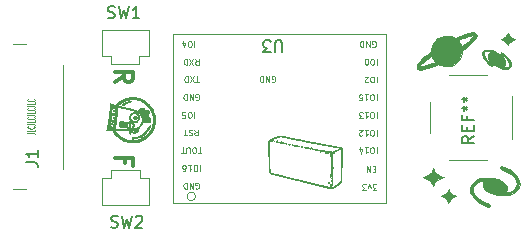
<source format=gbr>
G04 #@! TF.GenerationSoftware,KiCad,Pcbnew,(5.1.4)-1*
G04 #@! TF.CreationDate,2020-10-17T14:20:49+02:00*
G04 #@! TF.ProjectId,Long range deauther,4c6f6e67-2072-4616-9e67-652064656175,rev?*
G04 #@! TF.SameCoordinates,Original*
G04 #@! TF.FileFunction,Legend,Top*
G04 #@! TF.FilePolarity,Positive*
%FSLAX46Y46*%
G04 Gerber Fmt 4.6, Leading zero omitted, Abs format (unit mm)*
G04 Created by KiCad (PCBNEW (5.1.4)-1) date 2020-10-17 14:20:49*
%MOMM*%
%LPD*%
G04 APERTURE LIST*
%ADD10C,0.040000*%
%ADD11C,0.300000*%
%ADD12C,0.010000*%
%ADD13C,0.120000*%
%ADD14C,0.150000*%
%ADD15C,0.100000*%
G04 APERTURE END LIST*
D10*
X126673968Y-84329414D02*
X127102540Y-84329414D01*
X127188254Y-84343700D01*
X127245397Y-84372271D01*
X127273968Y-84415128D01*
X127273968Y-84443700D01*
X127273968Y-84043700D02*
X127273968Y-84186557D01*
X126673968Y-84186557D01*
X127216825Y-83772271D02*
X127245397Y-83786557D01*
X127273968Y-83829414D01*
X127273968Y-83857985D01*
X127245397Y-83900842D01*
X127188254Y-83929414D01*
X127131111Y-83943700D01*
X127016825Y-83957985D01*
X126931111Y-83957985D01*
X126816825Y-83943700D01*
X126759682Y-83929414D01*
X126702540Y-83900842D01*
X126673968Y-83857985D01*
X126673968Y-83829414D01*
X126702540Y-83786557D01*
X126731111Y-83772271D01*
X126673968Y-83557985D02*
X127102540Y-83557985D01*
X127188254Y-83572271D01*
X127245397Y-83600842D01*
X127273968Y-83643700D01*
X127273968Y-83672271D01*
X127273968Y-83272271D02*
X127273968Y-83415128D01*
X126673968Y-83415128D01*
X127216825Y-83000842D02*
X127245397Y-83015128D01*
X127273968Y-83057985D01*
X127273968Y-83086557D01*
X127245397Y-83129414D01*
X127188254Y-83157985D01*
X127131111Y-83172271D01*
X127016825Y-83186557D01*
X126931111Y-83186557D01*
X126816825Y-83172271D01*
X126759682Y-83157985D01*
X126702540Y-83129414D01*
X126673968Y-83086557D01*
X126673968Y-83057985D01*
X126702540Y-83015128D01*
X126731111Y-83000842D01*
X126673968Y-82786557D02*
X127102540Y-82786557D01*
X127188254Y-82800842D01*
X127245397Y-82829414D01*
X127273968Y-82872271D01*
X127273968Y-82900842D01*
X127273968Y-82500842D02*
X127273968Y-82643700D01*
X126673968Y-82643700D01*
X127216825Y-82229414D02*
X127245397Y-82243700D01*
X127273968Y-82286557D01*
X127273968Y-82315128D01*
X127245397Y-82357985D01*
X127188254Y-82386557D01*
X127131111Y-82400842D01*
X127016825Y-82415128D01*
X126931111Y-82415128D01*
X126816825Y-82400842D01*
X126759682Y-82386557D01*
X126702540Y-82357985D01*
X126673968Y-82315128D01*
X126673968Y-82286557D01*
X126702540Y-82243700D01*
X126731111Y-82229414D01*
X126673968Y-82015128D02*
X127102540Y-82015128D01*
X127188254Y-82029414D01*
X127245397Y-82057985D01*
X127273968Y-82100842D01*
X127273968Y-82129414D01*
X127273968Y-81729414D02*
X127273968Y-81872271D01*
X126673968Y-81872271D01*
X127216825Y-81457985D02*
X127245397Y-81472271D01*
X127273968Y-81515128D01*
X127273968Y-81543700D01*
X127245397Y-81586557D01*
X127188254Y-81615128D01*
X127131111Y-81629414D01*
X127016825Y-81643700D01*
X126931111Y-81643700D01*
X126816825Y-81629414D01*
X126759682Y-81615128D01*
X126702540Y-81586557D01*
X126673968Y-81543700D01*
X126673968Y-81515128D01*
X126702540Y-81472271D01*
X126731111Y-81457985D01*
D11*
X134907142Y-86912105D02*
X134907142Y-86412105D01*
X134121428Y-86412105D02*
X135621428Y-86412105D01*
X135621428Y-87126391D01*
X134121428Y-80034865D02*
X134835714Y-79534865D01*
X134121428Y-79177722D02*
X135621428Y-79177722D01*
X135621428Y-79749151D01*
X135550000Y-79892008D01*
X135478571Y-79963437D01*
X135335714Y-80034865D01*
X135121428Y-80034865D01*
X134978571Y-79963437D01*
X134907142Y-79892008D01*
X134835714Y-79749151D01*
X134835714Y-79177722D01*
D12*
G36*
X167435835Y-76017212D02*
G01*
X167520396Y-76136813D01*
X167619849Y-76224071D01*
X167735642Y-76291173D01*
X167931192Y-76391051D01*
X167807601Y-76433540D01*
X167668514Y-76507518D01*
X167534108Y-76622414D01*
X167429572Y-76754878D01*
X167400133Y-76811294D01*
X167357792Y-76895614D01*
X167330306Y-76918894D01*
X167319984Y-76879282D01*
X167319959Y-76875642D01*
X167293207Y-76794364D01*
X167223076Y-76695513D01*
X167124754Y-76595537D01*
X167013430Y-76510886D01*
X166951369Y-76476447D01*
X166857703Y-76429109D01*
X166795184Y-76391055D01*
X166779481Y-76375261D01*
X166807396Y-76354122D01*
X166871226Y-76335276D01*
X166974393Y-76290834D01*
X167089885Y-76206569D01*
X167196551Y-76101538D01*
X167273243Y-75994801D01*
X167290109Y-75957808D01*
X167331576Y-75843130D01*
X167435835Y-76017212D01*
X167435835Y-76017212D01*
G37*
X167435835Y-76017212D02*
X167520396Y-76136813D01*
X167619849Y-76224071D01*
X167735642Y-76291173D01*
X167931192Y-76391051D01*
X167807601Y-76433540D01*
X167668514Y-76507518D01*
X167534108Y-76622414D01*
X167429572Y-76754878D01*
X167400133Y-76811294D01*
X167357792Y-76895614D01*
X167330306Y-76918894D01*
X167319984Y-76879282D01*
X167319959Y-76875642D01*
X167293207Y-76794364D01*
X167223076Y-76695513D01*
X167124754Y-76595537D01*
X167013430Y-76510886D01*
X166951369Y-76476447D01*
X166857703Y-76429109D01*
X166795184Y-76391055D01*
X166779481Y-76375261D01*
X166807396Y-76354122D01*
X166871226Y-76335276D01*
X166974393Y-76290834D01*
X167089885Y-76206569D01*
X167196551Y-76101538D01*
X167273243Y-75994801D01*
X167290109Y-75957808D01*
X167331576Y-75843130D01*
X167435835Y-76017212D01*
G36*
X165741346Y-77276925D02*
G01*
X165975290Y-77330792D01*
X166219108Y-77421959D01*
X166458599Y-77542824D01*
X166679564Y-77685789D01*
X166867802Y-77843254D01*
X167009112Y-78007620D01*
X167054120Y-78082812D01*
X167113107Y-78247841D01*
X167124061Y-78405615D01*
X167089235Y-78542681D01*
X167010881Y-78645586D01*
X166953938Y-78681013D01*
X166900652Y-78718276D01*
X166910070Y-78749557D01*
X166977235Y-78772045D01*
X167097193Y-78782930D01*
X167134624Y-78783509D01*
X167292911Y-78767892D01*
X167395606Y-78717801D01*
X167447172Y-78630088D01*
X167455426Y-78557216D01*
X167433763Y-78415719D01*
X167366094Y-78263596D01*
X167248400Y-78094368D01*
X167076660Y-77901558D01*
X167001625Y-77825910D01*
X166868315Y-77690928D01*
X166782160Y-77594442D01*
X166738821Y-77530948D01*
X166733959Y-77494939D01*
X166737275Y-77490499D01*
X166785670Y-77486670D01*
X166866872Y-77526894D01*
X166971019Y-77602615D01*
X167088251Y-77705280D01*
X167208707Y-77826336D01*
X167322528Y-77957227D01*
X167409008Y-78073222D01*
X167518795Y-78268192D01*
X167578018Y-78451011D01*
X167586603Y-78614067D01*
X167544478Y-78749750D01*
X167451570Y-78850448D01*
X167416648Y-78871234D01*
X167293995Y-78906788D01*
X167130780Y-78915247D01*
X166948300Y-78897114D01*
X166778041Y-78856208D01*
X166596162Y-78786725D01*
X166397094Y-78692516D01*
X166204019Y-78585952D01*
X166040115Y-78479401D01*
X165971377Y-78425778D01*
X165855318Y-78300119D01*
X165756805Y-78145258D01*
X165687871Y-77984113D01*
X165660551Y-77839602D01*
X165660493Y-77833678D01*
X165688245Y-77701541D01*
X165760837Y-77583361D01*
X165862276Y-77503971D01*
X165876837Y-77497760D01*
X165921836Y-77476656D01*
X165912765Y-77458471D01*
X165853021Y-77432848D01*
X165697234Y-77393808D01*
X165549847Y-77395599D01*
X165424026Y-77433693D01*
X165332935Y-77503562D01*
X165289738Y-77600677D01*
X165287960Y-77627230D01*
X165315207Y-77761754D01*
X165391753Y-77921744D01*
X165509802Y-78096220D01*
X165661559Y-78274204D01*
X165839230Y-78444716D01*
X165910633Y-78504240D01*
X165996869Y-78585986D01*
X166024264Y-78647796D01*
X166020967Y-78665004D01*
X166000942Y-78698457D01*
X165965865Y-78696862D01*
X165894921Y-78659245D01*
X165894672Y-78659100D01*
X165795782Y-78585736D01*
X165673773Y-78472785D01*
X165543609Y-78336672D01*
X165420252Y-78193827D01*
X165318664Y-78060676D01*
X165255647Y-77957505D01*
X165205269Y-77831011D01*
X165169035Y-77699534D01*
X165161063Y-77651279D01*
X165157651Y-77548531D01*
X165184160Y-77472315D01*
X165244546Y-77395137D01*
X165316431Y-77326380D01*
X165392623Y-77289114D01*
X165501792Y-77270631D01*
X165531478Y-77267956D01*
X165741346Y-77276925D01*
X165741346Y-77276925D01*
G37*
X165741346Y-77276925D02*
X165975290Y-77330792D01*
X166219108Y-77421959D01*
X166458599Y-77542824D01*
X166679564Y-77685789D01*
X166867802Y-77843254D01*
X167009112Y-78007620D01*
X167054120Y-78082812D01*
X167113107Y-78247841D01*
X167124061Y-78405615D01*
X167089235Y-78542681D01*
X167010881Y-78645586D01*
X166953938Y-78681013D01*
X166900652Y-78718276D01*
X166910070Y-78749557D01*
X166977235Y-78772045D01*
X167097193Y-78782930D01*
X167134624Y-78783509D01*
X167292911Y-78767892D01*
X167395606Y-78717801D01*
X167447172Y-78630088D01*
X167455426Y-78557216D01*
X167433763Y-78415719D01*
X167366094Y-78263596D01*
X167248400Y-78094368D01*
X167076660Y-77901558D01*
X167001625Y-77825910D01*
X166868315Y-77690928D01*
X166782160Y-77594442D01*
X166738821Y-77530948D01*
X166733959Y-77494939D01*
X166737275Y-77490499D01*
X166785670Y-77486670D01*
X166866872Y-77526894D01*
X166971019Y-77602615D01*
X167088251Y-77705280D01*
X167208707Y-77826336D01*
X167322528Y-77957227D01*
X167409008Y-78073222D01*
X167518795Y-78268192D01*
X167578018Y-78451011D01*
X167586603Y-78614067D01*
X167544478Y-78749750D01*
X167451570Y-78850448D01*
X167416648Y-78871234D01*
X167293995Y-78906788D01*
X167130780Y-78915247D01*
X166948300Y-78897114D01*
X166778041Y-78856208D01*
X166596162Y-78786725D01*
X166397094Y-78692516D01*
X166204019Y-78585952D01*
X166040115Y-78479401D01*
X165971377Y-78425778D01*
X165855318Y-78300119D01*
X165756805Y-78145258D01*
X165687871Y-77984113D01*
X165660551Y-77839602D01*
X165660493Y-77833678D01*
X165688245Y-77701541D01*
X165760837Y-77583361D01*
X165862276Y-77503971D01*
X165876837Y-77497760D01*
X165921836Y-77476656D01*
X165912765Y-77458471D01*
X165853021Y-77432848D01*
X165697234Y-77393808D01*
X165549847Y-77395599D01*
X165424026Y-77433693D01*
X165332935Y-77503562D01*
X165289738Y-77600677D01*
X165287960Y-77627230D01*
X165315207Y-77761754D01*
X165391753Y-77921744D01*
X165509802Y-78096220D01*
X165661559Y-78274204D01*
X165839230Y-78444716D01*
X165910633Y-78504240D01*
X165996869Y-78585986D01*
X166024264Y-78647796D01*
X166020967Y-78665004D01*
X166000942Y-78698457D01*
X165965865Y-78696862D01*
X165894921Y-78659245D01*
X165894672Y-78659100D01*
X165795782Y-78585736D01*
X165673773Y-78472785D01*
X165543609Y-78336672D01*
X165420252Y-78193827D01*
X165318664Y-78060676D01*
X165255647Y-77957505D01*
X165205269Y-77831011D01*
X165169035Y-77699534D01*
X165161063Y-77651279D01*
X165157651Y-77548531D01*
X165184160Y-77472315D01*
X165244546Y-77395137D01*
X165316431Y-77326380D01*
X165392623Y-77289114D01*
X165501792Y-77270631D01*
X165531478Y-77267956D01*
X165741346Y-77276925D01*
G36*
X164574693Y-75850844D02*
G01*
X164669420Y-75923759D01*
X164708929Y-76030567D01*
X164690425Y-76168235D01*
X164647033Y-76270776D01*
X164581594Y-76366656D01*
X164472613Y-76492733D01*
X164330761Y-76638598D01*
X164166706Y-76793841D01*
X163991118Y-76948053D01*
X163814666Y-77090823D01*
X163777584Y-77119066D01*
X163503342Y-77325400D01*
X163463566Y-77566256D01*
X163389345Y-77850344D01*
X163264045Y-78095845D01*
X163081378Y-78314976D01*
X163075411Y-78320818D01*
X162840650Y-78505336D01*
X162581593Y-78627931D01*
X162303319Y-78687709D01*
X162010907Y-78683781D01*
X161709435Y-78615253D01*
X161608789Y-78578296D01*
X161434819Y-78508336D01*
X161134656Y-78633379D01*
X160800175Y-78763946D01*
X160500352Y-78863129D01*
X160240264Y-78929716D01*
X160024990Y-78962494D01*
X159859606Y-78960250D01*
X159810202Y-78949760D01*
X159693533Y-78887098D01*
X159624020Y-78788881D01*
X159611243Y-78669612D01*
X159614254Y-78653329D01*
X159903160Y-78653329D01*
X159933489Y-78676766D01*
X160016573Y-78680819D01*
X160140560Y-78666435D01*
X160293596Y-78634562D01*
X160362161Y-78616611D01*
X160488442Y-78578333D01*
X160636534Y-78528471D01*
X160791087Y-78472821D01*
X160936749Y-78417180D01*
X161058168Y-78367344D01*
X161139994Y-78329110D01*
X161164034Y-78313843D01*
X161159196Y-78276532D01*
X161121632Y-78202768D01*
X161070901Y-78125098D01*
X161007810Y-78030360D01*
X160965034Y-77954648D01*
X160953026Y-77920939D01*
X160934524Y-77864554D01*
X160908504Y-77821685D01*
X160886324Y-77799564D01*
X160856792Y-77796033D01*
X160810313Y-77816313D01*
X160737296Y-77865620D01*
X160628146Y-77949172D01*
X160527504Y-78028916D01*
X160368144Y-78161007D01*
X160219295Y-78293752D01*
X160089681Y-78418426D01*
X159988028Y-78526304D01*
X159923060Y-78608660D01*
X159903160Y-78653329D01*
X159614254Y-78653329D01*
X159614299Y-78653086D01*
X159672637Y-78512467D01*
X159790759Y-78345493D01*
X159966883Y-78154049D01*
X160199227Y-77940021D01*
X160486009Y-77705294D01*
X160574215Y-77637339D01*
X160699793Y-77540059D01*
X160780457Y-77470628D01*
X160826083Y-77417073D01*
X160846548Y-77367422D01*
X160851727Y-77309701D01*
X160851793Y-77300839D01*
X160884533Y-77058794D01*
X160976029Y-76818807D01*
X161118283Y-76594418D01*
X161220935Y-76486083D01*
X163154359Y-76486083D01*
X163172773Y-76528728D01*
X163219587Y-76603963D01*
X163251279Y-76649341D01*
X163320084Y-76753742D01*
X163377075Y-76856048D01*
X163390855Y-76886115D01*
X163428794Y-76956559D01*
X163463481Y-76988871D01*
X163465692Y-76989094D01*
X163503183Y-76968968D01*
X163581551Y-76914154D01*
X163689369Y-76833002D01*
X163815211Y-76733858D01*
X163816470Y-76732845D01*
X163987402Y-76589229D01*
X164139285Y-76449916D01*
X164264241Y-76323117D01*
X164354394Y-76217043D01*
X164401868Y-76139906D01*
X164407208Y-76117027D01*
X164378591Y-76084709D01*
X164326548Y-76074694D01*
X164239884Y-76085416D01*
X164113626Y-76114687D01*
X163960156Y-76158159D01*
X163791855Y-76211489D01*
X163621105Y-76270331D01*
X163460287Y-76330339D01*
X163321782Y-76387168D01*
X163217973Y-76436473D01*
X163161240Y-76473907D01*
X163154359Y-76486083D01*
X161220935Y-76486083D01*
X161303295Y-76399164D01*
X161448696Y-76290421D01*
X161701166Y-76166079D01*
X161975229Y-76096733D01*
X162256094Y-76083580D01*
X162528970Y-76127816D01*
X162698254Y-76189372D01*
X162882877Y-76273895D01*
X163095316Y-76177571D01*
X163288749Y-76096530D01*
X163506291Y-76016238D01*
X163729919Y-75942390D01*
X163941612Y-75880679D01*
X164123351Y-75836798D01*
X164230759Y-75818831D01*
X164427541Y-75814857D01*
X164574693Y-75850844D01*
X164574693Y-75850844D01*
G37*
X164574693Y-75850844D02*
X164669420Y-75923759D01*
X164708929Y-76030567D01*
X164690425Y-76168235D01*
X164647033Y-76270776D01*
X164581594Y-76366656D01*
X164472613Y-76492733D01*
X164330761Y-76638598D01*
X164166706Y-76793841D01*
X163991118Y-76948053D01*
X163814666Y-77090823D01*
X163777584Y-77119066D01*
X163503342Y-77325400D01*
X163463566Y-77566256D01*
X163389345Y-77850344D01*
X163264045Y-78095845D01*
X163081378Y-78314976D01*
X163075411Y-78320818D01*
X162840650Y-78505336D01*
X162581593Y-78627931D01*
X162303319Y-78687709D01*
X162010907Y-78683781D01*
X161709435Y-78615253D01*
X161608789Y-78578296D01*
X161434819Y-78508336D01*
X161134656Y-78633379D01*
X160800175Y-78763946D01*
X160500352Y-78863129D01*
X160240264Y-78929716D01*
X160024990Y-78962494D01*
X159859606Y-78960250D01*
X159810202Y-78949760D01*
X159693533Y-78887098D01*
X159624020Y-78788881D01*
X159611243Y-78669612D01*
X159614254Y-78653329D01*
X159903160Y-78653329D01*
X159933489Y-78676766D01*
X160016573Y-78680819D01*
X160140560Y-78666435D01*
X160293596Y-78634562D01*
X160362161Y-78616611D01*
X160488442Y-78578333D01*
X160636534Y-78528471D01*
X160791087Y-78472821D01*
X160936749Y-78417180D01*
X161058168Y-78367344D01*
X161139994Y-78329110D01*
X161164034Y-78313843D01*
X161159196Y-78276532D01*
X161121632Y-78202768D01*
X161070901Y-78125098D01*
X161007810Y-78030360D01*
X160965034Y-77954648D01*
X160953026Y-77920939D01*
X160934524Y-77864554D01*
X160908504Y-77821685D01*
X160886324Y-77799564D01*
X160856792Y-77796033D01*
X160810313Y-77816313D01*
X160737296Y-77865620D01*
X160628146Y-77949172D01*
X160527504Y-78028916D01*
X160368144Y-78161007D01*
X160219295Y-78293752D01*
X160089681Y-78418426D01*
X159988028Y-78526304D01*
X159923060Y-78608660D01*
X159903160Y-78653329D01*
X159614254Y-78653329D01*
X159614299Y-78653086D01*
X159672637Y-78512467D01*
X159790759Y-78345493D01*
X159966883Y-78154049D01*
X160199227Y-77940021D01*
X160486009Y-77705294D01*
X160574215Y-77637339D01*
X160699793Y-77540059D01*
X160780457Y-77470628D01*
X160826083Y-77417073D01*
X160846548Y-77367422D01*
X160851727Y-77309701D01*
X160851793Y-77300839D01*
X160884533Y-77058794D01*
X160976029Y-76818807D01*
X161118283Y-76594418D01*
X161220935Y-76486083D01*
X163154359Y-76486083D01*
X163172773Y-76528728D01*
X163219587Y-76603963D01*
X163251279Y-76649341D01*
X163320084Y-76753742D01*
X163377075Y-76856048D01*
X163390855Y-76886115D01*
X163428794Y-76956559D01*
X163463481Y-76988871D01*
X163465692Y-76989094D01*
X163503183Y-76968968D01*
X163581551Y-76914154D01*
X163689369Y-76833002D01*
X163815211Y-76733858D01*
X163816470Y-76732845D01*
X163987402Y-76589229D01*
X164139285Y-76449916D01*
X164264241Y-76323117D01*
X164354394Y-76217043D01*
X164401868Y-76139906D01*
X164407208Y-76117027D01*
X164378591Y-76084709D01*
X164326548Y-76074694D01*
X164239884Y-76085416D01*
X164113626Y-76114687D01*
X163960156Y-76158159D01*
X163791855Y-76211489D01*
X163621105Y-76270331D01*
X163460287Y-76330339D01*
X163321782Y-76387168D01*
X163217973Y-76436473D01*
X163161240Y-76473907D01*
X163154359Y-76486083D01*
X161220935Y-76486083D01*
X161303295Y-76399164D01*
X161448696Y-76290421D01*
X161701166Y-76166079D01*
X161975229Y-76096733D01*
X162256094Y-76083580D01*
X162528970Y-76127816D01*
X162698254Y-76189372D01*
X162882877Y-76273895D01*
X163095316Y-76177571D01*
X163288749Y-76096530D01*
X163506291Y-76016238D01*
X163729919Y-75942390D01*
X163941612Y-75880679D01*
X164123351Y-75836798D01*
X164230759Y-75818831D01*
X164427541Y-75814857D01*
X164574693Y-75850844D01*
G36*
X161056612Y-87415009D02*
G01*
X161119237Y-87547498D01*
X161222559Y-87692045D01*
X161348287Y-87827412D01*
X161478136Y-87932359D01*
X161526523Y-87960753D01*
X161645742Y-88010260D01*
X161770620Y-88046389D01*
X161781557Y-88048569D01*
X161912671Y-88073166D01*
X161708961Y-88135702D01*
X161478170Y-88240995D01*
X161280812Y-88401281D01*
X161126285Y-88608226D01*
X161084392Y-88689416D01*
X161037170Y-88782131D01*
X161003097Y-88831132D01*
X160988566Y-88827390D01*
X160988447Y-88824992D01*
X160967712Y-88739798D01*
X160916710Y-88626161D01*
X160847941Y-88508162D01*
X160773907Y-88409879D01*
X160771659Y-88407404D01*
X160656976Y-88310038D01*
X160502302Y-88215616D01*
X160334292Y-88139175D01*
X160244219Y-88109802D01*
X160161685Y-88084616D01*
X160143556Y-88070367D01*
X160177150Y-88065780D01*
X160285974Y-88042165D01*
X160423464Y-87983594D01*
X160569051Y-87901629D01*
X160702166Y-87807829D01*
X160801110Y-87715083D01*
X160881682Y-87601064D01*
X160947413Y-87473928D01*
X160966693Y-87421064D01*
X161011943Y-87267627D01*
X161056612Y-87415009D01*
X161056612Y-87415009D01*
G37*
X161056612Y-87415009D02*
X161119237Y-87547498D01*
X161222559Y-87692045D01*
X161348287Y-87827412D01*
X161478136Y-87932359D01*
X161526523Y-87960753D01*
X161645742Y-88010260D01*
X161770620Y-88046389D01*
X161781557Y-88048569D01*
X161912671Y-88073166D01*
X161708961Y-88135702D01*
X161478170Y-88240995D01*
X161280812Y-88401281D01*
X161126285Y-88608226D01*
X161084392Y-88689416D01*
X161037170Y-88782131D01*
X161003097Y-88831132D01*
X160988566Y-88827390D01*
X160988447Y-88824992D01*
X160967712Y-88739798D01*
X160916710Y-88626161D01*
X160847941Y-88508162D01*
X160773907Y-88409879D01*
X160771659Y-88407404D01*
X160656976Y-88310038D01*
X160502302Y-88215616D01*
X160334292Y-88139175D01*
X160244219Y-88109802D01*
X160161685Y-88084616D01*
X160143556Y-88070367D01*
X160177150Y-88065780D01*
X160285974Y-88042165D01*
X160423464Y-87983594D01*
X160569051Y-87901629D01*
X160702166Y-87807829D01*
X160801110Y-87715083D01*
X160881682Y-87601064D01*
X160947413Y-87473928D01*
X160966693Y-87421064D01*
X161011943Y-87267627D01*
X161056612Y-87415009D01*
G36*
X162403478Y-89256561D02*
G01*
X162520650Y-89428040D01*
X162683838Y-89551743D01*
X162807796Y-89605465D01*
X162926217Y-89646176D01*
X162740332Y-89731277D01*
X162554213Y-89848583D01*
X162418034Y-90004153D01*
X162351612Y-90146034D01*
X162319155Y-90247374D01*
X162293854Y-90146034D01*
X162220598Y-89985832D01*
X162090889Y-89844704D01*
X161915608Y-89734373D01*
X161908920Y-89731277D01*
X161723036Y-89646176D01*
X161841456Y-89605465D01*
X162034599Y-89509058D01*
X162179332Y-89367180D01*
X162245955Y-89257063D01*
X162325511Y-89096427D01*
X162403478Y-89256561D01*
X162403478Y-89256561D01*
G37*
X162403478Y-89256561D02*
X162520650Y-89428040D01*
X162683838Y-89551743D01*
X162807796Y-89605465D01*
X162926217Y-89646176D01*
X162740332Y-89731277D01*
X162554213Y-89848583D01*
X162418034Y-90004153D01*
X162351612Y-90146034D01*
X162319155Y-90247374D01*
X162293854Y-90146034D01*
X162220598Y-89985832D01*
X162090889Y-89844704D01*
X161915608Y-89734373D01*
X161908920Y-89731277D01*
X161723036Y-89646176D01*
X161841456Y-89605465D01*
X162034599Y-89509058D01*
X162179332Y-89367180D01*
X162245955Y-89257063D01*
X162325511Y-89096427D01*
X162403478Y-89256561D01*
G36*
X166908778Y-87184897D02*
G01*
X167055066Y-87233007D01*
X167223070Y-87306434D01*
X167402016Y-87400000D01*
X167581133Y-87508530D01*
X167749649Y-87626846D01*
X167894556Y-87747696D01*
X168097938Y-87969899D01*
X168241115Y-88199880D01*
X168324521Y-88431610D01*
X168348588Y-88659061D01*
X168313750Y-88876204D01*
X168220442Y-89077011D01*
X168069095Y-89255454D01*
X167860145Y-89405504D01*
X167772077Y-89450860D01*
X167499495Y-89547188D01*
X167188722Y-89603219D01*
X166855556Y-89619557D01*
X166515799Y-89596806D01*
X166185249Y-89535568D01*
X165879707Y-89436448D01*
X165742147Y-89373330D01*
X165578181Y-89269482D01*
X165425674Y-89137935D01*
X165305694Y-88998208D01*
X165263923Y-88930290D01*
X165219496Y-88787536D01*
X165216172Y-88631072D01*
X165253344Y-88490462D01*
X165273707Y-88453622D01*
X165336864Y-88357232D01*
X165185412Y-88379952D01*
X165004141Y-88427423D01*
X164818738Y-88510120D01*
X164650872Y-88615860D01*
X164522215Y-88732465D01*
X164493879Y-88768631D01*
X164410512Y-88941048D01*
X164388607Y-89125671D01*
X164424228Y-89317070D01*
X164513439Y-89509815D01*
X164652306Y-89698475D01*
X164836893Y-89877622D01*
X165063265Y-90041824D01*
X165327485Y-90185653D01*
X165600285Y-90295201D01*
X165739743Y-90355017D01*
X165812265Y-90417307D01*
X165818625Y-90482936D01*
X165798315Y-90515988D01*
X165730628Y-90559119D01*
X165628332Y-90559784D01*
X165483028Y-90518330D01*
X165182999Y-90386551D01*
X164903272Y-90222152D01*
X164654549Y-90033677D01*
X164447532Y-89829671D01*
X164292921Y-89618678D01*
X164246743Y-89531233D01*
X164170142Y-89296936D01*
X164152119Y-89058959D01*
X164192906Y-88832044D01*
X164234230Y-88729768D01*
X164362126Y-88543455D01*
X164544804Y-88385709D01*
X164774192Y-88259852D01*
X165042219Y-88169204D01*
X165340814Y-88117086D01*
X165661907Y-88106819D01*
X165738601Y-88110761D01*
X165939358Y-88132188D01*
X166154264Y-88168389D01*
X166363248Y-88214858D01*
X166546241Y-88267092D01*
X166683172Y-88320586D01*
X166691036Y-88324529D01*
X166917939Y-88462896D01*
X167093312Y-88616441D01*
X167214136Y-88779722D01*
X167277391Y-88947301D01*
X167280059Y-89113735D01*
X167219121Y-89273585D01*
X167218357Y-89274841D01*
X167150875Y-89385522D01*
X167243884Y-89364578D01*
X167493182Y-89299219D01*
X167686579Y-89225788D01*
X167835875Y-89138308D01*
X167952868Y-89030802D01*
X167988227Y-88987523D01*
X168070329Y-88826437D01*
X168098899Y-88638193D01*
X168073329Y-88437899D01*
X168016430Y-88285100D01*
X167878767Y-88073930D01*
X167681243Y-87874285D01*
X167431488Y-87691965D01*
X167137130Y-87532768D01*
X166896626Y-87433822D01*
X166759539Y-87370736D01*
X166687692Y-87305047D01*
X166681978Y-87238041D01*
X166724432Y-87185335D01*
X166794976Y-87167280D01*
X166908778Y-87184897D01*
X166908778Y-87184897D01*
G37*
X166908778Y-87184897D02*
X167055066Y-87233007D01*
X167223070Y-87306434D01*
X167402016Y-87400000D01*
X167581133Y-87508530D01*
X167749649Y-87626846D01*
X167894556Y-87747696D01*
X168097938Y-87969899D01*
X168241115Y-88199880D01*
X168324521Y-88431610D01*
X168348588Y-88659061D01*
X168313750Y-88876204D01*
X168220442Y-89077011D01*
X168069095Y-89255454D01*
X167860145Y-89405504D01*
X167772077Y-89450860D01*
X167499495Y-89547188D01*
X167188722Y-89603219D01*
X166855556Y-89619557D01*
X166515799Y-89596806D01*
X166185249Y-89535568D01*
X165879707Y-89436448D01*
X165742147Y-89373330D01*
X165578181Y-89269482D01*
X165425674Y-89137935D01*
X165305694Y-88998208D01*
X165263923Y-88930290D01*
X165219496Y-88787536D01*
X165216172Y-88631072D01*
X165253344Y-88490462D01*
X165273707Y-88453622D01*
X165336864Y-88357232D01*
X165185412Y-88379952D01*
X165004141Y-88427423D01*
X164818738Y-88510120D01*
X164650872Y-88615860D01*
X164522215Y-88732465D01*
X164493879Y-88768631D01*
X164410512Y-88941048D01*
X164388607Y-89125671D01*
X164424228Y-89317070D01*
X164513439Y-89509815D01*
X164652306Y-89698475D01*
X164836893Y-89877622D01*
X165063265Y-90041824D01*
X165327485Y-90185653D01*
X165600285Y-90295201D01*
X165739743Y-90355017D01*
X165812265Y-90417307D01*
X165818625Y-90482936D01*
X165798315Y-90515988D01*
X165730628Y-90559119D01*
X165628332Y-90559784D01*
X165483028Y-90518330D01*
X165182999Y-90386551D01*
X164903272Y-90222152D01*
X164654549Y-90033677D01*
X164447532Y-89829671D01*
X164292921Y-89618678D01*
X164246743Y-89531233D01*
X164170142Y-89296936D01*
X164152119Y-89058959D01*
X164192906Y-88832044D01*
X164234230Y-88729768D01*
X164362126Y-88543455D01*
X164544804Y-88385709D01*
X164774192Y-88259852D01*
X165042219Y-88169204D01*
X165340814Y-88117086D01*
X165661907Y-88106819D01*
X165738601Y-88110761D01*
X165939358Y-88132188D01*
X166154264Y-88168389D01*
X166363248Y-88214858D01*
X166546241Y-88267092D01*
X166683172Y-88320586D01*
X166691036Y-88324529D01*
X166917939Y-88462896D01*
X167093312Y-88616441D01*
X167214136Y-88779722D01*
X167277391Y-88947301D01*
X167280059Y-89113735D01*
X167219121Y-89273585D01*
X167218357Y-89274841D01*
X167150875Y-89385522D01*
X167243884Y-89364578D01*
X167493182Y-89299219D01*
X167686579Y-89225788D01*
X167835875Y-89138308D01*
X167952868Y-89030802D01*
X167988227Y-88987523D01*
X168070329Y-88826437D01*
X168098899Y-88638193D01*
X168073329Y-88437899D01*
X168016430Y-88285100D01*
X167878767Y-88073930D01*
X167681243Y-87874285D01*
X167431488Y-87691965D01*
X167137130Y-87532768D01*
X166896626Y-87433822D01*
X166759539Y-87370736D01*
X166687692Y-87305047D01*
X166681978Y-87238041D01*
X166724432Y-87185335D01*
X166794976Y-87167280D01*
X166908778Y-87184897D01*
G36*
X137458221Y-83321770D02*
G01*
X137453949Y-83401698D01*
X137446989Y-83470939D01*
X137444033Y-83491067D01*
X137406354Y-83673150D01*
X137353502Y-83847746D01*
X137285494Y-84014813D01*
X137202349Y-84174306D01*
X137104084Y-84326182D01*
X137081172Y-84357585D01*
X137041669Y-84406917D01*
X136992031Y-84463188D01*
X136935536Y-84523123D01*
X136875467Y-84583447D01*
X136815104Y-84640885D01*
X136757728Y-84692162D01*
X136706618Y-84734003D01*
X136696296Y-84741798D01*
X136544590Y-84843968D01*
X136386237Y-84930567D01*
X136221167Y-85001626D01*
X136049308Y-85057175D01*
X135870587Y-85097244D01*
X135855015Y-85099948D01*
X135800735Y-85107138D01*
X135734166Y-85112801D01*
X135659893Y-85116811D01*
X135582503Y-85119043D01*
X135506582Y-85119370D01*
X135436716Y-85117666D01*
X135377490Y-85113805D01*
X135371809Y-85113242D01*
X135197763Y-85087291D01*
X135027246Y-85046093D01*
X134861854Y-84990310D01*
X134703181Y-84920601D01*
X134552824Y-84837628D01*
X134412379Y-84742050D01*
X134343833Y-84687621D01*
X134227337Y-84581460D01*
X134117534Y-84464306D01*
X134017666Y-84339937D01*
X133930973Y-84212130D01*
X133919122Y-84192588D01*
X133897828Y-84158525D01*
X133877717Y-84129206D01*
X133861357Y-84108220D01*
X133852816Y-84099921D01*
X133845231Y-84096388D01*
X133833638Y-84093981D01*
X133816037Y-84092710D01*
X133790431Y-84092584D01*
X133754819Y-84093613D01*
X133707205Y-84095805D01*
X133645588Y-84099171D01*
X133613095Y-84101052D01*
X133538084Y-84105179D01*
X133478715Y-84107831D01*
X133433767Y-84109026D01*
X133402015Y-84108785D01*
X133382237Y-84107127D01*
X133374457Y-84104931D01*
X133363731Y-84095329D01*
X133359052Y-84079461D01*
X133360436Y-84054670D01*
X133367897Y-84018296D01*
X133375080Y-83990601D01*
X133385347Y-83950607D01*
X133398104Y-83897554D01*
X133412567Y-83834997D01*
X133427954Y-83766491D01*
X133443482Y-83695591D01*
X133458367Y-83625853D01*
X133471826Y-83560831D01*
X133483077Y-83504081D01*
X133487914Y-83478367D01*
X133523094Y-83269702D01*
X133554327Y-83050551D01*
X133581123Y-82825682D01*
X133602992Y-82599867D01*
X133619444Y-82377875D01*
X133629987Y-82164477D01*
X133632742Y-82069427D01*
X133634200Y-82010014D01*
X133635822Y-81956161D01*
X133637515Y-81910193D01*
X133639183Y-81874432D01*
X133640732Y-81851203D01*
X133641938Y-81842944D01*
X133648141Y-81838176D01*
X133660066Y-81836682D01*
X133679330Y-81838836D01*
X133707553Y-81845009D01*
X133746354Y-81855574D01*
X133797352Y-81870905D01*
X133862164Y-81891373D01*
X133867651Y-81893138D01*
X133867651Y-81988234D01*
X133835424Y-81996161D01*
X133819605Y-82007925D01*
X133812529Y-82015864D01*
X133807238Y-82025232D01*
X133803341Y-82038655D01*
X133800448Y-82058756D01*
X133798171Y-82088159D01*
X133796118Y-82129488D01*
X133794127Y-82179375D01*
X133788746Y-82291592D01*
X133780908Y-82413825D01*
X133770921Y-82543175D01*
X133759091Y-82676737D01*
X133745726Y-82811610D01*
X133731132Y-82944893D01*
X133715617Y-83073682D01*
X133699487Y-83195076D01*
X133683048Y-83306173D01*
X133666609Y-83404070D01*
X133661966Y-83429151D01*
X133658098Y-83454225D01*
X133659362Y-83471620D01*
X133668225Y-83483382D01*
X133687152Y-83491557D01*
X133718607Y-83498193D01*
X133751278Y-83503297D01*
X133788713Y-83509618D01*
X133812997Y-83515987D01*
X133827867Y-83523713D01*
X133836445Y-83533147D01*
X133843988Y-83552421D01*
X133843495Y-83566309D01*
X133834369Y-83581177D01*
X133819135Y-83589597D01*
X133795021Y-83591997D01*
X133759255Y-83588804D01*
X133728728Y-83583980D01*
X133690676Y-83577851D01*
X133665795Y-83575280D01*
X133650721Y-83576177D01*
X133642088Y-83580450D01*
X133640938Y-83581594D01*
X133635230Y-83594048D01*
X133627617Y-83619284D01*
X133619167Y-83653414D01*
X133612268Y-83685801D01*
X133602804Y-83732024D01*
X133592461Y-83780098D01*
X133582801Y-83822858D01*
X133578119Y-83842434D01*
X133567048Y-83892492D01*
X133562241Y-83929901D01*
X133563741Y-83957761D01*
X133571590Y-83979174D01*
X133580164Y-83991157D01*
X133590472Y-84001970D01*
X133601423Y-84008588D01*
X133617192Y-84011962D01*
X133641954Y-84013041D01*
X133675414Y-84012835D01*
X133741120Y-84010841D01*
X133790977Y-84006698D01*
X133825949Y-84000267D01*
X133847001Y-83991411D01*
X133851387Y-83987569D01*
X133858776Y-83972614D01*
X133868409Y-83942962D01*
X133879905Y-83900601D01*
X133892884Y-83847516D01*
X133906964Y-83785693D01*
X133921764Y-83717119D01*
X133936903Y-83643780D01*
X133952000Y-83567663D01*
X133966673Y-83490753D01*
X133980543Y-83415037D01*
X133993227Y-83342502D01*
X134004344Y-83275133D01*
X134013514Y-83214916D01*
X134020355Y-83163839D01*
X134024487Y-83123887D01*
X134025527Y-83097046D01*
X134024171Y-83087012D01*
X134012633Y-83077455D01*
X133988560Y-83069829D01*
X133978323Y-83068004D01*
X133944966Y-83060971D01*
X133925576Y-83050818D01*
X133917222Y-83035505D01*
X133916266Y-83024844D01*
X133923424Y-83002231D01*
X133944304Y-82988637D01*
X133978016Y-82984523D01*
X133992369Y-82985378D01*
X134017831Y-82987003D01*
X134031695Y-82984427D01*
X134039110Y-82975981D01*
X134041904Y-82969309D01*
X134046386Y-82950035D01*
X134051298Y-82916403D01*
X134056404Y-82870976D01*
X134061466Y-82816316D01*
X134066248Y-82754986D01*
X134070513Y-82689548D01*
X134074022Y-82622565D01*
X134074066Y-82621599D01*
X134079719Y-82497205D01*
X134059376Y-82492551D01*
X134040755Y-82488948D01*
X134011756Y-82484032D01*
X133979766Y-82479038D01*
X133939964Y-82470793D01*
X133914799Y-82459417D01*
X133902062Y-82443482D01*
X133899333Y-82427077D01*
X133906338Y-82407350D01*
X133927495Y-82396145D01*
X133963018Y-82393397D01*
X133998266Y-82396711D01*
X134030129Y-82400309D01*
X134056483Y-82401628D01*
X134071895Y-82400408D01*
X134072349Y-82400250D01*
X134076998Y-82396454D01*
X134080433Y-82387677D01*
X134082826Y-82371720D01*
X134084348Y-82346384D01*
X134085170Y-82309470D01*
X134085463Y-82258780D01*
X134085470Y-82231916D01*
X134085093Y-82180556D01*
X134084122Y-82134707D01*
X134082667Y-82097179D01*
X134080840Y-82070781D01*
X134078750Y-82058325D01*
X134078608Y-82058064D01*
X134067405Y-82050396D01*
X134043773Y-82039816D01*
X134011682Y-82027636D01*
X133975098Y-82015170D01*
X133937992Y-82003733D01*
X133904332Y-81994637D01*
X133878086Y-81989197D01*
X133867651Y-81988234D01*
X133867651Y-81893138D01*
X133886908Y-81899334D01*
X133942241Y-81917013D01*
X133992736Y-81932798D01*
X134035999Y-81945970D01*
X134069635Y-81955806D01*
X134091249Y-81961586D01*
X134097939Y-81962834D01*
X134108447Y-81957179D01*
X134128701Y-81941495D01*
X134156450Y-81917702D01*
X134189442Y-81887719D01*
X134219598Y-81859117D01*
X134268302Y-81815777D01*
X134268302Y-82106963D01*
X134262618Y-82107185D01*
X134258805Y-82110935D01*
X134255666Y-82118840D01*
X134253086Y-82132607D01*
X134250951Y-82153946D01*
X134249148Y-82184562D01*
X134247561Y-82226165D01*
X134246076Y-82280462D01*
X134244579Y-82349162D01*
X134243819Y-82387890D01*
X134241682Y-82487267D01*
X134239216Y-82573261D01*
X134236180Y-82649420D01*
X134232337Y-82719294D01*
X134227445Y-82786433D01*
X134221266Y-82854386D01*
X134213560Y-82926702D01*
X134204087Y-83006931D01*
X134199571Y-83043468D01*
X134178340Y-83203008D01*
X134155153Y-83357847D01*
X134130457Y-83505440D01*
X134104695Y-83643245D01*
X134078313Y-83768718D01*
X134056844Y-83859367D01*
X134045122Y-83908429D01*
X134038374Y-83943636D01*
X134036444Y-83967269D01*
X134039177Y-83981609D01*
X134046416Y-83988939D01*
X134047930Y-83989594D01*
X134058522Y-83990199D01*
X134084546Y-83990213D01*
X134124511Y-83989672D01*
X134176926Y-83988612D01*
X134240302Y-83987070D01*
X134313148Y-83985083D01*
X134393974Y-83982687D01*
X134481290Y-83979918D01*
X134573604Y-83976814D01*
X134583447Y-83976473D01*
X134699244Y-83972351D01*
X134798946Y-83968587D01*
X134883386Y-83965135D01*
X134953399Y-83961951D01*
X135009818Y-83958989D01*
X135053475Y-83956205D01*
X135085205Y-83953554D01*
X135105842Y-83950991D01*
X135116218Y-83948471D01*
X135117447Y-83947723D01*
X135121604Y-83940577D01*
X135120541Y-83928977D01*
X135113293Y-83910047D01*
X135098895Y-83880914D01*
X135088241Y-83860740D01*
X135064787Y-83820007D01*
X135044508Y-83791122D01*
X135028737Y-83775949D01*
X135027042Y-83775061D01*
X135017634Y-83772578D01*
X135004001Y-83772784D01*
X134983937Y-83776180D01*
X134955236Y-83783269D01*
X134915692Y-83794555D01*
X134863100Y-83810538D01*
X134840348Y-83817601D01*
X134767696Y-83839526D01*
X134708422Y-83855409D01*
X134660114Y-83865331D01*
X134620365Y-83869373D01*
X134586762Y-83867618D01*
X134556898Y-83860147D01*
X134528361Y-83847042D01*
X134499843Y-83829144D01*
X134468366Y-83799315D01*
X134445236Y-83761183D01*
X134431863Y-83719195D01*
X134429656Y-83677795D01*
X134440026Y-83641428D01*
X134440201Y-83641099D01*
X134448955Y-83609216D01*
X134445761Y-83575088D01*
X134440223Y-83561208D01*
X134432895Y-83535431D01*
X134431222Y-83501411D01*
X134434981Y-83466789D01*
X134443734Y-83439619D01*
X134468218Y-83405410D01*
X134502283Y-83373467D01*
X134539055Y-83350061D01*
X134544644Y-83347563D01*
X134568581Y-83339256D01*
X134593628Y-83334667D01*
X134621962Y-83334134D01*
X134655754Y-83337991D01*
X134697178Y-83346576D01*
X134748410Y-83360225D01*
X134811621Y-83379274D01*
X134870131Y-83397932D01*
X134925523Y-83415656D01*
X134976226Y-83431473D01*
X135019810Y-83444659D01*
X135053841Y-83454487D01*
X135075888Y-83460231D01*
X135082813Y-83461434D01*
X135094817Y-83456264D01*
X135117084Y-83442001D01*
X135146968Y-83420510D01*
X135181823Y-83393658D01*
X135202782Y-83376767D01*
X135239191Y-83347725D01*
X135261111Y-83331202D01*
X135261111Y-83448734D01*
X135248988Y-83453928D01*
X135227566Y-83467932D01*
X135199731Y-83488384D01*
X135168369Y-83512917D01*
X135136366Y-83539167D01*
X135106606Y-83564771D01*
X135081977Y-83587362D01*
X135065362Y-83604577D01*
X135059631Y-83613834D01*
X135063469Y-83624408D01*
X135074174Y-83647932D01*
X135090746Y-83682365D01*
X135112183Y-83725663D01*
X135137486Y-83775783D01*
X135165653Y-83830682D01*
X135169544Y-83838201D01*
X135279195Y-84049867D01*
X135277181Y-83749301D01*
X135276591Y-83669696D01*
X135275942Y-83605411D01*
X135275148Y-83554833D01*
X135274122Y-83516348D01*
X135272777Y-83488343D01*
X135271029Y-83469205D01*
X135268789Y-83457320D01*
X135265973Y-83451075D01*
X135262494Y-83448857D01*
X135261111Y-83448734D01*
X135261111Y-83331202D01*
X135272022Y-83322977D01*
X135298656Y-83304388D01*
X135316479Y-83293821D01*
X135321691Y-83292100D01*
X135331866Y-83297299D01*
X135352906Y-83311788D01*
X135377811Y-83330245D01*
X135377811Y-83449505D01*
X135374416Y-83452108D01*
X135371626Y-83458074D01*
X135369380Y-83468910D01*
X135367623Y-83486125D01*
X135366295Y-83511229D01*
X135365339Y-83545731D01*
X135364696Y-83591138D01*
X135364310Y-83648960D01*
X135364122Y-83720706D01*
X135364073Y-83807356D01*
X135364080Y-84159934D01*
X135449622Y-83986367D01*
X135477385Y-83929854D01*
X135505507Y-83872288D01*
X135532128Y-83817501D01*
X135555387Y-83769324D01*
X135573423Y-83731588D01*
X135576699Y-83724659D01*
X135592086Y-83692828D01*
X135603086Y-83668731D01*
X135608608Y-83649841D01*
X135607565Y-83633630D01*
X135598869Y-83617570D01*
X135581431Y-83599134D01*
X135554163Y-83575792D01*
X135515977Y-83545019D01*
X135490519Y-83524490D01*
X135445303Y-83488836D01*
X135411714Y-83464693D01*
X135389268Y-83451738D01*
X135377811Y-83449505D01*
X135377811Y-83330245D01*
X135382755Y-83333909D01*
X135419361Y-83362004D01*
X135460672Y-83394413D01*
X135504633Y-83429478D01*
X135549191Y-83465540D01*
X135592294Y-83500940D01*
X135631888Y-83534019D01*
X135665919Y-83563119D01*
X135692335Y-83586581D01*
X135709083Y-83602746D01*
X135714068Y-83609096D01*
X135712011Y-83620276D01*
X135703451Y-83644156D01*
X135689413Y-83678270D01*
X135670923Y-83720150D01*
X135649008Y-83767332D01*
X135642966Y-83779974D01*
X135620431Y-83827500D01*
X135600985Y-83869744D01*
X135585648Y-83904388D01*
X135575438Y-83929117D01*
X135571375Y-83941610D01*
X135571480Y-83942603D01*
X135582206Y-83944114D01*
X135606014Y-83942965D01*
X135639343Y-83939632D01*
X135678635Y-83934593D01*
X135720331Y-83928324D01*
X135760872Y-83921301D01*
X135796698Y-83914000D01*
X135811343Y-83910494D01*
X135921326Y-83875219D01*
X135972539Y-83850798D01*
X135972539Y-83949878D01*
X135948162Y-83954643D01*
X135933920Y-83959575D01*
X135911019Y-83969485D01*
X135901167Y-83978733D01*
X135900942Y-83990589D01*
X135901039Y-83990982D01*
X135901373Y-84017274D01*
X135893330Y-84049424D01*
X135879077Y-84080042D01*
X135871848Y-84090555D01*
X135845679Y-84112663D01*
X135810111Y-84128755D01*
X135772331Y-84136223D01*
X135749160Y-84135066D01*
X135721230Y-84124251D01*
X135692104Y-84104377D01*
X135666886Y-84079877D01*
X135650680Y-84055182D01*
X135648074Y-84047280D01*
X135644858Y-84035566D01*
X135639027Y-84029057D01*
X135626660Y-84026651D01*
X135603838Y-84027248D01*
X135581888Y-84028701D01*
X135520700Y-84032934D01*
X135493421Y-84083734D01*
X135479574Y-84110786D01*
X135469675Y-84132537D01*
X135465904Y-84144112D01*
X135471976Y-84154581D01*
X135487601Y-84169987D01*
X135496743Y-84177394D01*
X135556869Y-84213043D01*
X135622631Y-84233992D01*
X135691128Y-84240164D01*
X135759461Y-84231484D01*
X135824730Y-84207877D01*
X135860695Y-84186872D01*
X135899872Y-84152643D01*
X135935960Y-84107522D01*
X135964909Y-84057460D01*
X135982671Y-84008411D01*
X135982979Y-84007060D01*
X135988333Y-83974523D01*
X135985392Y-83955984D01*
X135972539Y-83949878D01*
X135972539Y-83850798D01*
X136018569Y-83828848D01*
X136103334Y-83771142D01*
X136175878Y-83701857D01*
X136236463Y-83620753D01*
X136285347Y-83527587D01*
X136317922Y-83438637D01*
X136326732Y-83408197D01*
X136332955Y-83381403D01*
X136337048Y-83354138D01*
X136339462Y-83322282D01*
X136340654Y-83281715D01*
X136341075Y-83228600D01*
X136340400Y-83161743D01*
X136337346Y-83107335D01*
X136331069Y-83060962D01*
X136320723Y-83018211D01*
X136305462Y-82974668D01*
X136284442Y-82925917D01*
X136282144Y-82920919D01*
X136229488Y-82826803D01*
X136161427Y-82738738D01*
X136078556Y-82657232D01*
X135981472Y-82582795D01*
X135870770Y-82515935D01*
X135747045Y-82457163D01*
X135732366Y-82451091D01*
X135710453Y-82442201D01*
X135690036Y-82434138D01*
X135669913Y-82426596D01*
X135648883Y-82419274D01*
X135625742Y-82411866D01*
X135599289Y-82404071D01*
X135568322Y-82395584D01*
X135531639Y-82386102D01*
X135488037Y-82375321D01*
X135436314Y-82362938D01*
X135375268Y-82348650D01*
X135303697Y-82332153D01*
X135220399Y-82313142D01*
X135124171Y-82291316D01*
X135013812Y-82266370D01*
X134889975Y-82238420D01*
X134757823Y-82208742D01*
X134640907Y-82182782D01*
X134539386Y-82160573D01*
X134453420Y-82142148D01*
X134383168Y-82127542D01*
X134328792Y-82116786D01*
X134290450Y-82109916D01*
X134268302Y-82106963D01*
X134268302Y-81815777D01*
X134357359Y-81736527D01*
X134500702Y-81629806D01*
X134650257Y-81538630D01*
X134806658Y-81462672D01*
X134970536Y-81401610D01*
X135142524Y-81355117D01*
X135237066Y-81336292D01*
X135309113Y-81326155D01*
X135392579Y-81318567D01*
X135482117Y-81313715D01*
X135511758Y-81313081D01*
X135511758Y-81473236D01*
X135343661Y-81486010D01*
X135176169Y-81515223D01*
X135010315Y-81560997D01*
X135009395Y-81561299D01*
X134857888Y-81619563D01*
X134710110Y-81692921D01*
X134569362Y-81779538D01*
X134438946Y-81877580D01*
X134436831Y-81879340D01*
X134390116Y-81919289D01*
X134356193Y-81950813D01*
X134333968Y-81975178D01*
X134322346Y-81993651D01*
X134320233Y-82007496D01*
X134321910Y-82012222D01*
X134327191Y-82015898D01*
X134340383Y-82021035D01*
X134362360Y-82027846D01*
X134393994Y-82036546D01*
X134436157Y-82047347D01*
X134489722Y-82060465D01*
X134555561Y-82076113D01*
X134634546Y-82094506D01*
X134727550Y-82115857D01*
X134835445Y-82140381D01*
X134946297Y-82165407D01*
X135048371Y-82188508D01*
X135147531Y-82211165D01*
X135242242Y-82233016D01*
X135330972Y-82253697D01*
X135412185Y-82272844D01*
X135484350Y-82290094D01*
X135545931Y-82305082D01*
X135595395Y-82317446D01*
X135631208Y-82326821D01*
X135650182Y-82332300D01*
X135694213Y-82347741D01*
X135746265Y-82367969D01*
X135799241Y-82390138D01*
X135838337Y-82407744D01*
X135885298Y-82429035D01*
X135919515Y-82442643D01*
X135942967Y-82449251D01*
X135957632Y-82449541D01*
X135958621Y-82449271D01*
X135971108Y-82441509D01*
X135993004Y-82423940D01*
X136021770Y-82398757D01*
X136054867Y-82368152D01*
X136075266Y-82348568D01*
X136137920Y-82291147D01*
X136194349Y-82247391D01*
X136246470Y-82216117D01*
X136296200Y-82196142D01*
X136336659Y-82187348D01*
X136390217Y-82187420D01*
X136441742Y-82201011D01*
X136488567Y-82226029D01*
X136528021Y-82260386D01*
X136557434Y-82301992D01*
X136574139Y-82348757D01*
X136576935Y-82375450D01*
X136579428Y-82401292D01*
X136587807Y-82415181D01*
X136604889Y-82418495D01*
X136633492Y-82412611D01*
X136645566Y-82409001D01*
X136717960Y-82392286D01*
X136781490Y-82389938D01*
X136836113Y-82401941D01*
X136881783Y-82428281D01*
X136918456Y-82468943D01*
X136938201Y-82504701D01*
X136954700Y-82560734D01*
X136954913Y-82618380D01*
X136939234Y-82676331D01*
X136908056Y-82733279D01*
X136861772Y-82787916D01*
X136849439Y-82799645D01*
X136824871Y-82823447D01*
X136806113Y-82844078D01*
X136796081Y-82858227D01*
X136795163Y-82861295D01*
X136802450Y-82869870D01*
X136821768Y-82882984D01*
X136849628Y-82898404D01*
X136864797Y-82905868D01*
X136933389Y-82946035D01*
X136991097Y-82995557D01*
X137036727Y-83052575D01*
X137069085Y-83115229D01*
X137086976Y-83181660D01*
X137089206Y-83250010D01*
X137088784Y-83254440D01*
X137075647Y-83312161D01*
X137049336Y-83359400D01*
X137010015Y-83396109D01*
X136957845Y-83422244D01*
X136892987Y-83437758D01*
X136815603Y-83442604D01*
X136725855Y-83436737D01*
X136623906Y-83420110D01*
X136559112Y-83405485D01*
X136509652Y-83394207D01*
X136473280Y-83389534D01*
X136446902Y-83393078D01*
X136427427Y-83406448D01*
X136411761Y-83431257D01*
X136396812Y-83469114D01*
X136388310Y-83494445D01*
X136347931Y-83593249D01*
X136294496Y-83684833D01*
X136229719Y-83766852D01*
X136155318Y-83836962D01*
X136116723Y-83865673D01*
X136077747Y-83892340D01*
X136073091Y-83958404D01*
X136059849Y-84039559D01*
X136031975Y-84112535D01*
X135998482Y-84166203D01*
X135943963Y-84225803D01*
X135880832Y-84271732D01*
X135811045Y-84303550D01*
X135736560Y-84320819D01*
X135659331Y-84323098D01*
X135581316Y-84309947D01*
X135504469Y-84280928D01*
X135499363Y-84278381D01*
X135474521Y-84264329D01*
X135455138Y-84250785D01*
X135449281Y-84245261D01*
X135436972Y-84234261D01*
X135430869Y-84231901D01*
X135423948Y-84238950D01*
X135412023Y-84257688D01*
X135397333Y-84284496D01*
X135392866Y-84293284D01*
X135369868Y-84336752D01*
X135350993Y-84365566D01*
X135334618Y-84381004D01*
X135319118Y-84384341D01*
X135302871Y-84376851D01*
X135294883Y-84370288D01*
X135285867Y-84357786D01*
X135281065Y-84338043D01*
X135279496Y-84306621D01*
X135279479Y-84300438D01*
X135278862Y-84275698D01*
X135276093Y-84254133D01*
X135269920Y-84231687D01*
X135259087Y-84204307D01*
X135242341Y-84167940D01*
X135231541Y-84145497D01*
X135212740Y-84108036D01*
X135195629Y-84076391D01*
X135181933Y-84053587D01*
X135173378Y-84042649D01*
X135172625Y-84042211D01*
X135162463Y-84041786D01*
X135136840Y-84041976D01*
X135097212Y-84042740D01*
X135045040Y-84044035D01*
X134981782Y-84045821D01*
X134908897Y-84048055D01*
X134827842Y-84050695D01*
X134740078Y-84053701D01*
X134647061Y-84057030D01*
X134623460Y-84057896D01*
X134511929Y-84062049D01*
X134416131Y-84065733D01*
X134334875Y-84069049D01*
X134266972Y-84072101D01*
X134211230Y-84074990D01*
X134166459Y-84077819D01*
X134131469Y-84080690D01*
X134105069Y-84083704D01*
X134086069Y-84086965D01*
X134073278Y-84090575D01*
X134065506Y-84094635D01*
X134061562Y-84099248D01*
X134060255Y-84104517D01*
X134060200Y-84106262D01*
X134064668Y-84116101D01*
X134076748Y-84136621D01*
X134094449Y-84164554D01*
X134110272Y-84188486D01*
X134213539Y-84327332D01*
X134328125Y-84453685D01*
X134453686Y-84567249D01*
X134589878Y-84667724D01*
X134736357Y-84754813D01*
X134801033Y-84787407D01*
X134958348Y-84853531D01*
X135119744Y-84903635D01*
X135284060Y-84937723D01*
X135450137Y-84955799D01*
X135616814Y-84957866D01*
X135782932Y-84943929D01*
X135947331Y-84913991D01*
X136108850Y-84868055D01*
X136266330Y-84806126D01*
X136316566Y-84782498D01*
X136467372Y-84699383D01*
X136607727Y-84603314D01*
X136737029Y-84495112D01*
X136854677Y-84375598D01*
X136960069Y-84245591D01*
X137052603Y-84105913D01*
X137131679Y-83957383D01*
X137196693Y-83800823D01*
X137247045Y-83637053D01*
X137282132Y-83466894D01*
X137282370Y-83465378D01*
X137294634Y-83353327D01*
X137298520Y-83231638D01*
X137294285Y-83105239D01*
X137282183Y-82979060D01*
X137262470Y-82858030D01*
X137247454Y-82791360D01*
X137198519Y-82631279D01*
X137134105Y-82476651D01*
X137055140Y-82328748D01*
X136962554Y-82188840D01*
X136857275Y-82058199D01*
X136740234Y-81938095D01*
X136612359Y-81829798D01*
X136475147Y-81734934D01*
X136325130Y-81651650D01*
X136169515Y-81584071D01*
X136009337Y-81532317D01*
X135845629Y-81496511D01*
X135679425Y-81476777D01*
X135511758Y-81473236D01*
X135511758Y-81313081D01*
X135572380Y-81311784D01*
X135658020Y-81312959D01*
X135733690Y-81317425D01*
X135746345Y-81318645D01*
X135923924Y-81345472D01*
X136097427Y-81388525D01*
X136265787Y-81447369D01*
X136427939Y-81521569D01*
X136582815Y-81610689D01*
X136729350Y-81714294D01*
X136744133Y-81725935D01*
X136786155Y-81761594D01*
X136835157Y-81806782D01*
X136887916Y-81858200D01*
X136941210Y-81912548D01*
X136991818Y-81966527D01*
X137036516Y-82016838D01*
X137072083Y-82060180D01*
X137077532Y-82067340D01*
X137178694Y-82215696D01*
X137264508Y-82370373D01*
X137335302Y-82532146D01*
X137391408Y-82701788D01*
X137433153Y-82880075D01*
X137440277Y-82919567D01*
X137449007Y-82985327D01*
X137455196Y-83062934D01*
X137458815Y-83147881D01*
X137459833Y-83235662D01*
X137458221Y-83321770D01*
X137458221Y-83321770D01*
G37*
X137458221Y-83321770D02*
X137453949Y-83401698D01*
X137446989Y-83470939D01*
X137444033Y-83491067D01*
X137406354Y-83673150D01*
X137353502Y-83847746D01*
X137285494Y-84014813D01*
X137202349Y-84174306D01*
X137104084Y-84326182D01*
X137081172Y-84357585D01*
X137041669Y-84406917D01*
X136992031Y-84463188D01*
X136935536Y-84523123D01*
X136875467Y-84583447D01*
X136815104Y-84640885D01*
X136757728Y-84692162D01*
X136706618Y-84734003D01*
X136696296Y-84741798D01*
X136544590Y-84843968D01*
X136386237Y-84930567D01*
X136221167Y-85001626D01*
X136049308Y-85057175D01*
X135870587Y-85097244D01*
X135855015Y-85099948D01*
X135800735Y-85107138D01*
X135734166Y-85112801D01*
X135659893Y-85116811D01*
X135582503Y-85119043D01*
X135506582Y-85119370D01*
X135436716Y-85117666D01*
X135377490Y-85113805D01*
X135371809Y-85113242D01*
X135197763Y-85087291D01*
X135027246Y-85046093D01*
X134861854Y-84990310D01*
X134703181Y-84920601D01*
X134552824Y-84837628D01*
X134412379Y-84742050D01*
X134343833Y-84687621D01*
X134227337Y-84581460D01*
X134117534Y-84464306D01*
X134017666Y-84339937D01*
X133930973Y-84212130D01*
X133919122Y-84192588D01*
X133897828Y-84158525D01*
X133877717Y-84129206D01*
X133861357Y-84108220D01*
X133852816Y-84099921D01*
X133845231Y-84096388D01*
X133833638Y-84093981D01*
X133816037Y-84092710D01*
X133790431Y-84092584D01*
X133754819Y-84093613D01*
X133707205Y-84095805D01*
X133645588Y-84099171D01*
X133613095Y-84101052D01*
X133538084Y-84105179D01*
X133478715Y-84107831D01*
X133433767Y-84109026D01*
X133402015Y-84108785D01*
X133382237Y-84107127D01*
X133374457Y-84104931D01*
X133363731Y-84095329D01*
X133359052Y-84079461D01*
X133360436Y-84054670D01*
X133367897Y-84018296D01*
X133375080Y-83990601D01*
X133385347Y-83950607D01*
X133398104Y-83897554D01*
X133412567Y-83834997D01*
X133427954Y-83766491D01*
X133443482Y-83695591D01*
X133458367Y-83625853D01*
X133471826Y-83560831D01*
X133483077Y-83504081D01*
X133487914Y-83478367D01*
X133523094Y-83269702D01*
X133554327Y-83050551D01*
X133581123Y-82825682D01*
X133602992Y-82599867D01*
X133619444Y-82377875D01*
X133629987Y-82164477D01*
X133632742Y-82069427D01*
X133634200Y-82010014D01*
X133635822Y-81956161D01*
X133637515Y-81910193D01*
X133639183Y-81874432D01*
X133640732Y-81851203D01*
X133641938Y-81842944D01*
X133648141Y-81838176D01*
X133660066Y-81836682D01*
X133679330Y-81838836D01*
X133707553Y-81845009D01*
X133746354Y-81855574D01*
X133797352Y-81870905D01*
X133862164Y-81891373D01*
X133867651Y-81893138D01*
X133867651Y-81988234D01*
X133835424Y-81996161D01*
X133819605Y-82007925D01*
X133812529Y-82015864D01*
X133807238Y-82025232D01*
X133803341Y-82038655D01*
X133800448Y-82058756D01*
X133798171Y-82088159D01*
X133796118Y-82129488D01*
X133794127Y-82179375D01*
X133788746Y-82291592D01*
X133780908Y-82413825D01*
X133770921Y-82543175D01*
X133759091Y-82676737D01*
X133745726Y-82811610D01*
X133731132Y-82944893D01*
X133715617Y-83073682D01*
X133699487Y-83195076D01*
X133683048Y-83306173D01*
X133666609Y-83404070D01*
X133661966Y-83429151D01*
X133658098Y-83454225D01*
X133659362Y-83471620D01*
X133668225Y-83483382D01*
X133687152Y-83491557D01*
X133718607Y-83498193D01*
X133751278Y-83503297D01*
X133788713Y-83509618D01*
X133812997Y-83515987D01*
X133827867Y-83523713D01*
X133836445Y-83533147D01*
X133843988Y-83552421D01*
X133843495Y-83566309D01*
X133834369Y-83581177D01*
X133819135Y-83589597D01*
X133795021Y-83591997D01*
X133759255Y-83588804D01*
X133728728Y-83583980D01*
X133690676Y-83577851D01*
X133665795Y-83575280D01*
X133650721Y-83576177D01*
X133642088Y-83580450D01*
X133640938Y-83581594D01*
X133635230Y-83594048D01*
X133627617Y-83619284D01*
X133619167Y-83653414D01*
X133612268Y-83685801D01*
X133602804Y-83732024D01*
X133592461Y-83780098D01*
X133582801Y-83822858D01*
X133578119Y-83842434D01*
X133567048Y-83892492D01*
X133562241Y-83929901D01*
X133563741Y-83957761D01*
X133571590Y-83979174D01*
X133580164Y-83991157D01*
X133590472Y-84001970D01*
X133601423Y-84008588D01*
X133617192Y-84011962D01*
X133641954Y-84013041D01*
X133675414Y-84012835D01*
X133741120Y-84010841D01*
X133790977Y-84006698D01*
X133825949Y-84000267D01*
X133847001Y-83991411D01*
X133851387Y-83987569D01*
X133858776Y-83972614D01*
X133868409Y-83942962D01*
X133879905Y-83900601D01*
X133892884Y-83847516D01*
X133906964Y-83785693D01*
X133921764Y-83717119D01*
X133936903Y-83643780D01*
X133952000Y-83567663D01*
X133966673Y-83490753D01*
X133980543Y-83415037D01*
X133993227Y-83342502D01*
X134004344Y-83275133D01*
X134013514Y-83214916D01*
X134020355Y-83163839D01*
X134024487Y-83123887D01*
X134025527Y-83097046D01*
X134024171Y-83087012D01*
X134012633Y-83077455D01*
X133988560Y-83069829D01*
X133978323Y-83068004D01*
X133944966Y-83060971D01*
X133925576Y-83050818D01*
X133917222Y-83035505D01*
X133916266Y-83024844D01*
X133923424Y-83002231D01*
X133944304Y-82988637D01*
X133978016Y-82984523D01*
X133992369Y-82985378D01*
X134017831Y-82987003D01*
X134031695Y-82984427D01*
X134039110Y-82975981D01*
X134041904Y-82969309D01*
X134046386Y-82950035D01*
X134051298Y-82916403D01*
X134056404Y-82870976D01*
X134061466Y-82816316D01*
X134066248Y-82754986D01*
X134070513Y-82689548D01*
X134074022Y-82622565D01*
X134074066Y-82621599D01*
X134079719Y-82497205D01*
X134059376Y-82492551D01*
X134040755Y-82488948D01*
X134011756Y-82484032D01*
X133979766Y-82479038D01*
X133939964Y-82470793D01*
X133914799Y-82459417D01*
X133902062Y-82443482D01*
X133899333Y-82427077D01*
X133906338Y-82407350D01*
X133927495Y-82396145D01*
X133963018Y-82393397D01*
X133998266Y-82396711D01*
X134030129Y-82400309D01*
X134056483Y-82401628D01*
X134071895Y-82400408D01*
X134072349Y-82400250D01*
X134076998Y-82396454D01*
X134080433Y-82387677D01*
X134082826Y-82371720D01*
X134084348Y-82346384D01*
X134085170Y-82309470D01*
X134085463Y-82258780D01*
X134085470Y-82231916D01*
X134085093Y-82180556D01*
X134084122Y-82134707D01*
X134082667Y-82097179D01*
X134080840Y-82070781D01*
X134078750Y-82058325D01*
X134078608Y-82058064D01*
X134067405Y-82050396D01*
X134043773Y-82039816D01*
X134011682Y-82027636D01*
X133975098Y-82015170D01*
X133937992Y-82003733D01*
X133904332Y-81994637D01*
X133878086Y-81989197D01*
X133867651Y-81988234D01*
X133867651Y-81893138D01*
X133886908Y-81899334D01*
X133942241Y-81917013D01*
X133992736Y-81932798D01*
X134035999Y-81945970D01*
X134069635Y-81955806D01*
X134091249Y-81961586D01*
X134097939Y-81962834D01*
X134108447Y-81957179D01*
X134128701Y-81941495D01*
X134156450Y-81917702D01*
X134189442Y-81887719D01*
X134219598Y-81859117D01*
X134268302Y-81815777D01*
X134268302Y-82106963D01*
X134262618Y-82107185D01*
X134258805Y-82110935D01*
X134255666Y-82118840D01*
X134253086Y-82132607D01*
X134250951Y-82153946D01*
X134249148Y-82184562D01*
X134247561Y-82226165D01*
X134246076Y-82280462D01*
X134244579Y-82349162D01*
X134243819Y-82387890D01*
X134241682Y-82487267D01*
X134239216Y-82573261D01*
X134236180Y-82649420D01*
X134232337Y-82719294D01*
X134227445Y-82786433D01*
X134221266Y-82854386D01*
X134213560Y-82926702D01*
X134204087Y-83006931D01*
X134199571Y-83043468D01*
X134178340Y-83203008D01*
X134155153Y-83357847D01*
X134130457Y-83505440D01*
X134104695Y-83643245D01*
X134078313Y-83768718D01*
X134056844Y-83859367D01*
X134045122Y-83908429D01*
X134038374Y-83943636D01*
X134036444Y-83967269D01*
X134039177Y-83981609D01*
X134046416Y-83988939D01*
X134047930Y-83989594D01*
X134058522Y-83990199D01*
X134084546Y-83990213D01*
X134124511Y-83989672D01*
X134176926Y-83988612D01*
X134240302Y-83987070D01*
X134313148Y-83985083D01*
X134393974Y-83982687D01*
X134481290Y-83979918D01*
X134573604Y-83976814D01*
X134583447Y-83976473D01*
X134699244Y-83972351D01*
X134798946Y-83968587D01*
X134883386Y-83965135D01*
X134953399Y-83961951D01*
X135009818Y-83958989D01*
X135053475Y-83956205D01*
X135085205Y-83953554D01*
X135105842Y-83950991D01*
X135116218Y-83948471D01*
X135117447Y-83947723D01*
X135121604Y-83940577D01*
X135120541Y-83928977D01*
X135113293Y-83910047D01*
X135098895Y-83880914D01*
X135088241Y-83860740D01*
X135064787Y-83820007D01*
X135044508Y-83791122D01*
X135028737Y-83775949D01*
X135027042Y-83775061D01*
X135017634Y-83772578D01*
X135004001Y-83772784D01*
X134983937Y-83776180D01*
X134955236Y-83783269D01*
X134915692Y-83794555D01*
X134863100Y-83810538D01*
X134840348Y-83817601D01*
X134767696Y-83839526D01*
X134708422Y-83855409D01*
X134660114Y-83865331D01*
X134620365Y-83869373D01*
X134586762Y-83867618D01*
X134556898Y-83860147D01*
X134528361Y-83847042D01*
X134499843Y-83829144D01*
X134468366Y-83799315D01*
X134445236Y-83761183D01*
X134431863Y-83719195D01*
X134429656Y-83677795D01*
X134440026Y-83641428D01*
X134440201Y-83641099D01*
X134448955Y-83609216D01*
X134445761Y-83575088D01*
X134440223Y-83561208D01*
X134432895Y-83535431D01*
X134431222Y-83501411D01*
X134434981Y-83466789D01*
X134443734Y-83439619D01*
X134468218Y-83405410D01*
X134502283Y-83373467D01*
X134539055Y-83350061D01*
X134544644Y-83347563D01*
X134568581Y-83339256D01*
X134593628Y-83334667D01*
X134621962Y-83334134D01*
X134655754Y-83337991D01*
X134697178Y-83346576D01*
X134748410Y-83360225D01*
X134811621Y-83379274D01*
X134870131Y-83397932D01*
X134925523Y-83415656D01*
X134976226Y-83431473D01*
X135019810Y-83444659D01*
X135053841Y-83454487D01*
X135075888Y-83460231D01*
X135082813Y-83461434D01*
X135094817Y-83456264D01*
X135117084Y-83442001D01*
X135146968Y-83420510D01*
X135181823Y-83393658D01*
X135202782Y-83376767D01*
X135239191Y-83347725D01*
X135261111Y-83331202D01*
X135261111Y-83448734D01*
X135248988Y-83453928D01*
X135227566Y-83467932D01*
X135199731Y-83488384D01*
X135168369Y-83512917D01*
X135136366Y-83539167D01*
X135106606Y-83564771D01*
X135081977Y-83587362D01*
X135065362Y-83604577D01*
X135059631Y-83613834D01*
X135063469Y-83624408D01*
X135074174Y-83647932D01*
X135090746Y-83682365D01*
X135112183Y-83725663D01*
X135137486Y-83775783D01*
X135165653Y-83830682D01*
X135169544Y-83838201D01*
X135279195Y-84049867D01*
X135277181Y-83749301D01*
X135276591Y-83669696D01*
X135275942Y-83605411D01*
X135275148Y-83554833D01*
X135274122Y-83516348D01*
X135272777Y-83488343D01*
X135271029Y-83469205D01*
X135268789Y-83457320D01*
X135265973Y-83451075D01*
X135262494Y-83448857D01*
X135261111Y-83448734D01*
X135261111Y-83331202D01*
X135272022Y-83322977D01*
X135298656Y-83304388D01*
X135316479Y-83293821D01*
X135321691Y-83292100D01*
X135331866Y-83297299D01*
X135352906Y-83311788D01*
X135377811Y-83330245D01*
X135377811Y-83449505D01*
X135374416Y-83452108D01*
X135371626Y-83458074D01*
X135369380Y-83468910D01*
X135367623Y-83486125D01*
X135366295Y-83511229D01*
X135365339Y-83545731D01*
X135364696Y-83591138D01*
X135364310Y-83648960D01*
X135364122Y-83720706D01*
X135364073Y-83807356D01*
X135364080Y-84159934D01*
X135449622Y-83986367D01*
X135477385Y-83929854D01*
X135505507Y-83872288D01*
X135532128Y-83817501D01*
X135555387Y-83769324D01*
X135573423Y-83731588D01*
X135576699Y-83724659D01*
X135592086Y-83692828D01*
X135603086Y-83668731D01*
X135608608Y-83649841D01*
X135607565Y-83633630D01*
X135598869Y-83617570D01*
X135581431Y-83599134D01*
X135554163Y-83575792D01*
X135515977Y-83545019D01*
X135490519Y-83524490D01*
X135445303Y-83488836D01*
X135411714Y-83464693D01*
X135389268Y-83451738D01*
X135377811Y-83449505D01*
X135377811Y-83330245D01*
X135382755Y-83333909D01*
X135419361Y-83362004D01*
X135460672Y-83394413D01*
X135504633Y-83429478D01*
X135549191Y-83465540D01*
X135592294Y-83500940D01*
X135631888Y-83534019D01*
X135665919Y-83563119D01*
X135692335Y-83586581D01*
X135709083Y-83602746D01*
X135714068Y-83609096D01*
X135712011Y-83620276D01*
X135703451Y-83644156D01*
X135689413Y-83678270D01*
X135670923Y-83720150D01*
X135649008Y-83767332D01*
X135642966Y-83779974D01*
X135620431Y-83827500D01*
X135600985Y-83869744D01*
X135585648Y-83904388D01*
X135575438Y-83929117D01*
X135571375Y-83941610D01*
X135571480Y-83942603D01*
X135582206Y-83944114D01*
X135606014Y-83942965D01*
X135639343Y-83939632D01*
X135678635Y-83934593D01*
X135720331Y-83928324D01*
X135760872Y-83921301D01*
X135796698Y-83914000D01*
X135811343Y-83910494D01*
X135921326Y-83875219D01*
X135972539Y-83850798D01*
X135972539Y-83949878D01*
X135948162Y-83954643D01*
X135933920Y-83959575D01*
X135911019Y-83969485D01*
X135901167Y-83978733D01*
X135900942Y-83990589D01*
X135901039Y-83990982D01*
X135901373Y-84017274D01*
X135893330Y-84049424D01*
X135879077Y-84080042D01*
X135871848Y-84090555D01*
X135845679Y-84112663D01*
X135810111Y-84128755D01*
X135772331Y-84136223D01*
X135749160Y-84135066D01*
X135721230Y-84124251D01*
X135692104Y-84104377D01*
X135666886Y-84079877D01*
X135650680Y-84055182D01*
X135648074Y-84047280D01*
X135644858Y-84035566D01*
X135639027Y-84029057D01*
X135626660Y-84026651D01*
X135603838Y-84027248D01*
X135581888Y-84028701D01*
X135520700Y-84032934D01*
X135493421Y-84083734D01*
X135479574Y-84110786D01*
X135469675Y-84132537D01*
X135465904Y-84144112D01*
X135471976Y-84154581D01*
X135487601Y-84169987D01*
X135496743Y-84177394D01*
X135556869Y-84213043D01*
X135622631Y-84233992D01*
X135691128Y-84240164D01*
X135759461Y-84231484D01*
X135824730Y-84207877D01*
X135860695Y-84186872D01*
X135899872Y-84152643D01*
X135935960Y-84107522D01*
X135964909Y-84057460D01*
X135982671Y-84008411D01*
X135982979Y-84007060D01*
X135988333Y-83974523D01*
X135985392Y-83955984D01*
X135972539Y-83949878D01*
X135972539Y-83850798D01*
X136018569Y-83828848D01*
X136103334Y-83771142D01*
X136175878Y-83701857D01*
X136236463Y-83620753D01*
X136285347Y-83527587D01*
X136317922Y-83438637D01*
X136326732Y-83408197D01*
X136332955Y-83381403D01*
X136337048Y-83354138D01*
X136339462Y-83322282D01*
X136340654Y-83281715D01*
X136341075Y-83228600D01*
X136340400Y-83161743D01*
X136337346Y-83107335D01*
X136331069Y-83060962D01*
X136320723Y-83018211D01*
X136305462Y-82974668D01*
X136284442Y-82925917D01*
X136282144Y-82920919D01*
X136229488Y-82826803D01*
X136161427Y-82738738D01*
X136078556Y-82657232D01*
X135981472Y-82582795D01*
X135870770Y-82515935D01*
X135747045Y-82457163D01*
X135732366Y-82451091D01*
X135710453Y-82442201D01*
X135690036Y-82434138D01*
X135669913Y-82426596D01*
X135648883Y-82419274D01*
X135625742Y-82411866D01*
X135599289Y-82404071D01*
X135568322Y-82395584D01*
X135531639Y-82386102D01*
X135488037Y-82375321D01*
X135436314Y-82362938D01*
X135375268Y-82348650D01*
X135303697Y-82332153D01*
X135220399Y-82313142D01*
X135124171Y-82291316D01*
X135013812Y-82266370D01*
X134889975Y-82238420D01*
X134757823Y-82208742D01*
X134640907Y-82182782D01*
X134539386Y-82160573D01*
X134453420Y-82142148D01*
X134383168Y-82127542D01*
X134328792Y-82116786D01*
X134290450Y-82109916D01*
X134268302Y-82106963D01*
X134268302Y-81815777D01*
X134357359Y-81736527D01*
X134500702Y-81629806D01*
X134650257Y-81538630D01*
X134806658Y-81462672D01*
X134970536Y-81401610D01*
X135142524Y-81355117D01*
X135237066Y-81336292D01*
X135309113Y-81326155D01*
X135392579Y-81318567D01*
X135482117Y-81313715D01*
X135511758Y-81313081D01*
X135511758Y-81473236D01*
X135343661Y-81486010D01*
X135176169Y-81515223D01*
X135010315Y-81560997D01*
X135009395Y-81561299D01*
X134857888Y-81619563D01*
X134710110Y-81692921D01*
X134569362Y-81779538D01*
X134438946Y-81877580D01*
X134436831Y-81879340D01*
X134390116Y-81919289D01*
X134356193Y-81950813D01*
X134333968Y-81975178D01*
X134322346Y-81993651D01*
X134320233Y-82007496D01*
X134321910Y-82012222D01*
X134327191Y-82015898D01*
X134340383Y-82021035D01*
X134362360Y-82027846D01*
X134393994Y-82036546D01*
X134436157Y-82047347D01*
X134489722Y-82060465D01*
X134555561Y-82076113D01*
X134634546Y-82094506D01*
X134727550Y-82115857D01*
X134835445Y-82140381D01*
X134946297Y-82165407D01*
X135048371Y-82188508D01*
X135147531Y-82211165D01*
X135242242Y-82233016D01*
X135330972Y-82253697D01*
X135412185Y-82272844D01*
X135484350Y-82290094D01*
X135545931Y-82305082D01*
X135595395Y-82317446D01*
X135631208Y-82326821D01*
X135650182Y-82332300D01*
X135694213Y-82347741D01*
X135746265Y-82367969D01*
X135799241Y-82390138D01*
X135838337Y-82407744D01*
X135885298Y-82429035D01*
X135919515Y-82442643D01*
X135942967Y-82449251D01*
X135957632Y-82449541D01*
X135958621Y-82449271D01*
X135971108Y-82441509D01*
X135993004Y-82423940D01*
X136021770Y-82398757D01*
X136054867Y-82368152D01*
X136075266Y-82348568D01*
X136137920Y-82291147D01*
X136194349Y-82247391D01*
X136246470Y-82216117D01*
X136296200Y-82196142D01*
X136336659Y-82187348D01*
X136390217Y-82187420D01*
X136441742Y-82201011D01*
X136488567Y-82226029D01*
X136528021Y-82260386D01*
X136557434Y-82301992D01*
X136574139Y-82348757D01*
X136576935Y-82375450D01*
X136579428Y-82401292D01*
X136587807Y-82415181D01*
X136604889Y-82418495D01*
X136633492Y-82412611D01*
X136645566Y-82409001D01*
X136717960Y-82392286D01*
X136781490Y-82389938D01*
X136836113Y-82401941D01*
X136881783Y-82428281D01*
X136918456Y-82468943D01*
X136938201Y-82504701D01*
X136954700Y-82560734D01*
X136954913Y-82618380D01*
X136939234Y-82676331D01*
X136908056Y-82733279D01*
X136861772Y-82787916D01*
X136849439Y-82799645D01*
X136824871Y-82823447D01*
X136806113Y-82844078D01*
X136796081Y-82858227D01*
X136795163Y-82861295D01*
X136802450Y-82869870D01*
X136821768Y-82882984D01*
X136849628Y-82898404D01*
X136864797Y-82905868D01*
X136933389Y-82946035D01*
X136991097Y-82995557D01*
X137036727Y-83052575D01*
X137069085Y-83115229D01*
X137086976Y-83181660D01*
X137089206Y-83250010D01*
X137088784Y-83254440D01*
X137075647Y-83312161D01*
X137049336Y-83359400D01*
X137010015Y-83396109D01*
X136957845Y-83422244D01*
X136892987Y-83437758D01*
X136815603Y-83442604D01*
X136725855Y-83436737D01*
X136623906Y-83420110D01*
X136559112Y-83405485D01*
X136509652Y-83394207D01*
X136473280Y-83389534D01*
X136446902Y-83393078D01*
X136427427Y-83406448D01*
X136411761Y-83431257D01*
X136396812Y-83469114D01*
X136388310Y-83494445D01*
X136347931Y-83593249D01*
X136294496Y-83684833D01*
X136229719Y-83766852D01*
X136155318Y-83836962D01*
X136116723Y-83865673D01*
X136077747Y-83892340D01*
X136073091Y-83958404D01*
X136059849Y-84039559D01*
X136031975Y-84112535D01*
X135998482Y-84166203D01*
X135943963Y-84225803D01*
X135880832Y-84271732D01*
X135811045Y-84303550D01*
X135736560Y-84320819D01*
X135659331Y-84323098D01*
X135581316Y-84309947D01*
X135504469Y-84280928D01*
X135499363Y-84278381D01*
X135474521Y-84264329D01*
X135455138Y-84250785D01*
X135449281Y-84245261D01*
X135436972Y-84234261D01*
X135430869Y-84231901D01*
X135423948Y-84238950D01*
X135412023Y-84257688D01*
X135397333Y-84284496D01*
X135392866Y-84293284D01*
X135369868Y-84336752D01*
X135350993Y-84365566D01*
X135334618Y-84381004D01*
X135319118Y-84384341D01*
X135302871Y-84376851D01*
X135294883Y-84370288D01*
X135285867Y-84357786D01*
X135281065Y-84338043D01*
X135279496Y-84306621D01*
X135279479Y-84300438D01*
X135278862Y-84275698D01*
X135276093Y-84254133D01*
X135269920Y-84231687D01*
X135259087Y-84204307D01*
X135242341Y-84167940D01*
X135231541Y-84145497D01*
X135212740Y-84108036D01*
X135195629Y-84076391D01*
X135181933Y-84053587D01*
X135173378Y-84042649D01*
X135172625Y-84042211D01*
X135162463Y-84041786D01*
X135136840Y-84041976D01*
X135097212Y-84042740D01*
X135045040Y-84044035D01*
X134981782Y-84045821D01*
X134908897Y-84048055D01*
X134827842Y-84050695D01*
X134740078Y-84053701D01*
X134647061Y-84057030D01*
X134623460Y-84057896D01*
X134511929Y-84062049D01*
X134416131Y-84065733D01*
X134334875Y-84069049D01*
X134266972Y-84072101D01*
X134211230Y-84074990D01*
X134166459Y-84077819D01*
X134131469Y-84080690D01*
X134105069Y-84083704D01*
X134086069Y-84086965D01*
X134073278Y-84090575D01*
X134065506Y-84094635D01*
X134061562Y-84099248D01*
X134060255Y-84104517D01*
X134060200Y-84106262D01*
X134064668Y-84116101D01*
X134076748Y-84136621D01*
X134094449Y-84164554D01*
X134110272Y-84188486D01*
X134213539Y-84327332D01*
X134328125Y-84453685D01*
X134453686Y-84567249D01*
X134589878Y-84667724D01*
X134736357Y-84754813D01*
X134801033Y-84787407D01*
X134958348Y-84853531D01*
X135119744Y-84903635D01*
X135284060Y-84937723D01*
X135450137Y-84955799D01*
X135616814Y-84957866D01*
X135782932Y-84943929D01*
X135947331Y-84913991D01*
X136108850Y-84868055D01*
X136266330Y-84806126D01*
X136316566Y-84782498D01*
X136467372Y-84699383D01*
X136607727Y-84603314D01*
X136737029Y-84495112D01*
X136854677Y-84375598D01*
X136960069Y-84245591D01*
X137052603Y-84105913D01*
X137131679Y-83957383D01*
X137196693Y-83800823D01*
X137247045Y-83637053D01*
X137282132Y-83466894D01*
X137282370Y-83465378D01*
X137294634Y-83353327D01*
X137298520Y-83231638D01*
X137294285Y-83105239D01*
X137282183Y-82979060D01*
X137262470Y-82858030D01*
X137247454Y-82791360D01*
X137198519Y-82631279D01*
X137134105Y-82476651D01*
X137055140Y-82328748D01*
X136962554Y-82188840D01*
X136857275Y-82058199D01*
X136740234Y-81938095D01*
X136612359Y-81829798D01*
X136475147Y-81734934D01*
X136325130Y-81651650D01*
X136169515Y-81584071D01*
X136009337Y-81532317D01*
X135845629Y-81496511D01*
X135679425Y-81476777D01*
X135511758Y-81473236D01*
X135511758Y-81313081D01*
X135572380Y-81311784D01*
X135658020Y-81312959D01*
X135733690Y-81317425D01*
X135746345Y-81318645D01*
X135923924Y-81345472D01*
X136097427Y-81388525D01*
X136265787Y-81447369D01*
X136427939Y-81521569D01*
X136582815Y-81610689D01*
X136729350Y-81714294D01*
X136744133Y-81725935D01*
X136786155Y-81761594D01*
X136835157Y-81806782D01*
X136887916Y-81858200D01*
X136941210Y-81912548D01*
X136991818Y-81966527D01*
X137036516Y-82016838D01*
X137072083Y-82060180D01*
X137077532Y-82067340D01*
X137178694Y-82215696D01*
X137264508Y-82370373D01*
X137335302Y-82532146D01*
X137391408Y-82701788D01*
X137433153Y-82880075D01*
X137440277Y-82919567D01*
X137449007Y-82985327D01*
X137455196Y-83062934D01*
X137458815Y-83147881D01*
X137459833Y-83235662D01*
X137458221Y-83321770D01*
G36*
X133819581Y-83871499D02*
G01*
X133806618Y-83893444D01*
X133794346Y-83906781D01*
X133770927Y-83926335D01*
X133748565Y-83934589D01*
X133734233Y-83935567D01*
X133709401Y-83932016D01*
X133687456Y-83919052D01*
X133674119Y-83906781D01*
X133654565Y-83883361D01*
X133646311Y-83861000D01*
X133645333Y-83846667D01*
X133648884Y-83821836D01*
X133661848Y-83799890D01*
X133674119Y-83786554D01*
X133697539Y-83766999D01*
X133719900Y-83758745D01*
X133734233Y-83757767D01*
X133759064Y-83761319D01*
X133781010Y-83774282D01*
X133794346Y-83786554D01*
X133813901Y-83809973D01*
X133822155Y-83832335D01*
X133823133Y-83846667D01*
X133819581Y-83871499D01*
X133819581Y-83871499D01*
G37*
X133819581Y-83871499D02*
X133806618Y-83893444D01*
X133794346Y-83906781D01*
X133770927Y-83926335D01*
X133748565Y-83934589D01*
X133734233Y-83935567D01*
X133709401Y-83932016D01*
X133687456Y-83919052D01*
X133674119Y-83906781D01*
X133654565Y-83883361D01*
X133646311Y-83861000D01*
X133645333Y-83846667D01*
X133648884Y-83821836D01*
X133661848Y-83799890D01*
X133674119Y-83786554D01*
X133697539Y-83766999D01*
X133719900Y-83758745D01*
X133734233Y-83757767D01*
X133759064Y-83761319D01*
X133781010Y-83774282D01*
X133794346Y-83786554D01*
X133813901Y-83809973D01*
X133822155Y-83832335D01*
X133823133Y-83846667D01*
X133819581Y-83871499D01*
G36*
X133918744Y-83326649D02*
G01*
X133900860Y-83351662D01*
X133875593Y-83369114D01*
X133844453Y-83376023D01*
X133808948Y-83369405D01*
X133806471Y-83368413D01*
X133778478Y-83348526D01*
X133760802Y-83319201D01*
X133754532Y-83285199D01*
X133760758Y-83251280D01*
X133774463Y-83228549D01*
X133800260Y-83209739D01*
X133833081Y-83200620D01*
X133866180Y-83202271D01*
X133886278Y-83210656D01*
X133913013Y-83236080D01*
X133926330Y-83265875D01*
X133927737Y-83297059D01*
X133918744Y-83326649D01*
X133918744Y-83326649D01*
G37*
X133918744Y-83326649D02*
X133900860Y-83351662D01*
X133875593Y-83369114D01*
X133844453Y-83376023D01*
X133808948Y-83369405D01*
X133806471Y-83368413D01*
X133778478Y-83348526D01*
X133760802Y-83319201D01*
X133754532Y-83285199D01*
X133760758Y-83251280D01*
X133774463Y-83228549D01*
X133800260Y-83209739D01*
X133833081Y-83200620D01*
X133866180Y-83202271D01*
X133886278Y-83210656D01*
X133913013Y-83236080D01*
X133926330Y-83265875D01*
X133927737Y-83297059D01*
X133918744Y-83326649D01*
G36*
X133991723Y-82764302D02*
G01*
X133971063Y-82790264D01*
X133951431Y-82808214D01*
X133935540Y-82816067D01*
X133916130Y-82816597D01*
X133905446Y-82815340D01*
X133869255Y-82803241D01*
X133841624Y-82779757D01*
X133825727Y-82748253D01*
X133823133Y-82728087D01*
X133826999Y-82703373D01*
X133840839Y-82680890D01*
X133851919Y-82668954D01*
X133883827Y-82645525D01*
X133915750Y-82639030D01*
X133947670Y-82649469D01*
X133972146Y-82668954D01*
X133995588Y-82700729D01*
X134002114Y-82732428D01*
X133991723Y-82764302D01*
X133991723Y-82764302D01*
G37*
X133991723Y-82764302D02*
X133971063Y-82790264D01*
X133951431Y-82808214D01*
X133935540Y-82816067D01*
X133916130Y-82816597D01*
X133905446Y-82815340D01*
X133869255Y-82803241D01*
X133841624Y-82779757D01*
X133825727Y-82748253D01*
X133823133Y-82728087D01*
X133826999Y-82703373D01*
X133840839Y-82680890D01*
X133851919Y-82668954D01*
X133883827Y-82645525D01*
X133915750Y-82639030D01*
X133947670Y-82649469D01*
X133972146Y-82668954D01*
X133995588Y-82700729D01*
X134002114Y-82732428D01*
X133991723Y-82764302D01*
G36*
X134022703Y-82196259D02*
G01*
X134007951Y-82225267D01*
X133981565Y-82247907D01*
X133978206Y-82249710D01*
X133944905Y-82258061D01*
X133911122Y-82252135D01*
X133881573Y-82233769D01*
X133860973Y-82204801D01*
X133860566Y-82203843D01*
X133851107Y-82177495D01*
X133850175Y-82158176D01*
X133858225Y-82138028D01*
X133865045Y-82126358D01*
X133887848Y-82098475D01*
X133916015Y-82084466D01*
X133945994Y-82081367D01*
X133979108Y-82088357D01*
X134004023Y-82106931D01*
X134020052Y-82133501D01*
X134026507Y-82164473D01*
X134022703Y-82196259D01*
X134022703Y-82196259D01*
G37*
X134022703Y-82196259D02*
X134007951Y-82225267D01*
X133981565Y-82247907D01*
X133978206Y-82249710D01*
X133944905Y-82258061D01*
X133911122Y-82252135D01*
X133881573Y-82233769D01*
X133860973Y-82204801D01*
X133860566Y-82203843D01*
X133851107Y-82177495D01*
X133850175Y-82158176D01*
X133858225Y-82138028D01*
X133865045Y-82126358D01*
X133887848Y-82098475D01*
X133916015Y-82084466D01*
X133945994Y-82081367D01*
X133979108Y-82088357D01*
X134004023Y-82106931D01*
X134020052Y-82133501D01*
X134026507Y-82164473D01*
X134022703Y-82196259D01*
G36*
X136113102Y-83109715D02*
G01*
X136084232Y-83188763D01*
X136042029Y-83258838D01*
X135988162Y-83318651D01*
X135924302Y-83366914D01*
X135852119Y-83402337D01*
X135773283Y-83423632D01*
X135698500Y-83429656D01*
X135615272Y-83421126D01*
X135537261Y-83397402D01*
X135466210Y-83359768D01*
X135403860Y-83309513D01*
X135351955Y-83247923D01*
X135312237Y-83176284D01*
X135296029Y-83132459D01*
X135284458Y-83077915D01*
X135279842Y-83016217D01*
X135282198Y-82954253D01*
X135291545Y-82898910D01*
X135295365Y-82885701D01*
X135329502Y-82805508D01*
X135376215Y-82735809D01*
X135434481Y-82677670D01*
X135503279Y-82632154D01*
X135563716Y-82606058D01*
X135642516Y-82587075D01*
X135700014Y-82584502D01*
X135700014Y-82666040D01*
X135629273Y-82673920D01*
X135561446Y-82697090D01*
X135498658Y-82735121D01*
X135453273Y-82776182D01*
X135407196Y-82836918D01*
X135376982Y-82903375D01*
X135362764Y-82975002D01*
X135364676Y-83051246D01*
X135374262Y-83101553D01*
X135398592Y-83165056D01*
X135436524Y-83221617D01*
X135485601Y-83269674D01*
X135543369Y-83307667D01*
X135607373Y-83334033D01*
X135675159Y-83347212D01*
X135744272Y-83345643D01*
X135755355Y-83343907D01*
X135827445Y-83323217D01*
X135891685Y-83288928D01*
X135946454Y-83242826D01*
X135990130Y-83186700D01*
X136021093Y-83122337D01*
X136037721Y-83051523D01*
X136039605Y-83030483D01*
X136036362Y-82952464D01*
X136017742Y-82880861D01*
X135984445Y-82816853D01*
X135937174Y-82761620D01*
X135876629Y-82716340D01*
X135841731Y-82697862D01*
X135771541Y-82673878D01*
X135700014Y-82666040D01*
X135700014Y-82584502D01*
X135720055Y-82583605D01*
X135794906Y-82594340D01*
X135865640Y-82617971D01*
X135930829Y-82653187D01*
X135989045Y-82698679D01*
X136038860Y-82753139D01*
X136078845Y-82815256D01*
X136107573Y-82883723D01*
X136123615Y-82957228D01*
X136125543Y-83034464D01*
X136113102Y-83109715D01*
X136113102Y-83109715D01*
G37*
X136113102Y-83109715D02*
X136084232Y-83188763D01*
X136042029Y-83258838D01*
X135988162Y-83318651D01*
X135924302Y-83366914D01*
X135852119Y-83402337D01*
X135773283Y-83423632D01*
X135698500Y-83429656D01*
X135615272Y-83421126D01*
X135537261Y-83397402D01*
X135466210Y-83359768D01*
X135403860Y-83309513D01*
X135351955Y-83247923D01*
X135312237Y-83176284D01*
X135296029Y-83132459D01*
X135284458Y-83077915D01*
X135279842Y-83016217D01*
X135282198Y-82954253D01*
X135291545Y-82898910D01*
X135295365Y-82885701D01*
X135329502Y-82805508D01*
X135376215Y-82735809D01*
X135434481Y-82677670D01*
X135503279Y-82632154D01*
X135563716Y-82606058D01*
X135642516Y-82587075D01*
X135700014Y-82584502D01*
X135700014Y-82666040D01*
X135629273Y-82673920D01*
X135561446Y-82697090D01*
X135498658Y-82735121D01*
X135453273Y-82776182D01*
X135407196Y-82836918D01*
X135376982Y-82903375D01*
X135362764Y-82975002D01*
X135364676Y-83051246D01*
X135374262Y-83101553D01*
X135398592Y-83165056D01*
X135436524Y-83221617D01*
X135485601Y-83269674D01*
X135543369Y-83307667D01*
X135607373Y-83334033D01*
X135675159Y-83347212D01*
X135744272Y-83345643D01*
X135755355Y-83343907D01*
X135827445Y-83323217D01*
X135891685Y-83288928D01*
X135946454Y-83242826D01*
X135990130Y-83186700D01*
X136021093Y-83122337D01*
X136037721Y-83051523D01*
X136039605Y-83030483D01*
X136036362Y-82952464D01*
X136017742Y-82880861D01*
X135984445Y-82816853D01*
X135937174Y-82761620D01*
X135876629Y-82716340D01*
X135841731Y-82697862D01*
X135771541Y-82673878D01*
X135700014Y-82666040D01*
X135700014Y-82584502D01*
X135720055Y-82583605D01*
X135794906Y-82594340D01*
X135865640Y-82617971D01*
X135930829Y-82653187D01*
X135989045Y-82698679D01*
X136038860Y-82753139D01*
X136078845Y-82815256D01*
X136107573Y-82883723D01*
X136123615Y-82957228D01*
X136125543Y-83034464D01*
X136113102Y-83109715D01*
G36*
X135422765Y-81648798D02*
G01*
X135419561Y-81655102D01*
X135411469Y-81661219D01*
X135396236Y-81668174D01*
X135371609Y-81676994D01*
X135335338Y-81688701D01*
X135285169Y-81704322D01*
X135284091Y-81704656D01*
X135148864Y-81751479D01*
X135021858Y-81806251D01*
X134897431Y-81871604D01*
X134800205Y-81930555D01*
X134759113Y-81955740D01*
X134728681Y-81971264D01*
X134706159Y-81977805D01*
X134688800Y-81976045D01*
X134673855Y-81966663D01*
X134669799Y-81962834D01*
X134655106Y-81937852D01*
X134655975Y-81910582D01*
X134672199Y-81884900D01*
X134674073Y-81883105D01*
X134691592Y-81870371D01*
X134721394Y-81852383D01*
X134760297Y-81830779D01*
X134805117Y-81807199D01*
X134852670Y-81783281D01*
X134899775Y-81760664D01*
X134943247Y-81740987D01*
X134978111Y-81726575D01*
X135032692Y-81707097D01*
X135093840Y-81687845D01*
X135158095Y-81669673D01*
X135221999Y-81653435D01*
X135282090Y-81639986D01*
X135334910Y-81630179D01*
X135376999Y-81624869D01*
X135392913Y-81624167D01*
X135413638Y-81625938D01*
X135422175Y-81632948D01*
X135423333Y-81641282D01*
X135422765Y-81648798D01*
X135422765Y-81648798D01*
G37*
X135422765Y-81648798D02*
X135419561Y-81655102D01*
X135411469Y-81661219D01*
X135396236Y-81668174D01*
X135371609Y-81676994D01*
X135335338Y-81688701D01*
X135285169Y-81704322D01*
X135284091Y-81704656D01*
X135148864Y-81751479D01*
X135021858Y-81806251D01*
X134897431Y-81871604D01*
X134800205Y-81930555D01*
X134759113Y-81955740D01*
X134728681Y-81971264D01*
X134706159Y-81977805D01*
X134688800Y-81976045D01*
X134673855Y-81966663D01*
X134669799Y-81962834D01*
X134655106Y-81937852D01*
X134655975Y-81910582D01*
X134672199Y-81884900D01*
X134674073Y-81883105D01*
X134691592Y-81870371D01*
X134721394Y-81852383D01*
X134760297Y-81830779D01*
X134805117Y-81807199D01*
X134852670Y-81783281D01*
X134899775Y-81760664D01*
X134943247Y-81740987D01*
X134978111Y-81726575D01*
X135032692Y-81707097D01*
X135093840Y-81687845D01*
X135158095Y-81669673D01*
X135221999Y-81653435D01*
X135282090Y-81639986D01*
X135334910Y-81630179D01*
X135376999Y-81624869D01*
X135392913Y-81624167D01*
X135413638Y-81625938D01*
X135422175Y-81632948D01*
X135423333Y-81641282D01*
X135422765Y-81648798D01*
G36*
X135671732Y-84764720D02*
G01*
X135657996Y-84792002D01*
X135634739Y-84813180D01*
X135605576Y-84823983D01*
X135596998Y-84824567D01*
X135583558Y-84819453D01*
X135564536Y-84806757D01*
X135559449Y-84802648D01*
X135538379Y-84775651D01*
X135532792Y-84745412D01*
X135542873Y-84715486D01*
X135554181Y-84701416D01*
X135580732Y-84685335D01*
X135610657Y-84682781D01*
X135639262Y-84692396D01*
X135661850Y-84712820D01*
X135672328Y-84735606D01*
X135671732Y-84764720D01*
X135671732Y-84764720D01*
G37*
X135671732Y-84764720D02*
X135657996Y-84792002D01*
X135634739Y-84813180D01*
X135605576Y-84823983D01*
X135596998Y-84824567D01*
X135583558Y-84819453D01*
X135564536Y-84806757D01*
X135559449Y-84802648D01*
X135538379Y-84775651D01*
X135532792Y-84745412D01*
X135542873Y-84715486D01*
X135554181Y-84701416D01*
X135580732Y-84685335D01*
X135610657Y-84682781D01*
X135639262Y-84692396D01*
X135661850Y-84712820D01*
X135672328Y-84735606D01*
X135671732Y-84764720D01*
G36*
X137068528Y-83686297D02*
G01*
X137061012Y-83715336D01*
X137046454Y-83757376D01*
X137044337Y-83763105D01*
X136980786Y-83910705D01*
X136903644Y-84048567D01*
X136813496Y-84176217D01*
X136710925Y-84293180D01*
X136596515Y-84398983D01*
X136470851Y-84493151D01*
X136334517Y-84575209D01*
X136188097Y-84644684D01*
X136032175Y-84701101D01*
X135867334Y-84743985D01*
X135826202Y-84752270D01*
X135788358Y-84758540D01*
X135763918Y-84760117D01*
X135750051Y-84757124D01*
X135747885Y-84755660D01*
X135737868Y-84740532D01*
X135739014Y-84725656D01*
X135747183Y-84718931D01*
X135760141Y-84714909D01*
X135784300Y-84707618D01*
X135814621Y-84698578D01*
X135817033Y-84697863D01*
X135982244Y-84640174D01*
X136141880Y-84567070D01*
X136294816Y-84479474D01*
X136439927Y-84378309D01*
X136576087Y-84264500D01*
X136702171Y-84138969D01*
X136817053Y-84002639D01*
X136919609Y-83856433D01*
X136991212Y-83734484D01*
X137012957Y-83696026D01*
X137029493Y-83671394D01*
X137042161Y-83658795D01*
X137049929Y-83656167D01*
X137062877Y-83658814D01*
X137069113Y-83668157D01*
X137068528Y-83686297D01*
X137068528Y-83686297D01*
G37*
X137068528Y-83686297D02*
X137061012Y-83715336D01*
X137046454Y-83757376D01*
X137044337Y-83763105D01*
X136980786Y-83910705D01*
X136903644Y-84048567D01*
X136813496Y-84176217D01*
X136710925Y-84293180D01*
X136596515Y-84398983D01*
X136470851Y-84493151D01*
X136334517Y-84575209D01*
X136188097Y-84644684D01*
X136032175Y-84701101D01*
X135867334Y-84743985D01*
X135826202Y-84752270D01*
X135788358Y-84758540D01*
X135763918Y-84760117D01*
X135750051Y-84757124D01*
X135747885Y-84755660D01*
X135737868Y-84740532D01*
X135739014Y-84725656D01*
X135747183Y-84718931D01*
X135760141Y-84714909D01*
X135784300Y-84707618D01*
X135814621Y-84698578D01*
X135817033Y-84697863D01*
X135982244Y-84640174D01*
X136141880Y-84567070D01*
X136294816Y-84479474D01*
X136439927Y-84378309D01*
X136576087Y-84264500D01*
X136702171Y-84138969D01*
X136817053Y-84002639D01*
X136919609Y-83856433D01*
X136991212Y-83734484D01*
X137012957Y-83696026D01*
X137029493Y-83671394D01*
X137042161Y-83658795D01*
X137049929Y-83656167D01*
X137062877Y-83658814D01*
X137069113Y-83668157D01*
X137068528Y-83686297D01*
G36*
X135904705Y-83042387D02*
G01*
X135899343Y-83056581D01*
X135879721Y-83091768D01*
X135855032Y-83116025D01*
X135819461Y-83134993D01*
X135817765Y-83135707D01*
X135775871Y-83144603D01*
X135732742Y-83138997D01*
X135692703Y-83120385D01*
X135660077Y-83090259D01*
X135651887Y-83078395D01*
X135640805Y-83048990D01*
X135635616Y-83011535D01*
X135636872Y-82974048D01*
X135642981Y-82949200D01*
X135657243Y-82926917D01*
X135679979Y-82902865D01*
X135704750Y-82883298D01*
X135718101Y-82876239D01*
X135752519Y-82869257D01*
X135792066Y-82870120D01*
X135828592Y-82878220D01*
X135844627Y-82885655D01*
X135879169Y-82915796D01*
X135901531Y-82954573D01*
X135910460Y-82998074D01*
X135904705Y-83042387D01*
X135904705Y-83042387D01*
G37*
X135904705Y-83042387D02*
X135899343Y-83056581D01*
X135879721Y-83091768D01*
X135855032Y-83116025D01*
X135819461Y-83134993D01*
X135817765Y-83135707D01*
X135775871Y-83144603D01*
X135732742Y-83138997D01*
X135692703Y-83120385D01*
X135660077Y-83090259D01*
X135651887Y-83078395D01*
X135640805Y-83048990D01*
X135635616Y-83011535D01*
X135636872Y-82974048D01*
X135642981Y-82949200D01*
X135657243Y-82926917D01*
X135679979Y-82902865D01*
X135704750Y-82883298D01*
X135718101Y-82876239D01*
X135752519Y-82869257D01*
X135792066Y-82870120D01*
X135828592Y-82878220D01*
X135844627Y-82885655D01*
X135879169Y-82915796D01*
X135901531Y-82954573D01*
X135910460Y-82998074D01*
X135904705Y-83042387D01*
D13*
X167674000Y-81214000D02*
X167674000Y-84814000D01*
X160794000Y-81714000D02*
X160794000Y-84314000D01*
X165594000Y-79414000D02*
X162394000Y-79414000D01*
X165594000Y-86614000D02*
X162394000Y-86614000D01*
D12*
G36*
X147436843Y-84870890D02*
G01*
X147445231Y-84885438D01*
X147440265Y-84902784D01*
X147439337Y-84903960D01*
X147426041Y-84914689D01*
X147412959Y-84909949D01*
X147408054Y-84905427D01*
X147397951Y-84887881D01*
X147400659Y-84872638D01*
X147414869Y-84864961D01*
X147418155Y-84864786D01*
X147436843Y-84870890D01*
X147436843Y-84870890D01*
G37*
X147436843Y-84870890D02*
X147445231Y-84885438D01*
X147440265Y-84902784D01*
X147439337Y-84903960D01*
X147426041Y-84914689D01*
X147412959Y-84909949D01*
X147408054Y-84905427D01*
X147397951Y-84887881D01*
X147400659Y-84872638D01*
X147414869Y-84864961D01*
X147418155Y-84864786D01*
X147436843Y-84870890D01*
G36*
X147336085Y-84929580D02*
G01*
X147348976Y-84941093D01*
X147351719Y-84957669D01*
X147350984Y-84959995D01*
X147338990Y-84975257D01*
X147323079Y-84977809D01*
X147314259Y-84972498D01*
X147305406Y-84955012D01*
X147308553Y-84937664D01*
X147318964Y-84928881D01*
X147336085Y-84929580D01*
X147336085Y-84929580D01*
G37*
X147336085Y-84929580D02*
X147348976Y-84941093D01*
X147351719Y-84957669D01*
X147350984Y-84959995D01*
X147338990Y-84975257D01*
X147323079Y-84977809D01*
X147314259Y-84972498D01*
X147305406Y-84955012D01*
X147308553Y-84937664D01*
X147318964Y-84928881D01*
X147336085Y-84929580D01*
G36*
X147803816Y-84954854D02*
G01*
X147816006Y-84967249D01*
X147818206Y-84980923D01*
X147817223Y-84982949D01*
X147803770Y-84991023D01*
X147785202Y-84989202D01*
X147770735Y-84979457D01*
X147764825Y-84963475D01*
X147773459Y-84952183D01*
X147786823Y-84949453D01*
X147803816Y-84954854D01*
X147803816Y-84954854D01*
G37*
X147803816Y-84954854D02*
X147816006Y-84967249D01*
X147818206Y-84980923D01*
X147817223Y-84982949D01*
X147803770Y-84991023D01*
X147785202Y-84989202D01*
X147770735Y-84979457D01*
X147764825Y-84963475D01*
X147773459Y-84952183D01*
X147786823Y-84949453D01*
X147803816Y-84954854D01*
G36*
X147562677Y-84997070D02*
G01*
X147573505Y-85008043D01*
X147573187Y-85023511D01*
X147563287Y-85036780D01*
X147552410Y-85041059D01*
X147538076Y-85039855D01*
X147533494Y-85027543D01*
X147533360Y-85022508D01*
X147537698Y-85001226D01*
X147550807Y-84994390D01*
X147562677Y-84997070D01*
X147562677Y-84997070D01*
G37*
X147562677Y-84997070D02*
X147573505Y-85008043D01*
X147573187Y-85023511D01*
X147563287Y-85036780D01*
X147552410Y-85041059D01*
X147538076Y-85039855D01*
X147533494Y-85027543D01*
X147533360Y-85022508D01*
X147537698Y-85001226D01*
X147550807Y-84994390D01*
X147562677Y-84997070D01*
G36*
X147734809Y-85023723D02*
G01*
X147747080Y-85039465D01*
X147747411Y-85057403D01*
X147736658Y-85066128D01*
X147718513Y-85067165D01*
X147700522Y-85060800D01*
X147694317Y-85055394D01*
X147687480Y-85037623D01*
X147694943Y-85023289D01*
X147714130Y-85017192D01*
X147714830Y-85017186D01*
X147734809Y-85023723D01*
X147734809Y-85023723D01*
G37*
X147734809Y-85023723D02*
X147747080Y-85039465D01*
X147747411Y-85057403D01*
X147736658Y-85066128D01*
X147718513Y-85067165D01*
X147700522Y-85060800D01*
X147694317Y-85055394D01*
X147687480Y-85037623D01*
X147694943Y-85023289D01*
X147714130Y-85017192D01*
X147714830Y-85017186D01*
X147734809Y-85023723D01*
G36*
X148163516Y-85048501D02*
G01*
X148168969Y-85061649D01*
X148162705Y-85075140D01*
X148154968Y-85079781D01*
X148141135Y-85084230D01*
X148133083Y-85080439D01*
X148126335Y-85072591D01*
X148120203Y-85056961D01*
X148128988Y-85046100D01*
X148147694Y-85042586D01*
X148163516Y-85048501D01*
X148163516Y-85048501D01*
G37*
X148163516Y-85048501D02*
X148168969Y-85061649D01*
X148162705Y-85075140D01*
X148154968Y-85079781D01*
X148141135Y-85084230D01*
X148133083Y-85080439D01*
X148126335Y-85072591D01*
X148120203Y-85056961D01*
X148128988Y-85046100D01*
X148147694Y-85042586D01*
X148163516Y-85048501D01*
G36*
X147840671Y-85057914D02*
G01*
X147851594Y-85073531D01*
X147852073Y-85089045D01*
X147840773Y-85100480D01*
X147824496Y-85098743D01*
X147812850Y-85089261D01*
X147806512Y-85072664D01*
X147811014Y-85057579D01*
X147824158Y-85051053D01*
X147840671Y-85057914D01*
X147840671Y-85057914D01*
G37*
X147840671Y-85057914D02*
X147851594Y-85073531D01*
X147852073Y-85089045D01*
X147840773Y-85100480D01*
X147824496Y-85098743D01*
X147812850Y-85089261D01*
X147806512Y-85072664D01*
X147811014Y-85057579D01*
X147824158Y-85051053D01*
X147840671Y-85057914D01*
G36*
X147990839Y-85093752D02*
G01*
X147994794Y-85110320D01*
X147990140Y-85127761D01*
X147975706Y-85134197D01*
X147957846Y-85131122D01*
X147951517Y-85123614D01*
X147949632Y-85102653D01*
X147959775Y-85088982D01*
X147975706Y-85086443D01*
X147990839Y-85093752D01*
X147990839Y-85093752D01*
G37*
X147990839Y-85093752D02*
X147994794Y-85110320D01*
X147990140Y-85127761D01*
X147975706Y-85134197D01*
X147957846Y-85131122D01*
X147951517Y-85123614D01*
X147949632Y-85102653D01*
X147959775Y-85088982D01*
X147975706Y-85086443D01*
X147990839Y-85093752D01*
G36*
X148087845Y-85113348D02*
G01*
X148091083Y-85125345D01*
X148090633Y-85129283D01*
X148082032Y-85146256D01*
X148066584Y-85150885D01*
X148052429Y-85143402D01*
X148045859Y-85128504D01*
X148053182Y-85115905D01*
X148071536Y-85110330D01*
X148072489Y-85110320D01*
X148087845Y-85113348D01*
X148087845Y-85113348D01*
G37*
X148087845Y-85113348D02*
X148091083Y-85125345D01*
X148090633Y-85129283D01*
X148082032Y-85146256D01*
X148066584Y-85150885D01*
X148052429Y-85143402D01*
X148045859Y-85128504D01*
X148053182Y-85115905D01*
X148071536Y-85110330D01*
X148072489Y-85110320D01*
X148087845Y-85113348D01*
G36*
X148200501Y-85122472D02*
G01*
X148218593Y-85134354D01*
X148223868Y-85150793D01*
X148217386Y-85166640D01*
X148200204Y-85176748D01*
X148189061Y-85178053D01*
X148170280Y-85171006D01*
X148163828Y-85160176D01*
X148164395Y-85139650D01*
X148176751Y-85125076D01*
X148196072Y-85121411D01*
X148200501Y-85122472D01*
X148200501Y-85122472D01*
G37*
X148200501Y-85122472D02*
X148218593Y-85134354D01*
X148223868Y-85150793D01*
X148217386Y-85166640D01*
X148200204Y-85176748D01*
X148189061Y-85178053D01*
X148170280Y-85171006D01*
X148163828Y-85160176D01*
X148164395Y-85139650D01*
X148176751Y-85125076D01*
X148196072Y-85121411D01*
X148200501Y-85122472D01*
G36*
X148391685Y-85142038D02*
G01*
X148406183Y-85152408D01*
X148412300Y-85167265D01*
X148411302Y-85172595D01*
X148399466Y-85183668D01*
X148381557Y-85186433D01*
X148368738Y-85180875D01*
X148363125Y-85165977D01*
X148366765Y-85149323D01*
X148374971Y-85141441D01*
X148391685Y-85142038D01*
X148391685Y-85142038D01*
G37*
X148391685Y-85142038D02*
X148406183Y-85152408D01*
X148412300Y-85167265D01*
X148411302Y-85172595D01*
X148399466Y-85183668D01*
X148381557Y-85186433D01*
X148368738Y-85180875D01*
X148363125Y-85165977D01*
X148366765Y-85149323D01*
X148374971Y-85141441D01*
X148391685Y-85142038D01*
G36*
X148272691Y-85140548D02*
G01*
X148284797Y-85148847D01*
X148286894Y-85153631D01*
X148292767Y-85155759D01*
X148303616Y-85150820D01*
X148321364Y-85146281D01*
X148333977Y-85153524D01*
X148336257Y-85169023D01*
X148335225Y-85172274D01*
X148324245Y-85180217D01*
X148303002Y-85184437D01*
X148277748Y-85184939D01*
X148254738Y-85181727D01*
X148240226Y-85174809D01*
X148238529Y-85172186D01*
X148239905Y-85156282D01*
X148251907Y-85143487D01*
X148268421Y-85139463D01*
X148272691Y-85140548D01*
X148272691Y-85140548D01*
G37*
X148272691Y-85140548D02*
X148284797Y-85148847D01*
X148286894Y-85153631D01*
X148292767Y-85155759D01*
X148303616Y-85150820D01*
X148321364Y-85146281D01*
X148333977Y-85153524D01*
X148336257Y-85169023D01*
X148335225Y-85172274D01*
X148324245Y-85180217D01*
X148303002Y-85184437D01*
X148277748Y-85184939D01*
X148254738Y-85181727D01*
X148240226Y-85174809D01*
X148238529Y-85172186D01*
X148239905Y-85156282D01*
X148251907Y-85143487D01*
X148268421Y-85139463D01*
X148272691Y-85140548D01*
G36*
X148508741Y-85175235D02*
G01*
X148519283Y-85188659D01*
X148517667Y-85204577D01*
X148515494Y-85207686D01*
X148499356Y-85218178D01*
X148480953Y-85219474D01*
X148468880Y-85211844D01*
X148466517Y-85195259D01*
X148474016Y-85178587D01*
X148487488Y-85169748D01*
X148489628Y-85169586D01*
X148508741Y-85175235D01*
X148508741Y-85175235D01*
G37*
X148508741Y-85175235D02*
X148519283Y-85188659D01*
X148517667Y-85204577D01*
X148515494Y-85207686D01*
X148499356Y-85218178D01*
X148480953Y-85219474D01*
X148468880Y-85211844D01*
X148466517Y-85195259D01*
X148474016Y-85178587D01*
X148487488Y-85169748D01*
X148489628Y-85169586D01*
X148508741Y-85175235D01*
G36*
X148551439Y-85196509D02*
G01*
X148566602Y-85203859D01*
X148570527Y-85220271D01*
X148564752Y-85238413D01*
X148551049Y-85244238D01*
X148534854Y-85235832D01*
X148532818Y-85233557D01*
X148525684Y-85215782D01*
X148531808Y-85201504D01*
X148548430Y-85196219D01*
X148551439Y-85196509D01*
X148551439Y-85196509D01*
G37*
X148551439Y-85196509D02*
X148566602Y-85203859D01*
X148570527Y-85220271D01*
X148564752Y-85238413D01*
X148551049Y-85244238D01*
X148534854Y-85235832D01*
X148532818Y-85233557D01*
X148525684Y-85215782D01*
X148531808Y-85201504D01*
X148548430Y-85196219D01*
X148551439Y-85196509D01*
G36*
X148794055Y-85253915D02*
G01*
X148801961Y-85265939D01*
X148798063Y-85283638D01*
X148782764Y-85294925D01*
X148773727Y-85296327D01*
X148759509Y-85292170D01*
X148753844Y-85289092D01*
X148743906Y-85275920D01*
X148747291Y-85261860D01*
X148761451Y-85251921D01*
X148773727Y-85250020D01*
X148794055Y-85253915D01*
X148794055Y-85253915D01*
G37*
X148794055Y-85253915D02*
X148801961Y-85265939D01*
X148798063Y-85283638D01*
X148782764Y-85294925D01*
X148773727Y-85296327D01*
X148759509Y-85292170D01*
X148753844Y-85289092D01*
X148743906Y-85275920D01*
X148747291Y-85261860D01*
X148761451Y-85251921D01*
X148773727Y-85250020D01*
X148794055Y-85253915D01*
G36*
X148861156Y-85258019D02*
G01*
X148876248Y-85269818D01*
X148878483Y-85287755D01*
X148869400Y-85303360D01*
X148851434Y-85312972D01*
X148835323Y-85306154D01*
X148829386Y-85297756D01*
X148826177Y-85278012D01*
X148835357Y-85262556D01*
X148852773Y-85256580D01*
X148861156Y-85258019D01*
X148861156Y-85258019D01*
G37*
X148861156Y-85258019D02*
X148876248Y-85269818D01*
X148878483Y-85287755D01*
X148869400Y-85303360D01*
X148851434Y-85312972D01*
X148835323Y-85306154D01*
X148829386Y-85297756D01*
X148826177Y-85278012D01*
X148835357Y-85262556D01*
X148852773Y-85256580D01*
X148861156Y-85258019D01*
G36*
X149120955Y-85310948D02*
G01*
X149130849Y-85324718D01*
X149128855Y-85339684D01*
X149116766Y-85346251D01*
X149099312Y-85346554D01*
X149088405Y-85341742D01*
X149083556Y-85329292D01*
X149082761Y-85320575D01*
X149088834Y-85307980D01*
X149103021Y-85305053D01*
X149120955Y-85310948D01*
X149120955Y-85310948D01*
G37*
X149120955Y-85310948D02*
X149130849Y-85324718D01*
X149128855Y-85339684D01*
X149116766Y-85346251D01*
X149099312Y-85346554D01*
X149088405Y-85341742D01*
X149083556Y-85329292D01*
X149082761Y-85320575D01*
X149088834Y-85307980D01*
X149103021Y-85305053D01*
X149120955Y-85310948D01*
G36*
X149412909Y-85370686D02*
G01*
X149418617Y-85377676D01*
X149417341Y-85393707D01*
X149410310Y-85404466D01*
X149397604Y-85413222D01*
X149385438Y-85408354D01*
X149383393Y-85406708D01*
X149369631Y-85400046D01*
X149360108Y-85405319D01*
X149343169Y-85414483D01*
X149328202Y-85410437D01*
X149323045Y-85402825D01*
X149322183Y-85384930D01*
X149334654Y-85375605D01*
X149354721Y-85375955D01*
X149371983Y-85376996D01*
X149379094Y-85372575D01*
X149385331Y-85365284D01*
X149399084Y-85364975D01*
X149412909Y-85370686D01*
X149412909Y-85370686D01*
G37*
X149412909Y-85370686D02*
X149418617Y-85377676D01*
X149417341Y-85393707D01*
X149410310Y-85404466D01*
X149397604Y-85413222D01*
X149385438Y-85408354D01*
X149383393Y-85406708D01*
X149369631Y-85400046D01*
X149360108Y-85405319D01*
X149343169Y-85414483D01*
X149328202Y-85410437D01*
X149323045Y-85402825D01*
X149322183Y-85384930D01*
X149334654Y-85375605D01*
X149354721Y-85375955D01*
X149371983Y-85376996D01*
X149379094Y-85372575D01*
X149385331Y-85365284D01*
X149399084Y-85364975D01*
X149412909Y-85370686D01*
G36*
X149228566Y-85370017D02*
G01*
X149238974Y-85383522D01*
X149237247Y-85399455D01*
X149235161Y-85402420D01*
X149221267Y-85413858D01*
X149207447Y-85410405D01*
X149198025Y-85402175D01*
X149189490Y-85385579D01*
X149193721Y-85370934D01*
X149208850Y-85364331D01*
X149209630Y-85364320D01*
X149228566Y-85370017D01*
X149228566Y-85370017D01*
G37*
X149228566Y-85370017D02*
X149238974Y-85383522D01*
X149237247Y-85399455D01*
X149235161Y-85402420D01*
X149221267Y-85413858D01*
X149207447Y-85410405D01*
X149198025Y-85402175D01*
X149189490Y-85385579D01*
X149193721Y-85370934D01*
X149208850Y-85364331D01*
X149209630Y-85364320D01*
X149228566Y-85370017D01*
G36*
X149513923Y-85386633D02*
G01*
X149530328Y-85398917D01*
X149542673Y-85413512D01*
X149542066Y-85424748D01*
X149539354Y-85428551D01*
X149522929Y-85439611D01*
X149504912Y-85434216D01*
X149493679Y-85423902D01*
X149484253Y-85406181D01*
X149485490Y-85390133D01*
X149496532Y-85381561D01*
X149499998Y-85381253D01*
X149513923Y-85386633D01*
X149513923Y-85386633D01*
G37*
X149513923Y-85386633D02*
X149530328Y-85398917D01*
X149542673Y-85413512D01*
X149542066Y-85424748D01*
X149539354Y-85428551D01*
X149522929Y-85439611D01*
X149504912Y-85434216D01*
X149493679Y-85423902D01*
X149484253Y-85406181D01*
X149485490Y-85390133D01*
X149496532Y-85381561D01*
X149499998Y-85381253D01*
X149513923Y-85386633D01*
G36*
X149593774Y-85405257D02*
G01*
X149608092Y-85411734D01*
X149630817Y-85417787D01*
X149635211Y-85418633D01*
X149657782Y-85425389D01*
X149666560Y-85436036D01*
X149666961Y-85439998D01*
X149660522Y-85457428D01*
X149641212Y-85463863D01*
X149609037Y-85459301D01*
X149593139Y-85454586D01*
X149573341Y-85445510D01*
X149562065Y-85435553D01*
X149561749Y-85434854D01*
X149563255Y-85420923D01*
X149573668Y-85408492D01*
X149587039Y-85403060D01*
X149593774Y-85405257D01*
X149593774Y-85405257D01*
G37*
X149593774Y-85405257D02*
X149608092Y-85411734D01*
X149630817Y-85417787D01*
X149635211Y-85418633D01*
X149657782Y-85425389D01*
X149666560Y-85436036D01*
X149666961Y-85439998D01*
X149660522Y-85457428D01*
X149641212Y-85463863D01*
X149609037Y-85459301D01*
X149593139Y-85454586D01*
X149573341Y-85445510D01*
X149562065Y-85435553D01*
X149561749Y-85434854D01*
X149563255Y-85420923D01*
X149573668Y-85408492D01*
X149587039Y-85403060D01*
X149593774Y-85405257D01*
G36*
X149821477Y-85450514D02*
G01*
X149837406Y-85458925D01*
X149840527Y-85470153D01*
X149833610Y-85485294D01*
X149821477Y-85489792D01*
X149807369Y-85488733D01*
X149802646Y-85476917D01*
X149802427Y-85470153D01*
X149805038Y-85453976D01*
X149815684Y-85449948D01*
X149821477Y-85450514D01*
X149821477Y-85450514D01*
G37*
X149821477Y-85450514D02*
X149837406Y-85458925D01*
X149840527Y-85470153D01*
X149833610Y-85485294D01*
X149821477Y-85489792D01*
X149807369Y-85488733D01*
X149802646Y-85476917D01*
X149802427Y-85470153D01*
X149805038Y-85453976D01*
X149815684Y-85449948D01*
X149821477Y-85450514D01*
G36*
X149933738Y-85461326D02*
G01*
X149947705Y-85472852D01*
X149954539Y-85488595D01*
X149951765Y-85503604D01*
X149941435Y-85511581D01*
X149929162Y-85515858D01*
X149921020Y-85514097D01*
X149908958Y-85505577D01*
X149898093Y-85489986D01*
X149898822Y-85472646D01*
X149910231Y-85460483D01*
X149915114Y-85458968D01*
X149933738Y-85461326D01*
X149933738Y-85461326D01*
G37*
X149933738Y-85461326D02*
X149947705Y-85472852D01*
X149954539Y-85488595D01*
X149951765Y-85503604D01*
X149941435Y-85511581D01*
X149929162Y-85515858D01*
X149921020Y-85514097D01*
X149908958Y-85505577D01*
X149898093Y-85489986D01*
X149898822Y-85472646D01*
X149910231Y-85460483D01*
X149915114Y-85458968D01*
X149933738Y-85461326D01*
G36*
X150142850Y-85507826D02*
G01*
X150163782Y-85516728D01*
X150185801Y-85526173D01*
X150204313Y-85528716D01*
X150206115Y-85528377D01*
X150224705Y-85529940D01*
X150238141Y-85536565D01*
X150249263Y-85547592D01*
X150246629Y-85558271D01*
X150243454Y-85562370D01*
X150227289Y-85572723D01*
X150207026Y-85575693D01*
X150190602Y-85570616D01*
X150187384Y-85567073D01*
X150175722Y-85560881D01*
X150172068Y-85561474D01*
X150158044Y-85560736D01*
X150137380Y-85554430D01*
X150136018Y-85553874D01*
X150113874Y-85547602D01*
X150100789Y-85551948D01*
X150100604Y-85552130D01*
X150085843Y-85558072D01*
X150072275Y-85550834D01*
X150065104Y-85533687D01*
X150064894Y-85529686D01*
X150067057Y-85513420D01*
X150071244Y-85507713D01*
X150083282Y-85506550D01*
X150104311Y-85504423D01*
X150107227Y-85504124D01*
X150142850Y-85507826D01*
X150142850Y-85507826D01*
G37*
X150142850Y-85507826D02*
X150163782Y-85516728D01*
X150185801Y-85526173D01*
X150204313Y-85528716D01*
X150206115Y-85528377D01*
X150224705Y-85529940D01*
X150238141Y-85536565D01*
X150249263Y-85547592D01*
X150246629Y-85558271D01*
X150243454Y-85562370D01*
X150227289Y-85572723D01*
X150207026Y-85575693D01*
X150190602Y-85570616D01*
X150187384Y-85567073D01*
X150175722Y-85560881D01*
X150172068Y-85561474D01*
X150158044Y-85560736D01*
X150137380Y-85554430D01*
X150136018Y-85553874D01*
X150113874Y-85547602D01*
X150100789Y-85551948D01*
X150100604Y-85552130D01*
X150085843Y-85558072D01*
X150072275Y-85550834D01*
X150065104Y-85533687D01*
X150064894Y-85529686D01*
X150067057Y-85513420D01*
X150071244Y-85507713D01*
X150083282Y-85506550D01*
X150104311Y-85504423D01*
X150107227Y-85504124D01*
X150142850Y-85507826D01*
G36*
X150695522Y-85564316D02*
G01*
X150703960Y-85577788D01*
X150704127Y-85580336D01*
X150697590Y-85594306D01*
X150682965Y-85600468D01*
X150667736Y-85597379D01*
X150660632Y-85588711D01*
X150660381Y-85572355D01*
X150664004Y-85566157D01*
X150679709Y-85559558D01*
X150695522Y-85564316D01*
X150695522Y-85564316D01*
G37*
X150695522Y-85564316D02*
X150703960Y-85577788D01*
X150704127Y-85580336D01*
X150697590Y-85594306D01*
X150682965Y-85600468D01*
X150667736Y-85597379D01*
X150660632Y-85588711D01*
X150660381Y-85572355D01*
X150664004Y-85566157D01*
X150679709Y-85559558D01*
X150695522Y-85564316D01*
G36*
X150301649Y-85539543D02*
G01*
X150303783Y-85543353D01*
X150314617Y-85550467D01*
X150340681Y-85555533D01*
X150380366Y-85558285D01*
X150396280Y-85558641D01*
X150414456Y-85563458D01*
X150424327Y-85574226D01*
X150422663Y-85586234D01*
X150418007Y-85590354D01*
X150403712Y-85594551D01*
X150379805Y-85597514D01*
X150352250Y-85598996D01*
X150327009Y-85598752D01*
X150310044Y-85596536D01*
X150306800Y-85594937D01*
X150293733Y-85589420D01*
X150287498Y-85588794D01*
X150271238Y-85581469D01*
X150261585Y-85564668D01*
X150262247Y-85547504D01*
X150272994Y-85536867D01*
X150288858Y-85533940D01*
X150301649Y-85539543D01*
X150301649Y-85539543D01*
G37*
X150301649Y-85539543D02*
X150303783Y-85543353D01*
X150314617Y-85550467D01*
X150340681Y-85555533D01*
X150380366Y-85558285D01*
X150396280Y-85558641D01*
X150414456Y-85563458D01*
X150424327Y-85574226D01*
X150422663Y-85586234D01*
X150418007Y-85590354D01*
X150403712Y-85594551D01*
X150379805Y-85597514D01*
X150352250Y-85598996D01*
X150327009Y-85598752D01*
X150310044Y-85596536D01*
X150306800Y-85594937D01*
X150293733Y-85589420D01*
X150287498Y-85588794D01*
X150271238Y-85581469D01*
X150261585Y-85564668D01*
X150262247Y-85547504D01*
X150272994Y-85536867D01*
X150288858Y-85533940D01*
X150301649Y-85539543D01*
G36*
X150513569Y-85590087D02*
G01*
X150513627Y-85590878D01*
X150521339Y-85593872D01*
X150541518Y-85595462D01*
X150568660Y-85595330D01*
X150598228Y-85594619D01*
X150614703Y-85596035D01*
X150621906Y-85600873D01*
X150623659Y-85610430D01*
X150623694Y-85614007D01*
X150617575Y-85632178D01*
X150602958Y-85646123D01*
X150585457Y-85652296D01*
X150570907Y-85647378D01*
X150560370Y-85644388D01*
X150538593Y-85641949D01*
X150521723Y-85641028D01*
X150487114Y-85636108D01*
X150467511Y-85624430D01*
X150463235Y-85606238D01*
X150465447Y-85598304D01*
X150474872Y-85589765D01*
X150490762Y-85584820D01*
X150506026Y-85584563D01*
X150513569Y-85590087D01*
X150513569Y-85590087D01*
G37*
X150513569Y-85590087D02*
X150513627Y-85590878D01*
X150521339Y-85593872D01*
X150541518Y-85595462D01*
X150568660Y-85595330D01*
X150598228Y-85594619D01*
X150614703Y-85596035D01*
X150621906Y-85600873D01*
X150623659Y-85610430D01*
X150623694Y-85614007D01*
X150617575Y-85632178D01*
X150602958Y-85646123D01*
X150585457Y-85652296D01*
X150570907Y-85647378D01*
X150560370Y-85644388D01*
X150538593Y-85641949D01*
X150521723Y-85641028D01*
X150487114Y-85636108D01*
X150467511Y-85624430D01*
X150463235Y-85606238D01*
X150465447Y-85598304D01*
X150474872Y-85589765D01*
X150490762Y-85584820D01*
X150506026Y-85584563D01*
X150513569Y-85590087D01*
G36*
X150813066Y-85649053D02*
G01*
X150845170Y-85657373D01*
X150862170Y-85668934D01*
X150863952Y-85681358D01*
X150850402Y-85692265D01*
X150821408Y-85699278D01*
X150815482Y-85699867D01*
X150790220Y-85700607D01*
X150775982Y-85696290D01*
X150767366Y-85685566D01*
X150762351Y-85665252D01*
X150771807Y-85652269D01*
X150794508Y-85647597D01*
X150813066Y-85649053D01*
X150813066Y-85649053D01*
G37*
X150813066Y-85649053D02*
X150845170Y-85657373D01*
X150862170Y-85668934D01*
X150863952Y-85681358D01*
X150850402Y-85692265D01*
X150821408Y-85699278D01*
X150815482Y-85699867D01*
X150790220Y-85700607D01*
X150775982Y-85696290D01*
X150767366Y-85685566D01*
X150762351Y-85665252D01*
X150771807Y-85652269D01*
X150794508Y-85647597D01*
X150813066Y-85649053D01*
G36*
X150928827Y-85677867D02*
G01*
X150935585Y-85693562D01*
X150932301Y-85713284D01*
X150919681Y-85726268D01*
X150911560Y-85728127D01*
X150901579Y-85724193D01*
X150896003Y-85720949D01*
X150888267Y-85707842D01*
X150887536Y-85693562D01*
X150894509Y-85677687D01*
X150911560Y-85673353D01*
X150928827Y-85677867D01*
X150928827Y-85677867D01*
G37*
X150928827Y-85677867D02*
X150935585Y-85693562D01*
X150932301Y-85713284D01*
X150919681Y-85726268D01*
X150911560Y-85728127D01*
X150901579Y-85724193D01*
X150896003Y-85720949D01*
X150888267Y-85707842D01*
X150887536Y-85693562D01*
X150894509Y-85677687D01*
X150911560Y-85673353D01*
X150928827Y-85677867D01*
G36*
X152969432Y-85708666D02*
G01*
X152973236Y-85711488D01*
X152984604Y-85725253D01*
X152981270Y-85738982D01*
X152972589Y-85748948D01*
X152954019Y-85759941D01*
X152934146Y-85761633D01*
X152923805Y-85756609D01*
X152918354Y-85741291D01*
X152927934Y-85724114D01*
X152939370Y-85714880D01*
X152956880Y-85706130D01*
X152969432Y-85708666D01*
X152969432Y-85708666D01*
G37*
X152969432Y-85708666D02*
X152973236Y-85711488D01*
X152984604Y-85725253D01*
X152981270Y-85738982D01*
X152972589Y-85748948D01*
X152954019Y-85759941D01*
X152934146Y-85761633D01*
X152923805Y-85756609D01*
X152918354Y-85741291D01*
X152927934Y-85724114D01*
X152939370Y-85714880D01*
X152956880Y-85706130D01*
X152969432Y-85708666D01*
G36*
X150994862Y-85684408D02*
G01*
X151011871Y-85699037D01*
X151025142Y-85711783D01*
X151033829Y-85712197D01*
X151034152Y-85711737D01*
X151047330Y-85704488D01*
X151069232Y-85703825D01*
X151093043Y-85709608D01*
X151100500Y-85713093D01*
X151123953Y-85720369D01*
X151140230Y-85721136D01*
X151163466Y-85722676D01*
X151187842Y-85729859D01*
X151208477Y-85740399D01*
X151220493Y-85752010D01*
X151221337Y-85759136D01*
X151216953Y-85772432D01*
X151216360Y-85775646D01*
X151212661Y-85777946D01*
X151200003Y-85777753D01*
X151176045Y-85774840D01*
X151138448Y-85768978D01*
X151125447Y-85766826D01*
X151090152Y-85759124D01*
X151061812Y-85749532D01*
X151046930Y-85740999D01*
X151030257Y-85731020D01*
X151021100Y-85733994D01*
X151007469Y-85737547D01*
X150986537Y-85734419D01*
X150965505Y-85726673D01*
X150951575Y-85716371D01*
X150950052Y-85713654D01*
X150948455Y-85694261D01*
X150958256Y-85682245D01*
X150975156Y-85678622D01*
X150994862Y-85684408D01*
X150994862Y-85684408D01*
G37*
X150994862Y-85684408D02*
X151011871Y-85699037D01*
X151025142Y-85711783D01*
X151033829Y-85712197D01*
X151034152Y-85711737D01*
X151047330Y-85704488D01*
X151069232Y-85703825D01*
X151093043Y-85709608D01*
X151100500Y-85713093D01*
X151123953Y-85720369D01*
X151140230Y-85721136D01*
X151163466Y-85722676D01*
X151187842Y-85729859D01*
X151208477Y-85740399D01*
X151220493Y-85752010D01*
X151221337Y-85759136D01*
X151216953Y-85772432D01*
X151216360Y-85775646D01*
X151212661Y-85777946D01*
X151200003Y-85777753D01*
X151176045Y-85774840D01*
X151138448Y-85768978D01*
X151125447Y-85766826D01*
X151090152Y-85759124D01*
X151061812Y-85749532D01*
X151046930Y-85740999D01*
X151030257Y-85731020D01*
X151021100Y-85733994D01*
X151007469Y-85737547D01*
X150986537Y-85734419D01*
X150965505Y-85726673D01*
X150951575Y-85716371D01*
X150950052Y-85713654D01*
X150948455Y-85694261D01*
X150958256Y-85682245D01*
X150975156Y-85678622D01*
X150994862Y-85684408D01*
G36*
X151335966Y-85756728D02*
G01*
X151370802Y-85761822D01*
X151389670Y-85771826D01*
X151392447Y-85786651D01*
X151388820Y-85794236D01*
X151373774Y-85804788D01*
X151349417Y-85810129D01*
X151322043Y-85810253D01*
X151297945Y-85805155D01*
X151283417Y-85794829D01*
X151283136Y-85794330D01*
X151278827Y-85774943D01*
X151289657Y-85762218D01*
X151315018Y-85756586D01*
X151335966Y-85756728D01*
X151335966Y-85756728D01*
G37*
X151335966Y-85756728D02*
X151370802Y-85761822D01*
X151389670Y-85771826D01*
X151392447Y-85786651D01*
X151388820Y-85794236D01*
X151373774Y-85804788D01*
X151349417Y-85810129D01*
X151322043Y-85810253D01*
X151297945Y-85805155D01*
X151283417Y-85794829D01*
X151283136Y-85794330D01*
X151278827Y-85774943D01*
X151289657Y-85762218D01*
X151315018Y-85756586D01*
X151335966Y-85756728D01*
G36*
X151474961Y-85786151D02*
G01*
X151478791Y-85786352D01*
X151509517Y-85788958D01*
X151534649Y-85792818D01*
X151547344Y-85796539D01*
X151564346Y-85798186D01*
X151570492Y-85794201D01*
X151583354Y-85788882D01*
X151599306Y-85794042D01*
X151620409Y-85800492D01*
X151653382Y-85806196D01*
X151693165Y-85810531D01*
X151734693Y-85812871D01*
X151753994Y-85813102D01*
X151780229Y-85816629D01*
X151809944Y-85825906D01*
X151837841Y-85838600D01*
X151858621Y-85852384D01*
X151866558Y-85862616D01*
X151860723Y-85867893D01*
X151840213Y-85870419D01*
X151807045Y-85870281D01*
X151763238Y-85867564D01*
X151710812Y-85862353D01*
X151651784Y-85854735D01*
X151639765Y-85852989D01*
X151603265Y-85848207D01*
X151571953Y-85845225D01*
X151550384Y-85844425D01*
X151544470Y-85845013D01*
X151525650Y-85843333D01*
X151517022Y-85838532D01*
X151506944Y-85833715D01*
X151499503Y-85842108D01*
X151496110Y-85850233D01*
X151483907Y-85867763D01*
X151465349Y-85872320D01*
X151449366Y-85869799D01*
X151446309Y-85860235D01*
X151447067Y-85856712D01*
X151443775Y-85839375D01*
X151434819Y-85830905D01*
X151422022Y-85814168D01*
X151421142Y-85802064D01*
X151423866Y-85792082D01*
X151431085Y-85786828D01*
X151446787Y-85785213D01*
X151474961Y-85786151D01*
X151474961Y-85786151D01*
G37*
X151474961Y-85786151D02*
X151478791Y-85786352D01*
X151509517Y-85788958D01*
X151534649Y-85792818D01*
X151547344Y-85796539D01*
X151564346Y-85798186D01*
X151570492Y-85794201D01*
X151583354Y-85788882D01*
X151599306Y-85794042D01*
X151620409Y-85800492D01*
X151653382Y-85806196D01*
X151693165Y-85810531D01*
X151734693Y-85812871D01*
X151753994Y-85813102D01*
X151780229Y-85816629D01*
X151809944Y-85825906D01*
X151837841Y-85838600D01*
X151858621Y-85852384D01*
X151866558Y-85862616D01*
X151860723Y-85867893D01*
X151840213Y-85870419D01*
X151807045Y-85870281D01*
X151763238Y-85867564D01*
X151710812Y-85862353D01*
X151651784Y-85854735D01*
X151639765Y-85852989D01*
X151603265Y-85848207D01*
X151571953Y-85845225D01*
X151550384Y-85844425D01*
X151544470Y-85845013D01*
X151525650Y-85843333D01*
X151517022Y-85838532D01*
X151506944Y-85833715D01*
X151499503Y-85842108D01*
X151496110Y-85850233D01*
X151483907Y-85867763D01*
X151465349Y-85872320D01*
X151449366Y-85869799D01*
X151446309Y-85860235D01*
X151447067Y-85856712D01*
X151443775Y-85839375D01*
X151434819Y-85830905D01*
X151422022Y-85814168D01*
X151421142Y-85802064D01*
X151423866Y-85792082D01*
X151431085Y-85786828D01*
X151446787Y-85785213D01*
X151474961Y-85786151D01*
G36*
X152905461Y-85748382D02*
G01*
X152915135Y-85758546D01*
X152917854Y-85773784D01*
X152913204Y-85786202D01*
X152907577Y-85788943D01*
X152890873Y-85790938D01*
X152888460Y-85791219D01*
X152873254Y-85797177D01*
X152850922Y-85810266D01*
X152827262Y-85826676D01*
X152808071Y-85842596D01*
X152804108Y-85846646D01*
X152783822Y-85859841D01*
X152765354Y-85863853D01*
X152746574Y-85868028D01*
X152737299Y-85876553D01*
X152725619Y-85887771D01*
X152709431Y-85887523D01*
X152703672Y-85883609D01*
X152697974Y-85867603D01*
X152701362Y-85846391D01*
X152712442Y-85828068D01*
X152713390Y-85827174D01*
X152729658Y-85815699D01*
X152755393Y-85800804D01*
X152785521Y-85785055D01*
X152814970Y-85771021D01*
X152838669Y-85761268D01*
X152849407Y-85758329D01*
X152869164Y-85753538D01*
X152877944Y-85750165D01*
X152896923Y-85746834D01*
X152905461Y-85748382D01*
X152905461Y-85748382D01*
G37*
X152905461Y-85748382D02*
X152915135Y-85758546D01*
X152917854Y-85773784D01*
X152913204Y-85786202D01*
X152907577Y-85788943D01*
X152890873Y-85790938D01*
X152888460Y-85791219D01*
X152873254Y-85797177D01*
X152850922Y-85810266D01*
X152827262Y-85826676D01*
X152808071Y-85842596D01*
X152804108Y-85846646D01*
X152783822Y-85859841D01*
X152765354Y-85863853D01*
X152746574Y-85868028D01*
X152737299Y-85876553D01*
X152725619Y-85887771D01*
X152709431Y-85887523D01*
X152703672Y-85883609D01*
X152697974Y-85867603D01*
X152701362Y-85846391D01*
X152712442Y-85828068D01*
X152713390Y-85827174D01*
X152729658Y-85815699D01*
X152755393Y-85800804D01*
X152785521Y-85785055D01*
X152814970Y-85771021D01*
X152838669Y-85761268D01*
X152849407Y-85758329D01*
X152869164Y-85753538D01*
X152877944Y-85750165D01*
X152896923Y-85746834D01*
X152905461Y-85748382D01*
G36*
X152677955Y-85844798D02*
G01*
X152684556Y-85854730D01*
X152685327Y-85868087D01*
X152682747Y-85886652D01*
X152671775Y-85894492D01*
X152661996Y-85896170D01*
X152641282Y-85893909D01*
X152633763Y-85886081D01*
X152630401Y-85862210D01*
X152640766Y-85847148D01*
X152660043Y-85842687D01*
X152677955Y-85844798D01*
X152677955Y-85844798D01*
G37*
X152677955Y-85844798D02*
X152684556Y-85854730D01*
X152685327Y-85868087D01*
X152682747Y-85886652D01*
X152671775Y-85894492D01*
X152661996Y-85896170D01*
X152641282Y-85893909D01*
X152633763Y-85886081D01*
X152630401Y-85862210D01*
X152640766Y-85847148D01*
X152660043Y-85842687D01*
X152677955Y-85844798D01*
G36*
X151937511Y-85859587D02*
G01*
X151943611Y-85863128D01*
X151951395Y-85875281D01*
X151946958Y-85888711D01*
X151933224Y-85897119D01*
X151927561Y-85897720D01*
X151911011Y-85891903D01*
X151904894Y-85884165D01*
X151906787Y-85869550D01*
X151918659Y-85857925D01*
X151927561Y-85855646D01*
X151937511Y-85859587D01*
X151937511Y-85859587D01*
G37*
X151937511Y-85859587D02*
X151943611Y-85863128D01*
X151951395Y-85875281D01*
X151946958Y-85888711D01*
X151933224Y-85897119D01*
X151927561Y-85897720D01*
X151911011Y-85891903D01*
X151904894Y-85884165D01*
X151906787Y-85869550D01*
X151918659Y-85857925D01*
X151927561Y-85855646D01*
X151937511Y-85859587D01*
G36*
X152070026Y-85873968D02*
G01*
X152092347Y-85880308D01*
X152104637Y-85892381D01*
X152104582Y-85906420D01*
X152095610Y-85915626D01*
X152077630Y-85921582D01*
X152055856Y-85922513D01*
X152038242Y-85918554D01*
X152033347Y-85914577D01*
X152031369Y-85900260D01*
X152033566Y-85888709D01*
X152040805Y-85877081D01*
X152055794Y-85873373D01*
X152070026Y-85873968D01*
X152070026Y-85873968D01*
G37*
X152070026Y-85873968D02*
X152092347Y-85880308D01*
X152104637Y-85892381D01*
X152104582Y-85906420D01*
X152095610Y-85915626D01*
X152077630Y-85921582D01*
X152055856Y-85922513D01*
X152038242Y-85918554D01*
X152033347Y-85914577D01*
X152031369Y-85900260D01*
X152033566Y-85888709D01*
X152040805Y-85877081D01*
X152055794Y-85873373D01*
X152070026Y-85873968D01*
G36*
X151466938Y-85895293D02*
G01*
X151474501Y-85912186D01*
X151474594Y-85914769D01*
X151468433Y-85932200D01*
X151454111Y-85939398D01*
X151437872Y-85935033D01*
X151428778Y-85924523D01*
X151424683Y-85908256D01*
X151432032Y-85897910D01*
X151451010Y-85889833D01*
X151466938Y-85895293D01*
X151466938Y-85895293D01*
G37*
X151466938Y-85895293D02*
X151474501Y-85912186D01*
X151474594Y-85914769D01*
X151468433Y-85932200D01*
X151454111Y-85939398D01*
X151437872Y-85935033D01*
X151428778Y-85924523D01*
X151424683Y-85908256D01*
X151432032Y-85897910D01*
X151451010Y-85889833D01*
X151466938Y-85895293D01*
G36*
X152195723Y-85893375D02*
G01*
X152202782Y-85897766D01*
X152214491Y-85915198D01*
X152210272Y-85932536D01*
X152204844Y-85938039D01*
X152185405Y-85947532D01*
X152160585Y-85952620D01*
X152138670Y-85952023D01*
X152131643Y-85949359D01*
X152123535Y-85936996D01*
X152130372Y-85921921D01*
X152150877Y-85906287D01*
X152159938Y-85901602D01*
X152181852Y-85893008D01*
X152195723Y-85893375D01*
X152195723Y-85893375D01*
G37*
X152195723Y-85893375D02*
X152202782Y-85897766D01*
X152214491Y-85915198D01*
X152210272Y-85932536D01*
X152204844Y-85938039D01*
X152185405Y-85947532D01*
X152160585Y-85952620D01*
X152138670Y-85952023D01*
X152131643Y-85949359D01*
X152123535Y-85936996D01*
X152130372Y-85921921D01*
X152150877Y-85906287D01*
X152159938Y-85901602D01*
X152181852Y-85893008D01*
X152195723Y-85893375D01*
G36*
X151937504Y-85912743D02*
G01*
X151942359Y-85927869D01*
X151935938Y-85944394D01*
X151920841Y-85956028D01*
X151909073Y-85951484D01*
X151905222Y-85944287D01*
X151903718Y-85924656D01*
X151912438Y-85909996D01*
X151923327Y-85906187D01*
X151937504Y-85912743D01*
X151937504Y-85912743D01*
G37*
X151937504Y-85912743D02*
X151942359Y-85927869D01*
X151935938Y-85944394D01*
X151920841Y-85956028D01*
X151909073Y-85951484D01*
X151905222Y-85944287D01*
X151903718Y-85924656D01*
X151912438Y-85909996D01*
X151923327Y-85906187D01*
X151937504Y-85912743D01*
G36*
X152351705Y-85903071D02*
G01*
X152355356Y-85906557D01*
X152355700Y-85919993D01*
X152345076Y-85932034D01*
X152329033Y-85937546D01*
X152322626Y-85936850D01*
X152303636Y-85938792D01*
X152284909Y-85948961D01*
X152268142Y-85961004D01*
X152256628Y-85963957D01*
X152242944Y-85959846D01*
X152231918Y-85949415D01*
X152233043Y-85935246D01*
X152243288Y-85921103D01*
X152259623Y-85910746D01*
X152279017Y-85907938D01*
X152284018Y-85908864D01*
X152299393Y-85908962D01*
X152304818Y-85905392D01*
X152316943Y-85899022D01*
X152335666Y-85898319D01*
X152351705Y-85903071D01*
X152351705Y-85903071D01*
G37*
X152351705Y-85903071D02*
X152355356Y-85906557D01*
X152355700Y-85919993D01*
X152345076Y-85932034D01*
X152329033Y-85937546D01*
X152322626Y-85936850D01*
X152303636Y-85938792D01*
X152284909Y-85948961D01*
X152268142Y-85961004D01*
X152256628Y-85963957D01*
X152242944Y-85959846D01*
X152231918Y-85949415D01*
X152233043Y-85935246D01*
X152243288Y-85921103D01*
X152259623Y-85910746D01*
X152279017Y-85907938D01*
X152284018Y-85908864D01*
X152299393Y-85908962D01*
X152304818Y-85905392D01*
X152316943Y-85899022D01*
X152335666Y-85898319D01*
X152351705Y-85903071D01*
G36*
X152618070Y-85876905D02*
G01*
X152621784Y-85893773D01*
X152621827Y-85897027D01*
X152617844Y-85927288D01*
X152607129Y-85945329D01*
X152591538Y-85949603D01*
X152572922Y-85938559D01*
X152572562Y-85938201D01*
X152566196Y-85934420D01*
X152565653Y-85943482D01*
X152567693Y-85955134D01*
X152570117Y-85973747D01*
X152564923Y-85981129D01*
X152550919Y-85982387D01*
X152534508Y-85979620D01*
X152528694Y-85973936D01*
X152521432Y-85969839D01*
X152503930Y-85968477D01*
X152482611Y-85969583D01*
X152463900Y-85972887D01*
X152455047Y-85977011D01*
X152442426Y-85981756D01*
X152427939Y-85970700D01*
X152427431Y-85970093D01*
X152419456Y-85950675D01*
X152425525Y-85933864D01*
X152443602Y-85925157D01*
X152444114Y-85925099D01*
X152470245Y-85920511D01*
X152496398Y-85913156D01*
X152517432Y-85904819D01*
X152528206Y-85897281D01*
X152528694Y-85895759D01*
X152535760Y-85890622D01*
X152547744Y-85890335D01*
X152570432Y-85888085D01*
X152585287Y-85882474D01*
X152606695Y-85873453D01*
X152618070Y-85876905D01*
X152618070Y-85876905D01*
G37*
X152618070Y-85876905D02*
X152621784Y-85893773D01*
X152621827Y-85897027D01*
X152617844Y-85927288D01*
X152607129Y-85945329D01*
X152591538Y-85949603D01*
X152572922Y-85938559D01*
X152572562Y-85938201D01*
X152566196Y-85934420D01*
X152565653Y-85943482D01*
X152567693Y-85955134D01*
X152570117Y-85973747D01*
X152564923Y-85981129D01*
X152550919Y-85982387D01*
X152534508Y-85979620D01*
X152528694Y-85973936D01*
X152521432Y-85969839D01*
X152503930Y-85968477D01*
X152482611Y-85969583D01*
X152463900Y-85972887D01*
X152455047Y-85977011D01*
X152442426Y-85981756D01*
X152427939Y-85970700D01*
X152427431Y-85970093D01*
X152419456Y-85950675D01*
X152425525Y-85933864D01*
X152443602Y-85925157D01*
X152444114Y-85925099D01*
X152470245Y-85920511D01*
X152496398Y-85913156D01*
X152517432Y-85904819D01*
X152528206Y-85897281D01*
X152528694Y-85895759D01*
X152535760Y-85890622D01*
X152547744Y-85890335D01*
X152570432Y-85888085D01*
X152585287Y-85882474D01*
X152606695Y-85873453D01*
X152618070Y-85876905D01*
G36*
X152388382Y-85979834D02*
G01*
X152393836Y-85992982D01*
X152387572Y-86006473D01*
X152379835Y-86011114D01*
X152366002Y-86015563D01*
X152357949Y-86011772D01*
X152351202Y-86003924D01*
X152345070Y-85988295D01*
X152353855Y-85977433D01*
X152372560Y-85973920D01*
X152388382Y-85979834D01*
X152388382Y-85979834D01*
G37*
X152388382Y-85979834D02*
X152393836Y-85992982D01*
X152387572Y-86006473D01*
X152379835Y-86011114D01*
X152366002Y-86015563D01*
X152357949Y-86011772D01*
X152351202Y-86003924D01*
X152345070Y-85988295D01*
X152353855Y-85977433D01*
X152372560Y-85973920D01*
X152388382Y-85979834D01*
G36*
X151942583Y-85987716D02*
G01*
X151957608Y-86002661D01*
X151955892Y-86018764D01*
X151948500Y-86027970D01*
X151934542Y-86039128D01*
X151921120Y-86039087D01*
X151912744Y-86036046D01*
X151903400Y-86024748D01*
X151904213Y-86007353D01*
X151914745Y-85990972D01*
X151915570Y-85990264D01*
X151932230Y-85983773D01*
X151942583Y-85987716D01*
X151942583Y-85987716D01*
G37*
X151942583Y-85987716D02*
X151957608Y-86002661D01*
X151955892Y-86018764D01*
X151948500Y-86027970D01*
X151934542Y-86039128D01*
X151921120Y-86039087D01*
X151912744Y-86036046D01*
X151903400Y-86024748D01*
X151904213Y-86007353D01*
X151914745Y-85990972D01*
X151915570Y-85990264D01*
X151932230Y-85983773D01*
X151942583Y-85987716D01*
G36*
X152604374Y-86004806D02*
G01*
X152610340Y-86012128D01*
X152609446Y-86027597D01*
X152600346Y-86043065D01*
X152587993Y-86050120D01*
X152587961Y-86050120D01*
X152577833Y-86044374D01*
X152571117Y-86037528D01*
X152564452Y-86019777D01*
X152571347Y-86005049D01*
X152587961Y-85999320D01*
X152604374Y-86004806D01*
X152604374Y-86004806D01*
G37*
X152604374Y-86004806D02*
X152610340Y-86012128D01*
X152609446Y-86027597D01*
X152600346Y-86043065D01*
X152587993Y-86050120D01*
X152587961Y-86050120D01*
X152577833Y-86044374D01*
X152571117Y-86037528D01*
X152564452Y-86019777D01*
X152571347Y-86005049D01*
X152587961Y-85999320D01*
X152604374Y-86004806D01*
G36*
X152096374Y-86013273D02*
G01*
X152102340Y-86020594D01*
X152101446Y-86036064D01*
X152092346Y-86051532D01*
X152079993Y-86058586D01*
X152079961Y-86058587D01*
X152069833Y-86052841D01*
X152063117Y-86045994D01*
X152056452Y-86028244D01*
X152063347Y-86013516D01*
X152079961Y-86007787D01*
X152096374Y-86013273D01*
X152096374Y-86013273D01*
G37*
X152096374Y-86013273D02*
X152102340Y-86020594D01*
X152101446Y-86036064D01*
X152092346Y-86051532D01*
X152079993Y-86058586D01*
X152079961Y-86058587D01*
X152069833Y-86052841D01*
X152063117Y-86045994D01*
X152056452Y-86028244D01*
X152063347Y-86013516D01*
X152079961Y-86007787D01*
X152096374Y-86013273D01*
G36*
X152332141Y-86031383D02*
G01*
X152338878Y-86046763D01*
X152333070Y-86063893D01*
X152317071Y-86074452D01*
X152301676Y-86071991D01*
X152294689Y-86062820D01*
X152293298Y-86042355D01*
X152303665Y-86028051D01*
X152315856Y-86024720D01*
X152332141Y-86031383D01*
X152332141Y-86031383D01*
G37*
X152332141Y-86031383D02*
X152338878Y-86046763D01*
X152333070Y-86063893D01*
X152317071Y-86074452D01*
X152301676Y-86071991D01*
X152294689Y-86062820D01*
X152293298Y-86042355D01*
X152303665Y-86028051D01*
X152315856Y-86024720D01*
X152332141Y-86031383D01*
G36*
X152478045Y-86014199D02*
G01*
X152486014Y-86030510D01*
X152486361Y-86036462D01*
X152482321Y-86066546D01*
X152470260Y-86081887D01*
X152460644Y-86083987D01*
X152446773Y-86091338D01*
X152442499Y-86102950D01*
X152434779Y-86120074D01*
X152419732Y-86123048D01*
X152399152Y-86111989D01*
X152385454Y-86099259D01*
X152366520Y-86074042D01*
X152361299Y-86054206D01*
X152369694Y-86041448D01*
X152388994Y-86037420D01*
X152414574Y-86032525D01*
X152437612Y-86021672D01*
X152461181Y-86011032D01*
X152478045Y-86014199D01*
X152478045Y-86014199D01*
G37*
X152478045Y-86014199D02*
X152486014Y-86030510D01*
X152486361Y-86036462D01*
X152482321Y-86066546D01*
X152470260Y-86081887D01*
X152460644Y-86083987D01*
X152446773Y-86091338D01*
X152442499Y-86102950D01*
X152434779Y-86120074D01*
X152419732Y-86123048D01*
X152399152Y-86111989D01*
X152385454Y-86099259D01*
X152366520Y-86074042D01*
X152361299Y-86054206D01*
X152369694Y-86041448D01*
X152388994Y-86037420D01*
X152414574Y-86032525D01*
X152437612Y-86021672D01*
X152461181Y-86011032D01*
X152478045Y-86014199D01*
G36*
X152316094Y-86094612D02*
G01*
X152317027Y-86100622D01*
X152310970Y-86117942D01*
X152296930Y-86127799D01*
X152281103Y-86127088D01*
X152274546Y-86121909D01*
X152268463Y-86108369D01*
X152274694Y-86096687D01*
X152290463Y-86085586D01*
X152306257Y-86085080D01*
X152316094Y-86094612D01*
X152316094Y-86094612D01*
G37*
X152316094Y-86094612D02*
X152317027Y-86100622D01*
X152310970Y-86117942D01*
X152296930Y-86127799D01*
X152281103Y-86127088D01*
X152274546Y-86121909D01*
X152268463Y-86108369D01*
X152274694Y-86096687D01*
X152290463Y-86085586D01*
X152306257Y-86085080D01*
X152316094Y-86094612D01*
G36*
X152422815Y-86139111D02*
G01*
X152427094Y-86147784D01*
X152429779Y-86156164D01*
X152440705Y-86153409D01*
X152445015Y-86151191D01*
X152465075Y-86147246D01*
X152478922Y-86155947D01*
X152482393Y-86173133D01*
X152478422Y-86184599D01*
X152464562Y-86198329D01*
X152447235Y-86202028D01*
X152433112Y-86194974D01*
X152430156Y-86189820D01*
X152422280Y-86178627D01*
X152418514Y-86177120D01*
X152414524Y-86183284D01*
X152417092Y-86197334D01*
X152424114Y-86212605D01*
X152432677Y-86221991D01*
X152442707Y-86236397D01*
X152441714Y-86255804D01*
X152433867Y-86268560D01*
X152420025Y-86277798D01*
X152408957Y-86272369D01*
X152399574Y-86255437D01*
X152388723Y-86236338D01*
X152378589Y-86225382D01*
X152368563Y-86211074D01*
X152372729Y-86193803D01*
X152379343Y-86186569D01*
X152386941Y-86171097D01*
X152386822Y-86155899D01*
X152386309Y-86140385D01*
X152396211Y-86135144D01*
X152404940Y-86134787D01*
X152422815Y-86139111D01*
X152422815Y-86139111D01*
G37*
X152422815Y-86139111D02*
X152427094Y-86147784D01*
X152429779Y-86156164D01*
X152440705Y-86153409D01*
X152445015Y-86151191D01*
X152465075Y-86147246D01*
X152478922Y-86155947D01*
X152482393Y-86173133D01*
X152478422Y-86184599D01*
X152464562Y-86198329D01*
X152447235Y-86202028D01*
X152433112Y-86194974D01*
X152430156Y-86189820D01*
X152422280Y-86178627D01*
X152418514Y-86177120D01*
X152414524Y-86183284D01*
X152417092Y-86197334D01*
X152424114Y-86212605D01*
X152432677Y-86221991D01*
X152442707Y-86236397D01*
X152441714Y-86255804D01*
X152433867Y-86268560D01*
X152420025Y-86277798D01*
X152408957Y-86272369D01*
X152399574Y-86255437D01*
X152388723Y-86236338D01*
X152378589Y-86225382D01*
X152368563Y-86211074D01*
X152372729Y-86193803D01*
X152379343Y-86186569D01*
X152386941Y-86171097D01*
X152386822Y-86155899D01*
X152386309Y-86140385D01*
X152396211Y-86135144D01*
X152404940Y-86134787D01*
X152422815Y-86139111D01*
G36*
X152295866Y-86244861D02*
G01*
X152307088Y-86249497D01*
X152321889Y-86248172D01*
X152344329Y-86247755D01*
X152358777Y-86257043D01*
X152361509Y-86272874D01*
X152358885Y-86279609D01*
X152345142Y-86292214D01*
X152327291Y-86295240D01*
X152313079Y-86287551D01*
X152312338Y-86286449D01*
X152303885Y-86281823D01*
X152297445Y-86286449D01*
X152280325Y-86295208D01*
X152264299Y-86290844D01*
X152263405Y-86290009D01*
X152258525Y-86277532D01*
X152257761Y-86269140D01*
X152263279Y-86254962D01*
X152275770Y-86244190D01*
X152289138Y-86240707D01*
X152295866Y-86244861D01*
X152295866Y-86244861D01*
G37*
X152295866Y-86244861D02*
X152307088Y-86249497D01*
X152321889Y-86248172D01*
X152344329Y-86247755D01*
X152358777Y-86257043D01*
X152361509Y-86272874D01*
X152358885Y-86279609D01*
X152345142Y-86292214D01*
X152327291Y-86295240D01*
X152313079Y-86287551D01*
X152312338Y-86286449D01*
X152303885Y-86281823D01*
X152297445Y-86286449D01*
X152280325Y-86295208D01*
X152264299Y-86290844D01*
X152263405Y-86290009D01*
X152258525Y-86277532D01*
X152257761Y-86269140D01*
X152263279Y-86254962D01*
X152275770Y-86244190D01*
X152289138Y-86240707D01*
X152295866Y-86244861D01*
G36*
X152437632Y-86322162D02*
G01*
X152449128Y-86332804D01*
X152450265Y-86350419D01*
X152449132Y-86356913D01*
X152448198Y-86378646D01*
X152453113Y-86393766D01*
X152461472Y-86413485D01*
X152457265Y-86431586D01*
X152443684Y-86443259D01*
X152423923Y-86443694D01*
X152420744Y-86442543D01*
X152410911Y-86431246D01*
X152410161Y-86426704D01*
X152402764Y-86418180D01*
X152386877Y-86416826D01*
X152369871Y-86415499D01*
X152363992Y-86405282D01*
X152363594Y-86397253D01*
X152367279Y-86380968D01*
X152380501Y-86376585D01*
X152381163Y-86376600D01*
X152393746Y-86373816D01*
X152395580Y-86361299D01*
X152394740Y-86356226D01*
X152397067Y-86334494D01*
X152410308Y-86320870D01*
X152429775Y-86319075D01*
X152437632Y-86322162D01*
X152437632Y-86322162D01*
G37*
X152437632Y-86322162D02*
X152449128Y-86332804D01*
X152450265Y-86350419D01*
X152449132Y-86356913D01*
X152448198Y-86378646D01*
X152453113Y-86393766D01*
X152461472Y-86413485D01*
X152457265Y-86431586D01*
X152443684Y-86443259D01*
X152423923Y-86443694D01*
X152420744Y-86442543D01*
X152410911Y-86431246D01*
X152410161Y-86426704D01*
X152402764Y-86418180D01*
X152386877Y-86416826D01*
X152369871Y-86415499D01*
X152363992Y-86405282D01*
X152363594Y-86397253D01*
X152367279Y-86380968D01*
X152380501Y-86376585D01*
X152381163Y-86376600D01*
X152393746Y-86373816D01*
X152395580Y-86361299D01*
X152394740Y-86356226D01*
X152397067Y-86334494D01*
X152410308Y-86320870D01*
X152429775Y-86319075D01*
X152437632Y-86322162D01*
G36*
X152385366Y-86445668D02*
G01*
X152391309Y-86459715D01*
X152384313Y-86475433D01*
X152380285Y-86478911D01*
X152358506Y-86489434D01*
X152342231Y-86486529D01*
X152338302Y-86482095D01*
X152337543Y-86467206D01*
X152347018Y-86451169D01*
X152361967Y-86440705D01*
X152368391Y-86439587D01*
X152385366Y-86445668D01*
X152385366Y-86445668D01*
G37*
X152385366Y-86445668D02*
X152391309Y-86459715D01*
X152384313Y-86475433D01*
X152380285Y-86478911D01*
X152358506Y-86489434D01*
X152342231Y-86486529D01*
X152338302Y-86482095D01*
X152337543Y-86467206D01*
X152347018Y-86451169D01*
X152361967Y-86440705D01*
X152368391Y-86439587D01*
X152385366Y-86445668D01*
G36*
X152377783Y-86503451D02*
G01*
X152389759Y-86512464D01*
X152391520Y-86522860D01*
X152382126Y-86533932D01*
X152364413Y-86539619D01*
X152346529Y-86538472D01*
X152337992Y-86532393D01*
X152338324Y-86519372D01*
X152344715Y-86509871D01*
X152360625Y-86501991D01*
X152377783Y-86503451D01*
X152377783Y-86503451D01*
G37*
X152377783Y-86503451D02*
X152389759Y-86512464D01*
X152391520Y-86522860D01*
X152382126Y-86533932D01*
X152364413Y-86539619D01*
X152346529Y-86538472D01*
X152337992Y-86532393D01*
X152338324Y-86519372D01*
X152344715Y-86509871D01*
X152360625Y-86501991D01*
X152377783Y-86503451D01*
G36*
X152463684Y-86470343D02*
G01*
X152471427Y-86476706D01*
X152474558Y-86492798D01*
X152475502Y-86509107D01*
X152475030Y-86533651D01*
X152471731Y-86550412D01*
X152469326Y-86553949D01*
X152466518Y-86564365D01*
X152470937Y-86574324D01*
X152476561Y-86592998D01*
X152475262Y-86603565D01*
X152463340Y-86614981D01*
X152444803Y-86616770D01*
X152426635Y-86609394D01*
X152418273Y-86599792D01*
X152413140Y-86580124D01*
X152414819Y-86568042D01*
X152418537Y-86551498D01*
X152421189Y-86525615D01*
X152421821Y-86511553D01*
X152423022Y-86486488D01*
X152426832Y-86473989D01*
X152435978Y-86469690D01*
X152448261Y-86469220D01*
X152463684Y-86470343D01*
X152463684Y-86470343D01*
G37*
X152463684Y-86470343D02*
X152471427Y-86476706D01*
X152474558Y-86492798D01*
X152475502Y-86509107D01*
X152475030Y-86533651D01*
X152471731Y-86550412D01*
X152469326Y-86553949D01*
X152466518Y-86564365D01*
X152470937Y-86574324D01*
X152476561Y-86592998D01*
X152475262Y-86603565D01*
X152463340Y-86614981D01*
X152444803Y-86616770D01*
X152426635Y-86609394D01*
X152418273Y-86599792D01*
X152413140Y-86580124D01*
X152414819Y-86568042D01*
X152418537Y-86551498D01*
X152421189Y-86525615D01*
X152421821Y-86511553D01*
X152423022Y-86486488D01*
X152426832Y-86473989D01*
X152435978Y-86469690D01*
X152448261Y-86469220D01*
X152463684Y-86470343D01*
G36*
X152480274Y-86641012D02*
G01*
X152478770Y-86659885D01*
X152469640Y-86676355D01*
X152458862Y-86693472D01*
X152458736Y-86700953D01*
X152463912Y-86702053D01*
X152477592Y-86708553D01*
X152481006Y-86724511D01*
X152476988Y-86737035D01*
X152466210Y-86744877D01*
X152447180Y-86750035D01*
X152426009Y-86751957D01*
X152408810Y-86750088D01*
X152401694Y-86743875D01*
X152401694Y-86743856D01*
X152394473Y-86737794D01*
X152381433Y-86735920D01*
X152361921Y-86730063D01*
X152355116Y-86714443D01*
X152357080Y-86704170D01*
X152367515Y-86695436D01*
X152383933Y-86694347D01*
X152396985Y-86701362D01*
X152397546Y-86702191D01*
X152405874Y-86709132D01*
X152411276Y-86703643D01*
X152411541Y-86690215D01*
X152408340Y-86680271D01*
X152404765Y-86658462D01*
X152416808Y-86642280D01*
X152444778Y-86631313D01*
X152445175Y-86631219D01*
X152468654Y-86630678D01*
X152480274Y-86641012D01*
X152480274Y-86641012D01*
G37*
X152480274Y-86641012D02*
X152478770Y-86659885D01*
X152469640Y-86676355D01*
X152458862Y-86693472D01*
X152458736Y-86700953D01*
X152463912Y-86702053D01*
X152477592Y-86708553D01*
X152481006Y-86724511D01*
X152476988Y-86737035D01*
X152466210Y-86744877D01*
X152447180Y-86750035D01*
X152426009Y-86751957D01*
X152408810Y-86750088D01*
X152401694Y-86743875D01*
X152401694Y-86743856D01*
X152394473Y-86737794D01*
X152381433Y-86735920D01*
X152361921Y-86730063D01*
X152355116Y-86714443D01*
X152357080Y-86704170D01*
X152367515Y-86695436D01*
X152383933Y-86694347D01*
X152396985Y-86701362D01*
X152397546Y-86702191D01*
X152405874Y-86709132D01*
X152411276Y-86703643D01*
X152411541Y-86690215D01*
X152408340Y-86680271D01*
X152404765Y-86658462D01*
X152416808Y-86642280D01*
X152444778Y-86631313D01*
X152445175Y-86631219D01*
X152468654Y-86630678D01*
X152480274Y-86641012D01*
G36*
X152472639Y-86780187D02*
G01*
X152484346Y-86795327D01*
X152483333Y-86814393D01*
X152481161Y-86818470D01*
X152468310Y-86830693D01*
X152460038Y-86833286D01*
X152448553Y-86840374D01*
X152443680Y-86850220D01*
X152433700Y-86864147D01*
X152417977Y-86869797D01*
X152403553Y-86865771D01*
X152398804Y-86859134D01*
X152397070Y-86839952D01*
X152404519Y-86824945D01*
X152414737Y-86820586D01*
X152423741Y-86813259D01*
X152428648Y-86797303D01*
X152434155Y-86779760D01*
X152447938Y-86774125D01*
X152451571Y-86774020D01*
X152472639Y-86780187D01*
X152472639Y-86780187D01*
G37*
X152472639Y-86780187D02*
X152484346Y-86795327D01*
X152483333Y-86814393D01*
X152481161Y-86818470D01*
X152468310Y-86830693D01*
X152460038Y-86833286D01*
X152448553Y-86840374D01*
X152443680Y-86850220D01*
X152433700Y-86864147D01*
X152417977Y-86869797D01*
X152403553Y-86865771D01*
X152398804Y-86859134D01*
X152397070Y-86839952D01*
X152404519Y-86824945D01*
X152414737Y-86820586D01*
X152423741Y-86813259D01*
X152428648Y-86797303D01*
X152434155Y-86779760D01*
X152447938Y-86774125D01*
X152451571Y-86774020D01*
X152472639Y-86780187D01*
G36*
X152466544Y-86880927D02*
G01*
X152481577Y-86889876D01*
X152483769Y-86893778D01*
X152481988Y-86908506D01*
X152468779Y-86921130D01*
X152449647Y-86929404D01*
X152430096Y-86931080D01*
X152415630Y-86923911D01*
X152414347Y-86922111D01*
X152412325Y-86907730D01*
X152414418Y-86896711D01*
X152425829Y-86884646D01*
X152445583Y-86879284D01*
X152466544Y-86880927D01*
X152466544Y-86880927D01*
G37*
X152466544Y-86880927D02*
X152481577Y-86889876D01*
X152483769Y-86893778D01*
X152481988Y-86908506D01*
X152468779Y-86921130D01*
X152449647Y-86929404D01*
X152430096Y-86931080D01*
X152415630Y-86923911D01*
X152414347Y-86922111D01*
X152412325Y-86907730D01*
X152414418Y-86896711D01*
X152425829Y-86884646D01*
X152445583Y-86879284D01*
X152466544Y-86880927D01*
G36*
X152381932Y-86911389D02*
G01*
X152390043Y-86926532D01*
X152393227Y-86952688D01*
X152393227Y-86952726D01*
X152391935Y-86976423D01*
X152386911Y-86987437D01*
X152377705Y-86989920D01*
X152361606Y-86987156D01*
X152356538Y-86984275D01*
X152351508Y-86969767D01*
X152352027Y-86947521D01*
X152357711Y-86925662D01*
X152359490Y-86921945D01*
X152371035Y-86909209D01*
X152381932Y-86911389D01*
X152381932Y-86911389D01*
G37*
X152381932Y-86911389D02*
X152390043Y-86926532D01*
X152393227Y-86952688D01*
X152393227Y-86952726D01*
X152391935Y-86976423D01*
X152386911Y-86987437D01*
X152377705Y-86989920D01*
X152361606Y-86987156D01*
X152356538Y-86984275D01*
X152351508Y-86969767D01*
X152352027Y-86947521D01*
X152357711Y-86925662D01*
X152359490Y-86921945D01*
X152371035Y-86909209D01*
X152381932Y-86911389D01*
G36*
X152441415Y-86978189D02*
G01*
X152454171Y-86993825D01*
X152456972Y-87005520D01*
X152463639Y-87024932D01*
X152472249Y-87034408D01*
X152482224Y-87049726D01*
X152478357Y-87066340D01*
X152462163Y-87078408D01*
X152460715Y-87078898D01*
X152447052Y-87090484D01*
X152442447Y-87102417D01*
X152433847Y-87119176D01*
X152417848Y-87123213D01*
X152399399Y-87113393D01*
X152398488Y-87112505D01*
X152385993Y-87092661D01*
X152390325Y-87074513D01*
X152402729Y-87062961D01*
X152414639Y-87051629D01*
X152415638Y-87037663D01*
X152411876Y-87025069D01*
X152408263Y-87000990D01*
X152413854Y-86982869D01*
X152426303Y-86974431D01*
X152441415Y-86978189D01*
X152441415Y-86978189D01*
G37*
X152441415Y-86978189D02*
X152454171Y-86993825D01*
X152456972Y-87005520D01*
X152463639Y-87024932D01*
X152472249Y-87034408D01*
X152482224Y-87049726D01*
X152478357Y-87066340D01*
X152462163Y-87078408D01*
X152460715Y-87078898D01*
X152447052Y-87090484D01*
X152442447Y-87102417D01*
X152433847Y-87119176D01*
X152417848Y-87123213D01*
X152399399Y-87113393D01*
X152398488Y-87112505D01*
X152385993Y-87092661D01*
X152390325Y-87074513D01*
X152402729Y-87062961D01*
X152414639Y-87051629D01*
X152415638Y-87037663D01*
X152411876Y-87025069D01*
X152408263Y-87000990D01*
X152413854Y-86982869D01*
X152426303Y-86974431D01*
X152441415Y-86978189D01*
G36*
X152450427Y-87139326D02*
G01*
X152466697Y-87148943D01*
X152467190Y-87163715D01*
X152459267Y-87174493D01*
X152441782Y-87183655D01*
X152423736Y-87182039D01*
X152412970Y-87171297D01*
X152413774Y-87154358D01*
X152426380Y-87141944D01*
X152445658Y-87138432D01*
X152450427Y-87139326D01*
X152450427Y-87139326D01*
G37*
X152450427Y-87139326D02*
X152466697Y-87148943D01*
X152467190Y-87163715D01*
X152459267Y-87174493D01*
X152441782Y-87183655D01*
X152423736Y-87182039D01*
X152412970Y-87171297D01*
X152413774Y-87154358D01*
X152426380Y-87141944D01*
X152445658Y-87138432D01*
X152450427Y-87139326D01*
G36*
X152393102Y-87142271D02*
G01*
X152397346Y-87157617D01*
X152397461Y-87162781D01*
X152393597Y-87183684D01*
X152383618Y-87190893D01*
X152369941Y-87182883D01*
X152368399Y-87181109D01*
X152360611Y-87162971D01*
X152364294Y-87146646D01*
X152377700Y-87138277D01*
X152380643Y-87138086D01*
X152393102Y-87142271D01*
X152393102Y-87142271D01*
G37*
X152393102Y-87142271D02*
X152397346Y-87157617D01*
X152397461Y-87162781D01*
X152393597Y-87183684D01*
X152383618Y-87190893D01*
X152369941Y-87182883D01*
X152368399Y-87181109D01*
X152360611Y-87162971D01*
X152364294Y-87146646D01*
X152377700Y-87138277D01*
X152380643Y-87138086D01*
X152393102Y-87142271D01*
G36*
X152490369Y-87238428D02*
G01*
X152499770Y-87245588D01*
X152501595Y-87260128D01*
X152499368Y-87275759D01*
X152493041Y-87299221D01*
X152484972Y-87315873D01*
X152483626Y-87317446D01*
X152464942Y-87328496D01*
X152441485Y-87333573D01*
X152422004Y-87330961D01*
X152420134Y-87329911D01*
X152410309Y-87316334D01*
X152406316Y-87302310D01*
X152401883Y-87280383D01*
X152399228Y-87272142D01*
X152446849Y-87272142D01*
X152448012Y-87277175D01*
X152452494Y-87277786D01*
X152459463Y-87274689D01*
X152458138Y-87272142D01*
X152448090Y-87271129D01*
X152446849Y-87272142D01*
X152399228Y-87272142D01*
X152398073Y-87268560D01*
X152398543Y-87252471D01*
X152409997Y-87240798D01*
X152426488Y-87238067D01*
X152434176Y-87241090D01*
X152453345Y-87245095D01*
X152461971Y-87241350D01*
X152480939Y-87236747D01*
X152490369Y-87238428D01*
X152490369Y-87238428D01*
G37*
X152490369Y-87238428D02*
X152499770Y-87245588D01*
X152501595Y-87260128D01*
X152499368Y-87275759D01*
X152493041Y-87299221D01*
X152484972Y-87315873D01*
X152483626Y-87317446D01*
X152464942Y-87328496D01*
X152441485Y-87333573D01*
X152422004Y-87330961D01*
X152420134Y-87329911D01*
X152410309Y-87316334D01*
X152406316Y-87302310D01*
X152401883Y-87280383D01*
X152399228Y-87272142D01*
X152446849Y-87272142D01*
X152448012Y-87277175D01*
X152452494Y-87277786D01*
X152459463Y-87274689D01*
X152458138Y-87272142D01*
X152448090Y-87271129D01*
X152446849Y-87272142D01*
X152399228Y-87272142D01*
X152398073Y-87268560D01*
X152398543Y-87252471D01*
X152409997Y-87240798D01*
X152426488Y-87238067D01*
X152434176Y-87241090D01*
X152453345Y-87245095D01*
X152461971Y-87241350D01*
X152480939Y-87236747D01*
X152490369Y-87238428D01*
G36*
X152389495Y-87341867D02*
G01*
X152396972Y-87357630D01*
X152399996Y-87386323D01*
X152399486Y-87421720D01*
X152397455Y-87448914D01*
X152393221Y-87463461D01*
X152385012Y-87469643D01*
X152379138Y-87470897D01*
X152361833Y-87467064D01*
X152355439Y-87456569D01*
X152352650Y-87437352D01*
X152351856Y-87408896D01*
X152352919Y-87378763D01*
X152355701Y-87354511D01*
X152357438Y-87347636D01*
X152367943Y-87338715D01*
X152377038Y-87337053D01*
X152389495Y-87341867D01*
X152389495Y-87341867D01*
G37*
X152389495Y-87341867D02*
X152396972Y-87357630D01*
X152399996Y-87386323D01*
X152399486Y-87421720D01*
X152397455Y-87448914D01*
X152393221Y-87463461D01*
X152385012Y-87469643D01*
X152379138Y-87470897D01*
X152361833Y-87467064D01*
X152355439Y-87456569D01*
X152352650Y-87437352D01*
X152351856Y-87408896D01*
X152352919Y-87378763D01*
X152355701Y-87354511D01*
X152357438Y-87347636D01*
X152367943Y-87338715D01*
X152377038Y-87337053D01*
X152389495Y-87341867D01*
G36*
X152445400Y-87419959D02*
G01*
X152450891Y-87443452D01*
X152451177Y-87476089D01*
X152450257Y-87503451D01*
X152452850Y-87518962D01*
X152460406Y-87527579D01*
X152467311Y-87531226D01*
X152483226Y-87544274D01*
X152485124Y-87559511D01*
X152474848Y-87573186D01*
X152454240Y-87581552D01*
X152442068Y-87582587D01*
X152421440Y-87577859D01*
X152412792Y-87568765D01*
X152412496Y-87550454D01*
X152416514Y-87540491D01*
X152420795Y-87521726D01*
X152417980Y-87514096D01*
X152412251Y-87495792D01*
X152410353Y-87469782D01*
X152412032Y-87442792D01*
X152417035Y-87421551D01*
X152421737Y-87414185D01*
X152435401Y-87409611D01*
X152445400Y-87419959D01*
X152445400Y-87419959D01*
G37*
X152445400Y-87419959D02*
X152450891Y-87443452D01*
X152451177Y-87476089D01*
X152450257Y-87503451D01*
X152452850Y-87518962D01*
X152460406Y-87527579D01*
X152467311Y-87531226D01*
X152483226Y-87544274D01*
X152485124Y-87559511D01*
X152474848Y-87573186D01*
X152454240Y-87581552D01*
X152442068Y-87582587D01*
X152421440Y-87577859D01*
X152412792Y-87568765D01*
X152412496Y-87550454D01*
X152416514Y-87540491D01*
X152420795Y-87521726D01*
X152417980Y-87514096D01*
X152412251Y-87495792D01*
X152410353Y-87469782D01*
X152412032Y-87442792D01*
X152417035Y-87421551D01*
X152421737Y-87414185D01*
X152435401Y-87409611D01*
X152445400Y-87419959D01*
G36*
X152371727Y-87623125D02*
G01*
X152386515Y-87635004D01*
X152392286Y-87652226D01*
X152391945Y-87655113D01*
X152382500Y-87668379D01*
X152365748Y-87674954D01*
X152350114Y-87671870D01*
X152348429Y-87670433D01*
X152342679Y-87655734D01*
X152344159Y-87637120D01*
X152351768Y-87623620D01*
X152354304Y-87622174D01*
X152371727Y-87623125D01*
X152371727Y-87623125D01*
G37*
X152371727Y-87623125D02*
X152386515Y-87635004D01*
X152392286Y-87652226D01*
X152391945Y-87655113D01*
X152382500Y-87668379D01*
X152365748Y-87674954D01*
X152350114Y-87671870D01*
X152348429Y-87670433D01*
X152342679Y-87655734D01*
X152344159Y-87637120D01*
X152351768Y-87623620D01*
X152354304Y-87622174D01*
X152371727Y-87623125D01*
G36*
X152449853Y-87607181D02*
G01*
X152459568Y-87615210D01*
X152479337Y-87635523D01*
X152485238Y-87650528D01*
X152478002Y-87663500D01*
X152471544Y-87668890D01*
X152459148Y-87682315D01*
X152455881Y-87690537D01*
X152453210Y-87709670D01*
X152447511Y-87717070D01*
X152440294Y-87718053D01*
X152426797Y-87714251D01*
X152424206Y-87711703D01*
X152421087Y-87700357D01*
X152417163Y-87677842D01*
X152414473Y-87658343D01*
X152412588Y-87622654D01*
X152417790Y-87602294D01*
X152430179Y-87597168D01*
X152449853Y-87607181D01*
X152449853Y-87607181D01*
G37*
X152449853Y-87607181D02*
X152459568Y-87615210D01*
X152479337Y-87635523D01*
X152485238Y-87650528D01*
X152478002Y-87663500D01*
X152471544Y-87668890D01*
X152459148Y-87682315D01*
X152455881Y-87690537D01*
X152453210Y-87709670D01*
X152447511Y-87717070D01*
X152440294Y-87718053D01*
X152426797Y-87714251D01*
X152424206Y-87711703D01*
X152421087Y-87700357D01*
X152417163Y-87677842D01*
X152414473Y-87658343D01*
X152412588Y-87622654D01*
X152417790Y-87602294D01*
X152430179Y-87597168D01*
X152449853Y-87607181D01*
G36*
X152384684Y-87694175D02*
G01*
X152393133Y-87708874D01*
X152393227Y-87710657D01*
X152396326Y-87722185D01*
X152401011Y-87722708D01*
X152412577Y-87723839D01*
X152425026Y-87734974D01*
X152433162Y-87750312D01*
X152433780Y-87759297D01*
X152424286Y-87771333D01*
X152412490Y-87775753D01*
X152396930Y-87773292D01*
X152388633Y-87757708D01*
X152388390Y-87756761D01*
X152381904Y-87742521D01*
X152375020Y-87740007D01*
X152362347Y-87739589D01*
X152349674Y-87728581D01*
X152342655Y-87712355D01*
X152342427Y-87709049D01*
X152346603Y-87693249D01*
X152350970Y-87688373D01*
X152368034Y-87685973D01*
X152384684Y-87694175D01*
X152384684Y-87694175D01*
G37*
X152384684Y-87694175D02*
X152393133Y-87708874D01*
X152393227Y-87710657D01*
X152396326Y-87722185D01*
X152401011Y-87722708D01*
X152412577Y-87723839D01*
X152425026Y-87734974D01*
X152433162Y-87750312D01*
X152433780Y-87759297D01*
X152424286Y-87771333D01*
X152412490Y-87775753D01*
X152396930Y-87773292D01*
X152388633Y-87757708D01*
X152388390Y-87756761D01*
X152381904Y-87742521D01*
X152375020Y-87740007D01*
X152362347Y-87739589D01*
X152349674Y-87728581D01*
X152342655Y-87712355D01*
X152342427Y-87709049D01*
X152346603Y-87693249D01*
X152350970Y-87688373D01*
X152368034Y-87685973D01*
X152384684Y-87694175D01*
G36*
X152280737Y-87788842D02*
G01*
X152289282Y-87807158D01*
X152288479Y-87831043D01*
X152279304Y-87847858D01*
X152266321Y-87853336D01*
X152254802Y-87845934D01*
X152252630Y-87841535D01*
X152249487Y-87821999D01*
X152251930Y-87801174D01*
X152258558Y-87785685D01*
X152265304Y-87781553D01*
X152280737Y-87788842D01*
X152280737Y-87788842D01*
G37*
X152280737Y-87788842D02*
X152289282Y-87807158D01*
X152288479Y-87831043D01*
X152279304Y-87847858D01*
X152266321Y-87853336D01*
X152254802Y-87845934D01*
X152252630Y-87841535D01*
X152249487Y-87821999D01*
X152251930Y-87801174D01*
X152258558Y-87785685D01*
X152265304Y-87781553D01*
X152280737Y-87788842D01*
G36*
X152379488Y-87948322D02*
G01*
X152393928Y-87956110D01*
X152397461Y-87971937D01*
X152391695Y-87989944D01*
X152378124Y-87996078D01*
X152362332Y-87988183D01*
X152360552Y-87986189D01*
X152354239Y-87968955D01*
X152360449Y-87954178D01*
X152376084Y-87948053D01*
X152379488Y-87948322D01*
X152379488Y-87948322D01*
G37*
X152379488Y-87948322D02*
X152393928Y-87956110D01*
X152397461Y-87971937D01*
X152391695Y-87989944D01*
X152378124Y-87996078D01*
X152362332Y-87988183D01*
X152360552Y-87986189D01*
X152354239Y-87968955D01*
X152360449Y-87954178D01*
X152376084Y-87948053D01*
X152379488Y-87948322D01*
G36*
X152272577Y-87965152D02*
G01*
X152285184Y-87975814D01*
X152290047Y-87995406D01*
X152290109Y-88014509D01*
X152283450Y-88021973D01*
X152275230Y-88022853D01*
X152263331Y-88019810D01*
X152258439Y-88007617D01*
X152257761Y-87992599D01*
X152259415Y-87972313D01*
X152265745Y-87964954D01*
X152272577Y-87965152D01*
X152272577Y-87965152D01*
G37*
X152272577Y-87965152D02*
X152285184Y-87975814D01*
X152290047Y-87995406D01*
X152290109Y-88014509D01*
X152283450Y-88021973D01*
X152275230Y-88022853D01*
X152263331Y-88019810D01*
X152258439Y-88007617D01*
X152257761Y-87992599D01*
X152259415Y-87972313D01*
X152265745Y-87964954D01*
X152272577Y-87965152D01*
G36*
X152434759Y-87799574D02*
G01*
X152447193Y-87811861D01*
X152449511Y-87825598D01*
X152448450Y-87827814D01*
X152449278Y-87840057D01*
X152456187Y-87849956D01*
X152468388Y-87867514D01*
X152464702Y-87880362D01*
X152461055Y-87883095D01*
X152458809Y-87893405D01*
X152466219Y-87908929D01*
X152474913Y-87930569D01*
X152471960Y-87947358D01*
X152458311Y-87955017D01*
X152455956Y-87955120D01*
X152446896Y-87958209D01*
X152450401Y-87965703D01*
X152455599Y-87980545D01*
X152457843Y-88003988D01*
X152457788Y-88010031D01*
X152453137Y-88034413D01*
X152442968Y-88046817D01*
X152430144Y-88045583D01*
X152419198Y-88032387D01*
X152411586Y-88008446D01*
X152411038Y-87983192D01*
X152417184Y-87963309D01*
X152423395Y-87957021D01*
X152432268Y-87949929D01*
X152427186Y-87941872D01*
X152423395Y-87938631D01*
X152413458Y-87924525D01*
X152410438Y-87908591D01*
X152414875Y-87897500D01*
X152419939Y-87895853D01*
X152423524Y-87891075D01*
X152416811Y-87881037D01*
X152408113Y-87865248D01*
X152407738Y-87855637D01*
X152407248Y-87846299D01*
X152399636Y-87846438D01*
X152391265Y-87855286D01*
X152390165Y-87857753D01*
X152378825Y-87869076D01*
X152362570Y-87867500D01*
X152351784Y-87858826D01*
X152345817Y-87841464D01*
X152353292Y-87826419D01*
X152371115Y-87819666D01*
X152372061Y-87819653D01*
X152389247Y-87814716D01*
X152396289Y-87806953D01*
X152407828Y-87796274D01*
X152417325Y-87794253D01*
X152434759Y-87799574D01*
X152434759Y-87799574D01*
G37*
X152434759Y-87799574D02*
X152447193Y-87811861D01*
X152449511Y-87825598D01*
X152448450Y-87827814D01*
X152449278Y-87840057D01*
X152456187Y-87849956D01*
X152468388Y-87867514D01*
X152464702Y-87880362D01*
X152461055Y-87883095D01*
X152458809Y-87893405D01*
X152466219Y-87908929D01*
X152474913Y-87930569D01*
X152471960Y-87947358D01*
X152458311Y-87955017D01*
X152455956Y-87955120D01*
X152446896Y-87958209D01*
X152450401Y-87965703D01*
X152455599Y-87980545D01*
X152457843Y-88003988D01*
X152457788Y-88010031D01*
X152453137Y-88034413D01*
X152442968Y-88046817D01*
X152430144Y-88045583D01*
X152419198Y-88032387D01*
X152411586Y-88008446D01*
X152411038Y-87983192D01*
X152417184Y-87963309D01*
X152423395Y-87957021D01*
X152432268Y-87949929D01*
X152427186Y-87941872D01*
X152423395Y-87938631D01*
X152413458Y-87924525D01*
X152410438Y-87908591D01*
X152414875Y-87897500D01*
X152419939Y-87895853D01*
X152423524Y-87891075D01*
X152416811Y-87881037D01*
X152408113Y-87865248D01*
X152407738Y-87855637D01*
X152407248Y-87846299D01*
X152399636Y-87846438D01*
X152391265Y-87855286D01*
X152390165Y-87857753D01*
X152378825Y-87869076D01*
X152362570Y-87867500D01*
X152351784Y-87858826D01*
X152345817Y-87841464D01*
X152353292Y-87826419D01*
X152371115Y-87819666D01*
X152372061Y-87819653D01*
X152389247Y-87814716D01*
X152396289Y-87806953D01*
X152407828Y-87796274D01*
X152417325Y-87794253D01*
X152434759Y-87799574D01*
G36*
X152393480Y-88138982D02*
G01*
X152400454Y-88153881D01*
X152400171Y-88160312D01*
X152391583Y-88177383D01*
X152376175Y-88181551D01*
X152359625Y-88171334D01*
X152359309Y-88170958D01*
X152352669Y-88158219D01*
X152359556Y-88146080D01*
X152361548Y-88144037D01*
X152378678Y-88134928D01*
X152393480Y-88138982D01*
X152393480Y-88138982D01*
G37*
X152393480Y-88138982D02*
X152400454Y-88153881D01*
X152400171Y-88160312D01*
X152391583Y-88177383D01*
X152376175Y-88181551D01*
X152359625Y-88171334D01*
X152359309Y-88170958D01*
X152352669Y-88158219D01*
X152359556Y-88146080D01*
X152361548Y-88144037D01*
X152378678Y-88134928D01*
X152393480Y-88138982D01*
G36*
X152446180Y-88137752D02*
G01*
X152458350Y-88151082D01*
X152466286Y-88169950D01*
X152467580Y-88188665D01*
X152459990Y-88201432D01*
X152443670Y-88208337D01*
X152432566Y-88201280D01*
X152427392Y-88192743D01*
X152419423Y-88168273D01*
X152421341Y-88147352D01*
X152432182Y-88135654D01*
X152446180Y-88137752D01*
X152446180Y-88137752D01*
G37*
X152446180Y-88137752D02*
X152458350Y-88151082D01*
X152466286Y-88169950D01*
X152467580Y-88188665D01*
X152459990Y-88201432D01*
X152443670Y-88208337D01*
X152432566Y-88201280D01*
X152427392Y-88192743D01*
X152419423Y-88168273D01*
X152421341Y-88147352D01*
X152432182Y-88135654D01*
X152446180Y-88137752D01*
G36*
X152372673Y-88283677D02*
G01*
X152382800Y-88299528D01*
X152381492Y-88317471D01*
X152380574Y-88319111D01*
X152367323Y-88327114D01*
X152349709Y-88325007D01*
X152336012Y-88313939D01*
X152335402Y-88312837D01*
X152330767Y-88292324D01*
X152340394Y-88279728D01*
X152355262Y-88276853D01*
X152372673Y-88283677D01*
X152372673Y-88283677D01*
G37*
X152372673Y-88283677D02*
X152382800Y-88299528D01*
X152381492Y-88317471D01*
X152380574Y-88319111D01*
X152367323Y-88327114D01*
X152349709Y-88325007D01*
X152336012Y-88313939D01*
X152335402Y-88312837D01*
X152330767Y-88292324D01*
X152340394Y-88279728D01*
X152355262Y-88276853D01*
X152372673Y-88283677D01*
G36*
X152455715Y-88281816D02*
G01*
X152461225Y-88298192D01*
X152454237Y-88316443D01*
X152446144Y-88324191D01*
X152437757Y-88331745D01*
X152442592Y-88334139D01*
X152456719Y-88333591D01*
X152475621Y-88334981D01*
X152483610Y-88344693D01*
X152484717Y-88350119D01*
X152479913Y-88370166D01*
X152470113Y-88380406D01*
X152458596Y-88397197D01*
X152456815Y-88418989D01*
X152464630Y-88435745D01*
X152464567Y-88445489D01*
X152457938Y-88459769D01*
X152449145Y-88470221D01*
X152445846Y-88471457D01*
X152434066Y-88466936D01*
X152431314Y-88465107D01*
X152421633Y-88453599D01*
X152410553Y-88435081D01*
X152402995Y-88414596D01*
X152406279Y-88398714D01*
X152408277Y-88395257D01*
X152413700Y-88380024D01*
X152409190Y-88373620D01*
X152403549Y-88361909D01*
X152403899Y-88348123D01*
X152403723Y-88331836D01*
X152399126Y-88325386D01*
X152393762Y-88316358D01*
X152396348Y-88300347D01*
X152404606Y-88283868D01*
X152416258Y-88273431D01*
X152417454Y-88272992D01*
X152440270Y-88271891D01*
X152455715Y-88281816D01*
X152455715Y-88281816D01*
G37*
X152455715Y-88281816D02*
X152461225Y-88298192D01*
X152454237Y-88316443D01*
X152446144Y-88324191D01*
X152437757Y-88331745D01*
X152442592Y-88334139D01*
X152456719Y-88333591D01*
X152475621Y-88334981D01*
X152483610Y-88344693D01*
X152484717Y-88350119D01*
X152479913Y-88370166D01*
X152470113Y-88380406D01*
X152458596Y-88397197D01*
X152456815Y-88418989D01*
X152464630Y-88435745D01*
X152464567Y-88445489D01*
X152457938Y-88459769D01*
X152449145Y-88470221D01*
X152445846Y-88471457D01*
X152434066Y-88466936D01*
X152431314Y-88465107D01*
X152421633Y-88453599D01*
X152410553Y-88435081D01*
X152402995Y-88414596D01*
X152406279Y-88398714D01*
X152408277Y-88395257D01*
X152413700Y-88380024D01*
X152409190Y-88373620D01*
X152403549Y-88361909D01*
X152403899Y-88348123D01*
X152403723Y-88331836D01*
X152399126Y-88325386D01*
X152393762Y-88316358D01*
X152396348Y-88300347D01*
X152404606Y-88283868D01*
X152416258Y-88273431D01*
X152417454Y-88272992D01*
X152440270Y-88271891D01*
X152455715Y-88281816D01*
G36*
X152182236Y-88520334D02*
G01*
X152188080Y-88535418D01*
X152181471Y-88552128D01*
X152167368Y-88563655D01*
X152154478Y-88559337D01*
X152148584Y-88553093D01*
X152142779Y-88535906D01*
X152149552Y-88520544D01*
X152165799Y-88513920D01*
X152182236Y-88520334D01*
X152182236Y-88520334D01*
G37*
X152182236Y-88520334D02*
X152188080Y-88535418D01*
X152181471Y-88552128D01*
X152167368Y-88563655D01*
X152154478Y-88559337D01*
X152148584Y-88553093D01*
X152142779Y-88535906D01*
X152149552Y-88520544D01*
X152165799Y-88513920D01*
X152182236Y-88520334D01*
G36*
X152469892Y-88519924D02*
G01*
X152475350Y-88534636D01*
X152467854Y-88553104D01*
X152465459Y-88555960D01*
X152455901Y-88573200D01*
X152459092Y-88586480D01*
X152464307Y-88606922D01*
X152459337Y-88624789D01*
X152447193Y-88635532D01*
X152430886Y-88634605D01*
X152428197Y-88633135D01*
X152421549Y-88621009D01*
X152420039Y-88601926D01*
X152419313Y-88580213D01*
X152415322Y-88566222D01*
X152414523Y-88551031D01*
X152423813Y-88533196D01*
X152438792Y-88518832D01*
X152452955Y-88513920D01*
X152469892Y-88519924D01*
X152469892Y-88519924D01*
G37*
X152469892Y-88519924D02*
X152475350Y-88534636D01*
X152467854Y-88553104D01*
X152465459Y-88555960D01*
X152455901Y-88573200D01*
X152459092Y-88586480D01*
X152464307Y-88606922D01*
X152459337Y-88624789D01*
X152447193Y-88635532D01*
X152430886Y-88634605D01*
X152428197Y-88633135D01*
X152421549Y-88621009D01*
X152420039Y-88601926D01*
X152419313Y-88580213D01*
X152415322Y-88566222D01*
X152414523Y-88551031D01*
X152423813Y-88533196D01*
X152438792Y-88518832D01*
X152452955Y-88513920D01*
X152469892Y-88519924D01*
G36*
X152305106Y-88638503D02*
G01*
X152317555Y-88650528D01*
X152321025Y-88667077D01*
X152320024Y-88670721D01*
X152308114Y-88684351D01*
X152291923Y-88685763D01*
X152284192Y-88680898D01*
X152275308Y-88663303D01*
X152278671Y-88645914D01*
X152289287Y-88637132D01*
X152305106Y-88638503D01*
X152305106Y-88638503D01*
G37*
X152305106Y-88638503D02*
X152317555Y-88650528D01*
X152321025Y-88667077D01*
X152320024Y-88670721D01*
X152308114Y-88684351D01*
X152291923Y-88685763D01*
X152284192Y-88680898D01*
X152275308Y-88663303D01*
X152278671Y-88645914D01*
X152289287Y-88637132D01*
X152305106Y-88638503D01*
G36*
X152439012Y-88652051D02*
G01*
X152450503Y-88671420D01*
X152454499Y-88689392D01*
X152456217Y-88718909D01*
X152451358Y-88735401D01*
X152438501Y-88741972D01*
X152430156Y-88742520D01*
X152413194Y-88738681D01*
X152406394Y-88731937D01*
X152398205Y-88693329D01*
X152400159Y-88665446D01*
X152406792Y-88653964D01*
X152423546Y-88645567D01*
X152439012Y-88652051D01*
X152439012Y-88652051D01*
G37*
X152439012Y-88652051D02*
X152450503Y-88671420D01*
X152454499Y-88689392D01*
X152456217Y-88718909D01*
X152451358Y-88735401D01*
X152438501Y-88741972D01*
X152430156Y-88742520D01*
X152413194Y-88738681D01*
X152406394Y-88731937D01*
X152398205Y-88693329D01*
X152400159Y-88665446D01*
X152406792Y-88653964D01*
X152423546Y-88645567D01*
X152439012Y-88652051D01*
G36*
X152317902Y-88723229D02*
G01*
X152325045Y-88729279D01*
X152330292Y-88745218D01*
X152324902Y-88761347D01*
X152312849Y-88773118D01*
X152298111Y-88775980D01*
X152288805Y-88770742D01*
X152284669Y-88758900D01*
X152283161Y-88741109D01*
X152286359Y-88722941D01*
X152297542Y-88717156D01*
X152299057Y-88717120D01*
X152317902Y-88723229D01*
X152317902Y-88723229D01*
G37*
X152317902Y-88723229D02*
X152325045Y-88729279D01*
X152330292Y-88745218D01*
X152324902Y-88761347D01*
X152312849Y-88773118D01*
X152298111Y-88775980D01*
X152288805Y-88770742D01*
X152284669Y-88758900D01*
X152283161Y-88741109D01*
X152286359Y-88722941D01*
X152297542Y-88717156D01*
X152299057Y-88717120D01*
X152317902Y-88723229D01*
G36*
X152371651Y-88743962D02*
G01*
X152379185Y-88750942D01*
X152384430Y-88767440D01*
X152388761Y-88791203D01*
X152391663Y-88813718D01*
X152389473Y-88824189D01*
X152380754Y-88827110D01*
X152377255Y-88827187D01*
X152359663Y-88819253D01*
X152346442Y-88801363D01*
X152338139Y-88775758D01*
X152340332Y-88755187D01*
X152352130Y-88743681D01*
X152359431Y-88742520D01*
X152371651Y-88743962D01*
X152371651Y-88743962D01*
G37*
X152371651Y-88743962D02*
X152379185Y-88750942D01*
X152384430Y-88767440D01*
X152388761Y-88791203D01*
X152391663Y-88813718D01*
X152389473Y-88824189D01*
X152380754Y-88827110D01*
X152377255Y-88827187D01*
X152359663Y-88819253D01*
X152346442Y-88801363D01*
X152338139Y-88775758D01*
X152340332Y-88755187D01*
X152352130Y-88743681D01*
X152359431Y-88742520D01*
X152371651Y-88743962D01*
G36*
X152291234Y-88808857D02*
G01*
X152296796Y-88825287D01*
X152294689Y-88839887D01*
X152283266Y-88850528D01*
X152266699Y-88851394D01*
X152253656Y-88842507D01*
X152252314Y-88839779D01*
X152253438Y-88822803D01*
X152264774Y-88807539D01*
X152279058Y-88801787D01*
X152291234Y-88808857D01*
X152291234Y-88808857D01*
G37*
X152291234Y-88808857D02*
X152296796Y-88825287D01*
X152294689Y-88839887D01*
X152283266Y-88850528D01*
X152266699Y-88851394D01*
X152253656Y-88842507D01*
X152252314Y-88839779D01*
X152253438Y-88822803D01*
X152264774Y-88807539D01*
X152279058Y-88801787D01*
X152291234Y-88808857D01*
G36*
X152416808Y-88901583D02*
G01*
X152423545Y-88916963D01*
X152417737Y-88934093D01*
X152404083Y-88944806D01*
X152391003Y-88939725D01*
X152384850Y-88933128D01*
X152378241Y-88915581D01*
X152384658Y-88900773D01*
X152400522Y-88894920D01*
X152416808Y-88901583D01*
X152416808Y-88901583D01*
G37*
X152416808Y-88901583D02*
X152423545Y-88916963D01*
X152417737Y-88934093D01*
X152404083Y-88944806D01*
X152391003Y-88939725D01*
X152384850Y-88933128D01*
X152378241Y-88915581D01*
X152384658Y-88900773D01*
X152400522Y-88894920D01*
X152416808Y-88901583D01*
G36*
X152358622Y-88912509D02*
G01*
X152357915Y-88921809D01*
X152350340Y-88937717D01*
X152331173Y-88944230D01*
X152314307Y-88944322D01*
X152309299Y-88936597D01*
X152310006Y-88927297D01*
X152317581Y-88911389D01*
X152336748Y-88904876D01*
X152353614Y-88904785D01*
X152358622Y-88912509D01*
X152358622Y-88912509D01*
G37*
X152358622Y-88912509D02*
X152357915Y-88921809D01*
X152350340Y-88937717D01*
X152331173Y-88944230D01*
X152314307Y-88944322D01*
X152309299Y-88936597D01*
X152310006Y-88927297D01*
X152317581Y-88911389D01*
X152336748Y-88904876D01*
X152353614Y-88904785D01*
X152358622Y-88912509D01*
G36*
X148121030Y-84564065D02*
G01*
X148147475Y-84567862D01*
X148185825Y-84574205D01*
X148231509Y-84581749D01*
X148275151Y-84588944D01*
X148278427Y-84589483D01*
X148315380Y-84596023D01*
X148349282Y-84602810D01*
X148374066Y-84608611D01*
X148378227Y-84609793D01*
X148397886Y-84614793D01*
X148429486Y-84621756D01*
X148468294Y-84629675D01*
X148500993Y-84635954D01*
X148548134Y-84645070D01*
X148604400Y-84656448D01*
X148662410Y-84668571D01*
X148710227Y-84678916D01*
X148759054Y-84689688D01*
X148808527Y-84700571D01*
X148853004Y-84710324D01*
X148886844Y-84717710D01*
X148888027Y-84717967D01*
X148923464Y-84725897D01*
X148968658Y-84736342D01*
X149016929Y-84747747D01*
X149048894Y-84755449D01*
X149092753Y-84765608D01*
X149135738Y-84774680D01*
X149172275Y-84781536D01*
X149192827Y-84784631D01*
X149228819Y-84789901D01*
X149269314Y-84797293D01*
X149290194Y-84801734D01*
X149314921Y-84807035D01*
X149352580Y-84814669D01*
X149399447Y-84823902D01*
X149451802Y-84834001D01*
X149501861Y-84843470D01*
X149554069Y-84853358D01*
X149602420Y-84862719D01*
X149643715Y-84870918D01*
X149674756Y-84877321D01*
X149692347Y-84881293D01*
X149692361Y-84881296D01*
X149711313Y-84885585D01*
X149743014Y-84892076D01*
X149783544Y-84899993D01*
X149828983Y-84908561D01*
X149844761Y-84911467D01*
X149898264Y-84921519D01*
X149955217Y-84932649D01*
X150009093Y-84943559D01*
X150053363Y-84952947D01*
X150056427Y-84953622D01*
X150165402Y-84976847D01*
X150277012Y-84998984D01*
X150382725Y-85018356D01*
X150403560Y-85021946D01*
X150440904Y-85028530D01*
X150486394Y-85036909D01*
X150537375Y-85046555D01*
X150591191Y-85056943D01*
X150645190Y-85067544D01*
X150696716Y-85077832D01*
X150743113Y-85087280D01*
X150781729Y-85095361D01*
X150809907Y-85101548D01*
X150824994Y-85105313D01*
X150826664Y-85105945D01*
X150837538Y-85108947D01*
X150860519Y-85113336D01*
X150890937Y-85118232D01*
X150895498Y-85118904D01*
X150937934Y-85125564D01*
X150984352Y-85133566D01*
X151017394Y-85139761D01*
X151057145Y-85147532D01*
X151099313Y-85155628D01*
X151127460Y-85160929D01*
X151155010Y-85166194D01*
X151195587Y-85174137D01*
X151245629Y-85184045D01*
X151301575Y-85195206D01*
X151359861Y-85206904D01*
X151416926Y-85218427D01*
X151469207Y-85229061D01*
X151513141Y-85238093D01*
X151525394Y-85240640D01*
X151557514Y-85246976D01*
X151600607Y-85254969D01*
X151648930Y-85263575D01*
X151694727Y-85271414D01*
X151739366Y-85279019D01*
X151781056Y-85286374D01*
X151815314Y-85292671D01*
X151837656Y-85297104D01*
X151838660Y-85297324D01*
X151871537Y-85304185D01*
X151918352Y-85313359D01*
X151976349Y-85324347D01*
X152042769Y-85336648D01*
X152114852Y-85349765D01*
X152189842Y-85363197D01*
X152264978Y-85376445D01*
X152337503Y-85389011D01*
X152404658Y-85400394D01*
X152444027Y-85406906D01*
X152483255Y-85413946D01*
X152523348Y-85422140D01*
X152553422Y-85429171D01*
X152582519Y-85435676D01*
X152621848Y-85443103D01*
X152664843Y-85450250D01*
X152684656Y-85453199D01*
X152725801Y-85459461D01*
X152765162Y-85466158D01*
X152796773Y-85472245D01*
X152808094Y-85474803D01*
X152836369Y-85481127D01*
X152861253Y-85485555D01*
X152867361Y-85486310D01*
X152901428Y-85490452D01*
X152948156Y-85497377D01*
X153003612Y-85506482D01*
X153036694Y-85512251D01*
X153080099Y-85519872D01*
X153128386Y-85528198D01*
X153163694Y-85534181D01*
X153203921Y-85541534D01*
X153230733Y-85548833D01*
X153247522Y-85558082D01*
X153257681Y-85571281D01*
X153264601Y-85590434D01*
X153265686Y-85594376D01*
X153268629Y-85614588D01*
X153271081Y-85651144D01*
X153273049Y-85703464D01*
X153274536Y-85770966D01*
X153275548Y-85853068D01*
X153276090Y-85949190D01*
X153276167Y-86058749D01*
X153275785Y-86181164D01*
X153274948Y-86315855D01*
X153273661Y-86462239D01*
X153271930Y-86619735D01*
X153269760Y-86787762D01*
X153267156Y-86965738D01*
X153264122Y-87153083D01*
X153260665Y-87349214D01*
X153256789Y-87553551D01*
X153252499Y-87765511D01*
X153247800Y-87984514D01*
X153242718Y-88209120D01*
X153241128Y-88274170D01*
X153239599Y-88324609D01*
X153237899Y-88362758D01*
X153235797Y-88390937D01*
X153233065Y-88411466D01*
X153229469Y-88426666D01*
X153224781Y-88438857D01*
X153218769Y-88450359D01*
X153218735Y-88450420D01*
X153205584Y-88476613D01*
X153196009Y-88500928D01*
X153194333Y-88506912D01*
X153184839Y-88524755D01*
X153165292Y-88547642D01*
X153144648Y-88566766D01*
X153120831Y-88585655D01*
X153086087Y-88611828D01*
X153043509Y-88643073D01*
X152996188Y-88677178D01*
X152947218Y-88711928D01*
X152899688Y-88745111D01*
X152856693Y-88774514D01*
X152825027Y-88795528D01*
X152806867Y-88807445D01*
X152785322Y-88821850D01*
X152758733Y-88839879D01*
X152725441Y-88862669D01*
X152683789Y-88891357D01*
X152632116Y-88927081D01*
X152568765Y-88970976D01*
X152544831Y-88987575D01*
X152517425Y-89006014D01*
X152496434Y-89017330D01*
X152475762Y-89023457D01*
X152449312Y-89026332D01*
X152418627Y-89027633D01*
X152379122Y-89027787D01*
X152342866Y-89024752D01*
X152303516Y-89017674D01*
X152254727Y-89005698D01*
X152253527Y-89005380D01*
X152210754Y-88994377D01*
X152157366Y-88981145D01*
X152099276Y-88967123D01*
X152042400Y-88953752D01*
X152024927Y-88949733D01*
X151968036Y-88936503D01*
X151901438Y-88920654D01*
X151831822Y-88903798D01*
X151765876Y-88887549D01*
X151737060Y-88880330D01*
X151684905Y-88867250D01*
X151634957Y-88854864D01*
X151590921Y-88844079D01*
X151556503Y-88835805D01*
X151537839Y-88831483D01*
X151504272Y-88823329D01*
X151464150Y-88812606D01*
X151432006Y-88803360D01*
X151404023Y-88795537D01*
X151363610Y-88785008D01*
X151314852Y-88772799D01*
X151261837Y-88759940D01*
X151220594Y-88750219D01*
X151158600Y-88735570D01*
X151087097Y-88718291D01*
X151012949Y-88700060D01*
X150943022Y-88682562D01*
X150907327Y-88673469D01*
X150842403Y-88656910D01*
X150768808Y-88638335D01*
X150693586Y-88619510D01*
X150623781Y-88602202D01*
X150589827Y-88593866D01*
X150529611Y-88579062D01*
X150464667Y-88562944D01*
X150400841Y-88546973D01*
X150343983Y-88532610D01*
X150314660Y-88525119D01*
X150257721Y-88510744D01*
X150192807Y-88494772D01*
X150128315Y-88479247D01*
X150077594Y-88467354D01*
X150028739Y-88455838D01*
X149979949Y-88443873D01*
X149936452Y-88432770D01*
X149903477Y-88423840D01*
X149899794Y-88422778D01*
X149858539Y-88411332D01*
X149801506Y-88396432D01*
X149729449Y-88378266D01*
X149643129Y-88357025D01*
X149543300Y-88332896D01*
X149451061Y-88310891D01*
X149323578Y-88280569D01*
X149212121Y-88253914D01*
X149116211Y-88230810D01*
X149035368Y-88211141D01*
X148969114Y-88194790D01*
X148916969Y-88181639D01*
X148878454Y-88171573D01*
X148875327Y-88170730D01*
X148834785Y-88160133D01*
X148794064Y-88150109D01*
X148760320Y-88142404D01*
X148752561Y-88140792D01*
X148718075Y-88133103D01*
X148677887Y-88123025D01*
X148650961Y-88115648D01*
X148624749Y-88108364D01*
X148586533Y-88098077D01*
X148539469Y-88085604D01*
X148486713Y-88071764D01*
X148431423Y-88057375D01*
X148376756Y-88043257D01*
X148325868Y-88030227D01*
X148281917Y-88019105D01*
X148248059Y-88010707D01*
X148227627Y-88005892D01*
X148208240Y-88001455D01*
X148176596Y-87993983D01*
X148136886Y-87984472D01*
X148093298Y-87973921D01*
X148087927Y-87972613D01*
X148036110Y-87960019D01*
X147979877Y-87946401D01*
X147926548Y-87933531D01*
X147888961Y-87924499D01*
X147776326Y-87897282D01*
X147670952Y-87871353D01*
X147573942Y-87847004D01*
X147486398Y-87824529D01*
X147409424Y-87804219D01*
X147344121Y-87786368D01*
X147291593Y-87771268D01*
X147252942Y-87759212D01*
X147229272Y-87750493D01*
X147224327Y-87748054D01*
X147185195Y-87717556D01*
X147150394Y-87676508D01*
X147125129Y-87631269D01*
X147121882Y-87622855D01*
X147118459Y-87609892D01*
X147115420Y-87590495D01*
X147112684Y-87563218D01*
X147110170Y-87526621D01*
X147107798Y-87479258D01*
X147105488Y-87419687D01*
X147103158Y-87346465D01*
X147100729Y-87258148D01*
X147100037Y-87231220D01*
X147097303Y-87123292D01*
X147094955Y-87030221D01*
X147092945Y-86949936D01*
X147091229Y-86880367D01*
X147089762Y-86819442D01*
X147088497Y-86765091D01*
X147087388Y-86715244D01*
X147086391Y-86667828D01*
X147085459Y-86620774D01*
X147084547Y-86572011D01*
X147083610Y-86519468D01*
X147082600Y-86461074D01*
X147081473Y-86394758D01*
X147081086Y-86371853D01*
X147079634Y-86290010D01*
X147077968Y-86202936D01*
X147076174Y-86114758D01*
X147074340Y-86029603D01*
X147072553Y-85951598D01*
X147070901Y-85884870D01*
X147070340Y-85863853D01*
X147068862Y-85802981D01*
X147067792Y-85744801D01*
X147067159Y-85692411D01*
X147066996Y-85648910D01*
X147067332Y-85617395D01*
X147067780Y-85605620D01*
X147069419Y-85568627D01*
X147070164Y-85530456D01*
X147070077Y-85512487D01*
X147069698Y-85488961D01*
X147069231Y-85454594D01*
X147068720Y-85413166D01*
X147068204Y-85368454D01*
X147067727Y-85324240D01*
X147067330Y-85284301D01*
X147067054Y-85252417D01*
X147066941Y-85232367D01*
X147066948Y-85228853D01*
X147066471Y-85214992D01*
X147065111Y-85188971D01*
X147063125Y-85155525D01*
X147062263Y-85141919D01*
X147062238Y-85127483D01*
X147128708Y-85127483D01*
X147128939Y-85190002D01*
X147130159Y-85266953D01*
X147131293Y-85326256D01*
X147132285Y-85380863D01*
X147133092Y-85428198D01*
X147133673Y-85465681D01*
X147133984Y-85490734D01*
X147134015Y-85499787D01*
X147133710Y-85531552D01*
X147133491Y-85572400D01*
X147133372Y-85616535D01*
X147133364Y-85658160D01*
X147133480Y-85691480D01*
X147133585Y-85702987D01*
X147133896Y-85733876D01*
X147134163Y-85771053D01*
X147134266Y-85791887D01*
X147134536Y-85823703D01*
X147135132Y-85869678D01*
X147136015Y-85927895D01*
X147137148Y-85996439D01*
X147138493Y-86073395D01*
X147140011Y-86156849D01*
X147141665Y-86244884D01*
X147143417Y-86335587D01*
X147145228Y-86427041D01*
X147147061Y-86517333D01*
X147148877Y-86604545D01*
X147150639Y-86686765D01*
X147152308Y-86762076D01*
X147153846Y-86828563D01*
X147155216Y-86884312D01*
X147156379Y-86927406D01*
X147157298Y-86955932D01*
X147157473Y-86960286D01*
X147160610Y-87058170D01*
X147161404Y-87148403D01*
X147160095Y-87218520D01*
X147159954Y-87240509D01*
X147160533Y-87273671D01*
X147161698Y-87314898D01*
X147163316Y-87361079D01*
X147165253Y-87409107D01*
X147167376Y-87455871D01*
X147169552Y-87498264D01*
X147171646Y-87533175D01*
X147173526Y-87557496D01*
X147175058Y-87568118D01*
X147175107Y-87568210D01*
X147185871Y-87572235D01*
X147205790Y-87571750D01*
X147208470Y-87571352D01*
X147227504Y-87569242D01*
X147236835Y-87570127D01*
X147237027Y-87570538D01*
X147231318Y-87578007D01*
X147217019Y-87592124D01*
X147210697Y-87597884D01*
X147184367Y-87621410D01*
X147206821Y-87648095D01*
X147243572Y-87682133D01*
X147287063Y-87707493D01*
X147320603Y-87718409D01*
X147337368Y-87722209D01*
X147367824Y-87729539D01*
X147409261Y-87739730D01*
X147458964Y-87752111D01*
X147514224Y-87766012D01*
X147550294Y-87775153D01*
X147619402Y-87792578D01*
X147695577Y-87811549D01*
X147773172Y-87830676D01*
X147846539Y-87848567D01*
X147910030Y-87863831D01*
X147918594Y-87865866D01*
X147982332Y-87881005D01*
X148040405Y-87894878D01*
X148094792Y-87907982D01*
X148147475Y-87920816D01*
X148200435Y-87933877D01*
X148255653Y-87947663D01*
X148315109Y-87962672D01*
X148380784Y-87979401D01*
X148454658Y-87998348D01*
X148538714Y-88020011D01*
X148634931Y-88044888D01*
X148745291Y-88073476D01*
X148761027Y-88077555D01*
X148833416Y-88096128D01*
X148910512Y-88115571D01*
X148988494Y-88134946D01*
X149063541Y-88153313D01*
X149131832Y-88169734D01*
X149189545Y-88183271D01*
X149213994Y-88188832D01*
X149252966Y-88197734D01*
X149295472Y-88207688D01*
X149315594Y-88212502D01*
X149351969Y-88221181D01*
X149403386Y-88233269D01*
X149468375Y-88248425D01*
X149545465Y-88266304D01*
X149633187Y-88286567D01*
X149700827Y-88302145D01*
X149750234Y-88313890D01*
X149800833Y-88326561D01*
X149846763Y-88338654D01*
X149882161Y-88348664D01*
X149882861Y-88348875D01*
X149921198Y-88359808D01*
X149968652Y-88372424D01*
X150017798Y-88384782D01*
X150043727Y-88390966D01*
X150078592Y-88399071D01*
X150105553Y-88405370D01*
X150127988Y-88410708D01*
X150149271Y-88415931D01*
X150172779Y-88421884D01*
X150201887Y-88429410D01*
X150239972Y-88439355D01*
X150290408Y-88452564D01*
X150301960Y-88455590D01*
X150355844Y-88469487D01*
X150412635Y-88483775D01*
X150466480Y-88497002D01*
X150511521Y-88507717D01*
X150522094Y-88510146D01*
X150559460Y-88518952D01*
X150608642Y-88531010D01*
X150665103Y-88545182D01*
X150724304Y-88560329D01*
X150776094Y-88573835D01*
X150840715Y-88590641D01*
X150913144Y-88609118D01*
X150986771Y-88627601D01*
X151054989Y-88644428D01*
X151093594Y-88653759D01*
X151148336Y-88666896D01*
X151203222Y-88680162D01*
X151253794Y-88692472D01*
X151295594Y-88702742D01*
X151317960Y-88708317D01*
X151357554Y-88718256D01*
X151406255Y-88730428D01*
X151456735Y-88743003D01*
X151486721Y-88750450D01*
X151583514Y-88774450D01*
X151597934Y-88756643D01*
X151610125Y-88744830D01*
X151620590Y-88746142D01*
X151626023Y-88750181D01*
X151637677Y-88767778D01*
X151640231Y-88779540D01*
X151641072Y-88791912D01*
X151644044Y-88789048D01*
X151648424Y-88778503D01*
X151657236Y-88763847D01*
X151664129Y-88759453D01*
X151686634Y-88765625D01*
X151698174Y-88782091D01*
X151698960Y-88789031D01*
X151703794Y-88804692D01*
X151720917Y-88812116D01*
X151722244Y-88812355D01*
X151745246Y-88816936D01*
X151774436Y-88823492D01*
X151783627Y-88825697D01*
X151845251Y-88840676D01*
X151892524Y-88851832D01*
X151927519Y-88859472D01*
X151952307Y-88863904D01*
X151968959Y-88865436D01*
X151979548Y-88864376D01*
X151986144Y-88861030D01*
X151990325Y-88856393D01*
X152005529Y-88846259D01*
X152022030Y-88850609D01*
X152035322Y-88868019D01*
X152036513Y-88870986D01*
X152042017Y-88879973D01*
X152053031Y-88887383D01*
X152072594Y-88894398D01*
X152103740Y-88902196D01*
X152133378Y-88908609D01*
X152172033Y-88916878D01*
X152205869Y-88924420D01*
X152230595Y-88930262D01*
X152240529Y-88932925D01*
X152253963Y-88933837D01*
X152257747Y-88922053D01*
X152257761Y-88920625D01*
X152263741Y-88903988D01*
X152277402Y-88896227D01*
X152292325Y-88900759D01*
X152293321Y-88901693D01*
X152298562Y-88916538D01*
X152297216Y-88924073D01*
X152291401Y-88939260D01*
X152289742Y-88943609D01*
X152295248Y-88949998D01*
X152315409Y-88955359D01*
X152347958Y-88959315D01*
X152390628Y-88961491D01*
X152398404Y-88961651D01*
X152427133Y-88961721D01*
X152448396Y-88959632D01*
X152467349Y-88953643D01*
X152489149Y-88942014D01*
X152518951Y-88923002D01*
X152525404Y-88918767D01*
X152563166Y-88893466D01*
X152603257Y-88865827D01*
X152638240Y-88840994D01*
X152644785Y-88836217D01*
X152680382Y-88810903D01*
X152720195Y-88783858D01*
X152750619Y-88764116D01*
X152784005Y-88742382D01*
X152826051Y-88713858D01*
X152873573Y-88680821D01*
X152923388Y-88645548D01*
X152972312Y-88610313D01*
X153017160Y-88577394D01*
X153054748Y-88549067D01*
X153081894Y-88527607D01*
X153084558Y-88525383D01*
X153120156Y-88489278D01*
X153147920Y-88445743D01*
X153154870Y-88431593D01*
X153181552Y-88374575D01*
X153190423Y-87946831D01*
X153191953Y-87869382D01*
X153193489Y-87784780D01*
X153195011Y-87694617D01*
X153196500Y-87600486D01*
X153197938Y-87503980D01*
X153199305Y-87406691D01*
X153200583Y-87310212D01*
X153201752Y-87216136D01*
X153202793Y-87126056D01*
X153203688Y-87041565D01*
X153204416Y-86964255D01*
X153204960Y-86895718D01*
X153205300Y-86837549D01*
X153205418Y-86791340D01*
X153205293Y-86758682D01*
X153204907Y-86741170D01*
X153204842Y-86740153D01*
X153204147Y-86721252D01*
X153203955Y-86694440D01*
X153204027Y-86685120D01*
X153204267Y-86658651D01*
X153204492Y-86622012D01*
X153204663Y-86581965D01*
X153204697Y-86570820D01*
X153204864Y-86535328D01*
X153205137Y-86505479D01*
X153205467Y-86485936D01*
X153205612Y-86481920D01*
X153205855Y-86471132D01*
X153206277Y-86445112D01*
X153206856Y-86405559D01*
X153207567Y-86354173D01*
X153208389Y-86292654D01*
X153209298Y-86222701D01*
X153210271Y-86146014D01*
X153211285Y-86064293D01*
X153211330Y-86060566D01*
X153212470Y-85963680D01*
X153213262Y-85882367D01*
X153213634Y-85815268D01*
X153213513Y-85761024D01*
X153212825Y-85718276D01*
X153211498Y-85685666D01*
X153209458Y-85661836D01*
X153206633Y-85645426D01*
X153202948Y-85635078D01*
X153198331Y-85629434D01*
X153192709Y-85627134D01*
X153187980Y-85626787D01*
X153177734Y-85632173D01*
X153160930Y-85645702D01*
X153153894Y-85652187D01*
X153131494Y-85670902D01*
X153115170Y-85676758D01*
X153101260Y-85670745D01*
X153097654Y-85667426D01*
X153088041Y-85648771D01*
X153095188Y-85628669D01*
X153117540Y-85608113D01*
X153147586Y-85586735D01*
X153119656Y-85580581D01*
X153096670Y-85576379D01*
X153064225Y-85571483D01*
X153032461Y-85567340D01*
X152961315Y-85558462D01*
X152898292Y-85549863D01*
X152845222Y-85541833D01*
X152803929Y-85534661D01*
X152776244Y-85528638D01*
X152765304Y-85524942D01*
X152749335Y-85519873D01*
X152721974Y-85514416D01*
X152688702Y-85509637D01*
X152683374Y-85509026D01*
X152647467Y-85504099D01*
X152601613Y-85496439D01*
X152552348Y-85487194D01*
X152515994Y-85479670D01*
X152470321Y-85470749D01*
X152424620Y-85463542D01*
X152384702Y-85458875D01*
X152360027Y-85457520D01*
X152325237Y-85455589D01*
X152300405Y-85450374D01*
X152292294Y-85446149D01*
X152278677Y-85440126D01*
X152252466Y-85432792D01*
X152217832Y-85425206D01*
X152190027Y-85420184D01*
X152143980Y-85412364D01*
X152087532Y-85402424D01*
X152024391Y-85391053D01*
X151958267Y-85378936D01*
X151892868Y-85366759D01*
X151831903Y-85355211D01*
X151779081Y-85344977D01*
X151738109Y-85336744D01*
X151728594Y-85334748D01*
X151688011Y-85327129D01*
X151644045Y-85320410D01*
X151614568Y-85316916D01*
X151582643Y-85313027D01*
X151555069Y-85308199D01*
X151540272Y-85304272D01*
X151521895Y-85299119D01*
X151493265Y-85293018D01*
X151463797Y-85287825D01*
X151436537Y-85283015D01*
X151396777Y-85275352D01*
X151348548Y-85265645D01*
X151295882Y-85254701D01*
X151254460Y-85245859D01*
X151193517Y-85232991D01*
X151126600Y-85219372D01*
X151060128Y-85206276D01*
X151000519Y-85194979D01*
X150975060Y-85190362D01*
X150930659Y-85182341D01*
X150892332Y-85175157D01*
X150863099Y-85169396D01*
X150845982Y-85165646D01*
X150842884Y-85164692D01*
X150832735Y-85161998D01*
X150809945Y-85157421D01*
X150778596Y-85151758D01*
X150762451Y-85149012D01*
X150718345Y-85141350D01*
X150666783Y-85131943D01*
X150616895Y-85122468D01*
X150602527Y-85119645D01*
X150566638Y-85112677D01*
X150518511Y-85103558D01*
X150462576Y-85093116D01*
X150403264Y-85082178D01*
X150348527Y-85072207D01*
X150292826Y-85062034D01*
X150238949Y-85052017D01*
X150190567Y-85042852D01*
X150151351Y-85035235D01*
X150124973Y-85029861D01*
X150124160Y-85029686D01*
X150088132Y-85022142D01*
X150044298Y-85013307D01*
X150001507Y-85004961D01*
X149997160Y-85004134D01*
X149956188Y-84995969D01*
X149914297Y-84986998D01*
X149879696Y-84978984D01*
X149875819Y-84978018D01*
X149837797Y-84969593D01*
X149795479Y-84961891D01*
X149774219Y-84958734D01*
X149748963Y-84954734D01*
X149710137Y-84947708D01*
X149660711Y-84938256D01*
X149603657Y-84926980D01*
X149541944Y-84914481D01*
X149478542Y-84901361D01*
X149416423Y-84888221D01*
X149358556Y-84875662D01*
X149309802Y-84864720D01*
X149272828Y-84856968D01*
X149238757Y-84851095D01*
X149213407Y-84848065D01*
X149208019Y-84847853D01*
X149188567Y-84845791D01*
X149157297Y-84840195D01*
X149118736Y-84831953D01*
X149082577Y-84823270D01*
X149039395Y-84812804D01*
X148997663Y-84803485D01*
X148962696Y-84796457D01*
X148943061Y-84793240D01*
X148908137Y-84787215D01*
X148872308Y-84778778D01*
X148862627Y-84775973D01*
X148824205Y-84764952D01*
X148776466Y-84752638D01*
X148722580Y-84739705D01*
X148665716Y-84726831D01*
X148609043Y-84714693D01*
X148555731Y-84703966D01*
X148508948Y-84695327D01*
X148471864Y-84689454D01*
X148447647Y-84687022D01*
X148445815Y-84686993D01*
X148415830Y-84683717D01*
X148384978Y-84675739D01*
X148382315Y-84674758D01*
X148331839Y-84659015D01*
X148269739Y-84645217D01*
X148201285Y-84634205D01*
X148131751Y-84626816D01*
X148066408Y-84623890D01*
X148062527Y-84623874D01*
X148017817Y-84624142D01*
X147985112Y-84625596D01*
X147959488Y-84629008D01*
X147936024Y-84635153D01*
X147909795Y-84644803D01*
X147897427Y-84649818D01*
X147821124Y-84680603D01*
X147756385Y-84705579D01*
X147704382Y-84724311D01*
X147666291Y-84736362D01*
X147660360Y-84737954D01*
X147631502Y-84747128D01*
X147596513Y-84760661D01*
X147571460Y-84771705D01*
X147534154Y-84788013D01*
X147491939Y-84804610D01*
X147465627Y-84813949D01*
X147429714Y-84827770D01*
X147393710Y-84844616D01*
X147371753Y-84856979D01*
X147347963Y-84870875D01*
X147328807Y-84879851D01*
X147321554Y-84881720D01*
X147299829Y-84885289D01*
X147277602Y-84894065D01*
X147260651Y-84905147D01*
X147254706Y-84915254D01*
X147254597Y-84937658D01*
X147247420Y-84947717D01*
X147236761Y-84949453D01*
X147220481Y-84943936D01*
X147214689Y-84936753D01*
X147206042Y-84924914D01*
X147198041Y-84928178D01*
X147194694Y-84944183D01*
X147187762Y-84967963D01*
X147166958Y-84982038D01*
X147156964Y-84984570D01*
X147147965Y-84988753D01*
X147140886Y-84998655D01*
X147135572Y-85015877D01*
X147131873Y-85042022D01*
X147129635Y-85078690D01*
X147128708Y-85127483D01*
X147062238Y-85127483D01*
X147062139Y-85072676D01*
X147070715Y-85011297D01*
X147087420Y-84960254D01*
X147111683Y-84922020D01*
X147113503Y-84920041D01*
X147148170Y-84890904D01*
X147192780Y-84864181D01*
X147240408Y-84843791D01*
X147257389Y-84838642D01*
X147284111Y-84829881D01*
X147317537Y-84816646D01*
X147342860Y-84805324D01*
X147414168Y-84772950D01*
X147494775Y-84738902D01*
X147577662Y-84706024D01*
X147655809Y-84677164D01*
X147678039Y-84669456D01*
X147727390Y-84652089D01*
X147781420Y-84632161D01*
X147832302Y-84612598D01*
X147860209Y-84601368D01*
X147946865Y-84573067D01*
X148032675Y-84560765D01*
X148121030Y-84564065D01*
X148121030Y-84564065D01*
G37*
X148121030Y-84564065D02*
X148147475Y-84567862D01*
X148185825Y-84574205D01*
X148231509Y-84581749D01*
X148275151Y-84588944D01*
X148278427Y-84589483D01*
X148315380Y-84596023D01*
X148349282Y-84602810D01*
X148374066Y-84608611D01*
X148378227Y-84609793D01*
X148397886Y-84614793D01*
X148429486Y-84621756D01*
X148468294Y-84629675D01*
X148500993Y-84635954D01*
X148548134Y-84645070D01*
X148604400Y-84656448D01*
X148662410Y-84668571D01*
X148710227Y-84678916D01*
X148759054Y-84689688D01*
X148808527Y-84700571D01*
X148853004Y-84710324D01*
X148886844Y-84717710D01*
X148888027Y-84717967D01*
X148923464Y-84725897D01*
X148968658Y-84736342D01*
X149016929Y-84747747D01*
X149048894Y-84755449D01*
X149092753Y-84765608D01*
X149135738Y-84774680D01*
X149172275Y-84781536D01*
X149192827Y-84784631D01*
X149228819Y-84789901D01*
X149269314Y-84797293D01*
X149290194Y-84801734D01*
X149314921Y-84807035D01*
X149352580Y-84814669D01*
X149399447Y-84823902D01*
X149451802Y-84834001D01*
X149501861Y-84843470D01*
X149554069Y-84853358D01*
X149602420Y-84862719D01*
X149643715Y-84870918D01*
X149674756Y-84877321D01*
X149692347Y-84881293D01*
X149692361Y-84881296D01*
X149711313Y-84885585D01*
X149743014Y-84892076D01*
X149783544Y-84899993D01*
X149828983Y-84908561D01*
X149844761Y-84911467D01*
X149898264Y-84921519D01*
X149955217Y-84932649D01*
X150009093Y-84943559D01*
X150053363Y-84952947D01*
X150056427Y-84953622D01*
X150165402Y-84976847D01*
X150277012Y-84998984D01*
X150382725Y-85018356D01*
X150403560Y-85021946D01*
X150440904Y-85028530D01*
X150486394Y-85036909D01*
X150537375Y-85046555D01*
X150591191Y-85056943D01*
X150645190Y-85067544D01*
X150696716Y-85077832D01*
X150743113Y-85087280D01*
X150781729Y-85095361D01*
X150809907Y-85101548D01*
X150824994Y-85105313D01*
X150826664Y-85105945D01*
X150837538Y-85108947D01*
X150860519Y-85113336D01*
X150890937Y-85118232D01*
X150895498Y-85118904D01*
X150937934Y-85125564D01*
X150984352Y-85133566D01*
X151017394Y-85139761D01*
X151057145Y-85147532D01*
X151099313Y-85155628D01*
X151127460Y-85160929D01*
X151155010Y-85166194D01*
X151195587Y-85174137D01*
X151245629Y-85184045D01*
X151301575Y-85195206D01*
X151359861Y-85206904D01*
X151416926Y-85218427D01*
X151469207Y-85229061D01*
X151513141Y-85238093D01*
X151525394Y-85240640D01*
X151557514Y-85246976D01*
X151600607Y-85254969D01*
X151648930Y-85263575D01*
X151694727Y-85271414D01*
X151739366Y-85279019D01*
X151781056Y-85286374D01*
X151815314Y-85292671D01*
X151837656Y-85297104D01*
X151838660Y-85297324D01*
X151871537Y-85304185D01*
X151918352Y-85313359D01*
X151976349Y-85324347D01*
X152042769Y-85336648D01*
X152114852Y-85349765D01*
X152189842Y-85363197D01*
X152264978Y-85376445D01*
X152337503Y-85389011D01*
X152404658Y-85400394D01*
X152444027Y-85406906D01*
X152483255Y-85413946D01*
X152523348Y-85422140D01*
X152553422Y-85429171D01*
X152582519Y-85435676D01*
X152621848Y-85443103D01*
X152664843Y-85450250D01*
X152684656Y-85453199D01*
X152725801Y-85459461D01*
X152765162Y-85466158D01*
X152796773Y-85472245D01*
X152808094Y-85474803D01*
X152836369Y-85481127D01*
X152861253Y-85485555D01*
X152867361Y-85486310D01*
X152901428Y-85490452D01*
X152948156Y-85497377D01*
X153003612Y-85506482D01*
X153036694Y-85512251D01*
X153080099Y-85519872D01*
X153128386Y-85528198D01*
X153163694Y-85534181D01*
X153203921Y-85541534D01*
X153230733Y-85548833D01*
X153247522Y-85558082D01*
X153257681Y-85571281D01*
X153264601Y-85590434D01*
X153265686Y-85594376D01*
X153268629Y-85614588D01*
X153271081Y-85651144D01*
X153273049Y-85703464D01*
X153274536Y-85770966D01*
X153275548Y-85853068D01*
X153276090Y-85949190D01*
X153276167Y-86058749D01*
X153275785Y-86181164D01*
X153274948Y-86315855D01*
X153273661Y-86462239D01*
X153271930Y-86619735D01*
X153269760Y-86787762D01*
X153267156Y-86965738D01*
X153264122Y-87153083D01*
X153260665Y-87349214D01*
X153256789Y-87553551D01*
X153252499Y-87765511D01*
X153247800Y-87984514D01*
X153242718Y-88209120D01*
X153241128Y-88274170D01*
X153239599Y-88324609D01*
X153237899Y-88362758D01*
X153235797Y-88390937D01*
X153233065Y-88411466D01*
X153229469Y-88426666D01*
X153224781Y-88438857D01*
X153218769Y-88450359D01*
X153218735Y-88450420D01*
X153205584Y-88476613D01*
X153196009Y-88500928D01*
X153194333Y-88506912D01*
X153184839Y-88524755D01*
X153165292Y-88547642D01*
X153144648Y-88566766D01*
X153120831Y-88585655D01*
X153086087Y-88611828D01*
X153043509Y-88643073D01*
X152996188Y-88677178D01*
X152947218Y-88711928D01*
X152899688Y-88745111D01*
X152856693Y-88774514D01*
X152825027Y-88795528D01*
X152806867Y-88807445D01*
X152785322Y-88821850D01*
X152758733Y-88839879D01*
X152725441Y-88862669D01*
X152683789Y-88891357D01*
X152632116Y-88927081D01*
X152568765Y-88970976D01*
X152544831Y-88987575D01*
X152517425Y-89006014D01*
X152496434Y-89017330D01*
X152475762Y-89023457D01*
X152449312Y-89026332D01*
X152418627Y-89027633D01*
X152379122Y-89027787D01*
X152342866Y-89024752D01*
X152303516Y-89017674D01*
X152254727Y-89005698D01*
X152253527Y-89005380D01*
X152210754Y-88994377D01*
X152157366Y-88981145D01*
X152099276Y-88967123D01*
X152042400Y-88953752D01*
X152024927Y-88949733D01*
X151968036Y-88936503D01*
X151901438Y-88920654D01*
X151831822Y-88903798D01*
X151765876Y-88887549D01*
X151737060Y-88880330D01*
X151684905Y-88867250D01*
X151634957Y-88854864D01*
X151590921Y-88844079D01*
X151556503Y-88835805D01*
X151537839Y-88831483D01*
X151504272Y-88823329D01*
X151464150Y-88812606D01*
X151432006Y-88803360D01*
X151404023Y-88795537D01*
X151363610Y-88785008D01*
X151314852Y-88772799D01*
X151261837Y-88759940D01*
X151220594Y-88750219D01*
X151158600Y-88735570D01*
X151087097Y-88718291D01*
X151012949Y-88700060D01*
X150943022Y-88682562D01*
X150907327Y-88673469D01*
X150842403Y-88656910D01*
X150768808Y-88638335D01*
X150693586Y-88619510D01*
X150623781Y-88602202D01*
X150589827Y-88593866D01*
X150529611Y-88579062D01*
X150464667Y-88562944D01*
X150400841Y-88546973D01*
X150343983Y-88532610D01*
X150314660Y-88525119D01*
X150257721Y-88510744D01*
X150192807Y-88494772D01*
X150128315Y-88479247D01*
X150077594Y-88467354D01*
X150028739Y-88455838D01*
X149979949Y-88443873D01*
X149936452Y-88432770D01*
X149903477Y-88423840D01*
X149899794Y-88422778D01*
X149858539Y-88411332D01*
X149801506Y-88396432D01*
X149729449Y-88378266D01*
X149643129Y-88357025D01*
X149543300Y-88332896D01*
X149451061Y-88310891D01*
X149323578Y-88280569D01*
X149212121Y-88253914D01*
X149116211Y-88230810D01*
X149035368Y-88211141D01*
X148969114Y-88194790D01*
X148916969Y-88181639D01*
X148878454Y-88171573D01*
X148875327Y-88170730D01*
X148834785Y-88160133D01*
X148794064Y-88150109D01*
X148760320Y-88142404D01*
X148752561Y-88140792D01*
X148718075Y-88133103D01*
X148677887Y-88123025D01*
X148650961Y-88115648D01*
X148624749Y-88108364D01*
X148586533Y-88098077D01*
X148539469Y-88085604D01*
X148486713Y-88071764D01*
X148431423Y-88057375D01*
X148376756Y-88043257D01*
X148325868Y-88030227D01*
X148281917Y-88019105D01*
X148248059Y-88010707D01*
X148227627Y-88005892D01*
X148208240Y-88001455D01*
X148176596Y-87993983D01*
X148136886Y-87984472D01*
X148093298Y-87973921D01*
X148087927Y-87972613D01*
X148036110Y-87960019D01*
X147979877Y-87946401D01*
X147926548Y-87933531D01*
X147888961Y-87924499D01*
X147776326Y-87897282D01*
X147670952Y-87871353D01*
X147573942Y-87847004D01*
X147486398Y-87824529D01*
X147409424Y-87804219D01*
X147344121Y-87786368D01*
X147291593Y-87771268D01*
X147252942Y-87759212D01*
X147229272Y-87750493D01*
X147224327Y-87748054D01*
X147185195Y-87717556D01*
X147150394Y-87676508D01*
X147125129Y-87631269D01*
X147121882Y-87622855D01*
X147118459Y-87609892D01*
X147115420Y-87590495D01*
X147112684Y-87563218D01*
X147110170Y-87526621D01*
X147107798Y-87479258D01*
X147105488Y-87419687D01*
X147103158Y-87346465D01*
X147100729Y-87258148D01*
X147100037Y-87231220D01*
X147097303Y-87123292D01*
X147094955Y-87030221D01*
X147092945Y-86949936D01*
X147091229Y-86880367D01*
X147089762Y-86819442D01*
X147088497Y-86765091D01*
X147087388Y-86715244D01*
X147086391Y-86667828D01*
X147085459Y-86620774D01*
X147084547Y-86572011D01*
X147083610Y-86519468D01*
X147082600Y-86461074D01*
X147081473Y-86394758D01*
X147081086Y-86371853D01*
X147079634Y-86290010D01*
X147077968Y-86202936D01*
X147076174Y-86114758D01*
X147074340Y-86029603D01*
X147072553Y-85951598D01*
X147070901Y-85884870D01*
X147070340Y-85863853D01*
X147068862Y-85802981D01*
X147067792Y-85744801D01*
X147067159Y-85692411D01*
X147066996Y-85648910D01*
X147067332Y-85617395D01*
X147067780Y-85605620D01*
X147069419Y-85568627D01*
X147070164Y-85530456D01*
X147070077Y-85512487D01*
X147069698Y-85488961D01*
X147069231Y-85454594D01*
X147068720Y-85413166D01*
X147068204Y-85368454D01*
X147067727Y-85324240D01*
X147067330Y-85284301D01*
X147067054Y-85252417D01*
X147066941Y-85232367D01*
X147066948Y-85228853D01*
X147066471Y-85214992D01*
X147065111Y-85188971D01*
X147063125Y-85155525D01*
X147062263Y-85141919D01*
X147062238Y-85127483D01*
X147128708Y-85127483D01*
X147128939Y-85190002D01*
X147130159Y-85266953D01*
X147131293Y-85326256D01*
X147132285Y-85380863D01*
X147133092Y-85428198D01*
X147133673Y-85465681D01*
X147133984Y-85490734D01*
X147134015Y-85499787D01*
X147133710Y-85531552D01*
X147133491Y-85572400D01*
X147133372Y-85616535D01*
X147133364Y-85658160D01*
X147133480Y-85691480D01*
X147133585Y-85702987D01*
X147133896Y-85733876D01*
X147134163Y-85771053D01*
X147134266Y-85791887D01*
X147134536Y-85823703D01*
X147135132Y-85869678D01*
X147136015Y-85927895D01*
X147137148Y-85996439D01*
X147138493Y-86073395D01*
X147140011Y-86156849D01*
X147141665Y-86244884D01*
X147143417Y-86335587D01*
X147145228Y-86427041D01*
X147147061Y-86517333D01*
X147148877Y-86604545D01*
X147150639Y-86686765D01*
X147152308Y-86762076D01*
X147153846Y-86828563D01*
X147155216Y-86884312D01*
X147156379Y-86927406D01*
X147157298Y-86955932D01*
X147157473Y-86960286D01*
X147160610Y-87058170D01*
X147161404Y-87148403D01*
X147160095Y-87218520D01*
X147159954Y-87240509D01*
X147160533Y-87273671D01*
X147161698Y-87314898D01*
X147163316Y-87361079D01*
X147165253Y-87409107D01*
X147167376Y-87455871D01*
X147169552Y-87498264D01*
X147171646Y-87533175D01*
X147173526Y-87557496D01*
X147175058Y-87568118D01*
X147175107Y-87568210D01*
X147185871Y-87572235D01*
X147205790Y-87571750D01*
X147208470Y-87571352D01*
X147227504Y-87569242D01*
X147236835Y-87570127D01*
X147237027Y-87570538D01*
X147231318Y-87578007D01*
X147217019Y-87592124D01*
X147210697Y-87597884D01*
X147184367Y-87621410D01*
X147206821Y-87648095D01*
X147243572Y-87682133D01*
X147287063Y-87707493D01*
X147320603Y-87718409D01*
X147337368Y-87722209D01*
X147367824Y-87729539D01*
X147409261Y-87739730D01*
X147458964Y-87752111D01*
X147514224Y-87766012D01*
X147550294Y-87775153D01*
X147619402Y-87792578D01*
X147695577Y-87811549D01*
X147773172Y-87830676D01*
X147846539Y-87848567D01*
X147910030Y-87863831D01*
X147918594Y-87865866D01*
X147982332Y-87881005D01*
X148040405Y-87894878D01*
X148094792Y-87907982D01*
X148147475Y-87920816D01*
X148200435Y-87933877D01*
X148255653Y-87947663D01*
X148315109Y-87962672D01*
X148380784Y-87979401D01*
X148454658Y-87998348D01*
X148538714Y-88020011D01*
X148634931Y-88044888D01*
X148745291Y-88073476D01*
X148761027Y-88077555D01*
X148833416Y-88096128D01*
X148910512Y-88115571D01*
X148988494Y-88134946D01*
X149063541Y-88153313D01*
X149131832Y-88169734D01*
X149189545Y-88183271D01*
X149213994Y-88188832D01*
X149252966Y-88197734D01*
X149295472Y-88207688D01*
X149315594Y-88212502D01*
X149351969Y-88221181D01*
X149403386Y-88233269D01*
X149468375Y-88248425D01*
X149545465Y-88266304D01*
X149633187Y-88286567D01*
X149700827Y-88302145D01*
X149750234Y-88313890D01*
X149800833Y-88326561D01*
X149846763Y-88338654D01*
X149882161Y-88348664D01*
X149882861Y-88348875D01*
X149921198Y-88359808D01*
X149968652Y-88372424D01*
X150017798Y-88384782D01*
X150043727Y-88390966D01*
X150078592Y-88399071D01*
X150105553Y-88405370D01*
X150127988Y-88410708D01*
X150149271Y-88415931D01*
X150172779Y-88421884D01*
X150201887Y-88429410D01*
X150239972Y-88439355D01*
X150290408Y-88452564D01*
X150301960Y-88455590D01*
X150355844Y-88469487D01*
X150412635Y-88483775D01*
X150466480Y-88497002D01*
X150511521Y-88507717D01*
X150522094Y-88510146D01*
X150559460Y-88518952D01*
X150608642Y-88531010D01*
X150665103Y-88545182D01*
X150724304Y-88560329D01*
X150776094Y-88573835D01*
X150840715Y-88590641D01*
X150913144Y-88609118D01*
X150986771Y-88627601D01*
X151054989Y-88644428D01*
X151093594Y-88653759D01*
X151148336Y-88666896D01*
X151203222Y-88680162D01*
X151253794Y-88692472D01*
X151295594Y-88702742D01*
X151317960Y-88708317D01*
X151357554Y-88718256D01*
X151406255Y-88730428D01*
X151456735Y-88743003D01*
X151486721Y-88750450D01*
X151583514Y-88774450D01*
X151597934Y-88756643D01*
X151610125Y-88744830D01*
X151620590Y-88746142D01*
X151626023Y-88750181D01*
X151637677Y-88767778D01*
X151640231Y-88779540D01*
X151641072Y-88791912D01*
X151644044Y-88789048D01*
X151648424Y-88778503D01*
X151657236Y-88763847D01*
X151664129Y-88759453D01*
X151686634Y-88765625D01*
X151698174Y-88782091D01*
X151698960Y-88789031D01*
X151703794Y-88804692D01*
X151720917Y-88812116D01*
X151722244Y-88812355D01*
X151745246Y-88816936D01*
X151774436Y-88823492D01*
X151783627Y-88825697D01*
X151845251Y-88840676D01*
X151892524Y-88851832D01*
X151927519Y-88859472D01*
X151952307Y-88863904D01*
X151968959Y-88865436D01*
X151979548Y-88864376D01*
X151986144Y-88861030D01*
X151990325Y-88856393D01*
X152005529Y-88846259D01*
X152022030Y-88850609D01*
X152035322Y-88868019D01*
X152036513Y-88870986D01*
X152042017Y-88879973D01*
X152053031Y-88887383D01*
X152072594Y-88894398D01*
X152103740Y-88902196D01*
X152133378Y-88908609D01*
X152172033Y-88916878D01*
X152205869Y-88924420D01*
X152230595Y-88930262D01*
X152240529Y-88932925D01*
X152253963Y-88933837D01*
X152257747Y-88922053D01*
X152257761Y-88920625D01*
X152263741Y-88903988D01*
X152277402Y-88896227D01*
X152292325Y-88900759D01*
X152293321Y-88901693D01*
X152298562Y-88916538D01*
X152297216Y-88924073D01*
X152291401Y-88939260D01*
X152289742Y-88943609D01*
X152295248Y-88949998D01*
X152315409Y-88955359D01*
X152347958Y-88959315D01*
X152390628Y-88961491D01*
X152398404Y-88961651D01*
X152427133Y-88961721D01*
X152448396Y-88959632D01*
X152467349Y-88953643D01*
X152489149Y-88942014D01*
X152518951Y-88923002D01*
X152525404Y-88918767D01*
X152563166Y-88893466D01*
X152603257Y-88865827D01*
X152638240Y-88840994D01*
X152644785Y-88836217D01*
X152680382Y-88810903D01*
X152720195Y-88783858D01*
X152750619Y-88764116D01*
X152784005Y-88742382D01*
X152826051Y-88713858D01*
X152873573Y-88680821D01*
X152923388Y-88645548D01*
X152972312Y-88610313D01*
X153017160Y-88577394D01*
X153054748Y-88549067D01*
X153081894Y-88527607D01*
X153084558Y-88525383D01*
X153120156Y-88489278D01*
X153147920Y-88445743D01*
X153154870Y-88431593D01*
X153181552Y-88374575D01*
X153190423Y-87946831D01*
X153191953Y-87869382D01*
X153193489Y-87784780D01*
X153195011Y-87694617D01*
X153196500Y-87600486D01*
X153197938Y-87503980D01*
X153199305Y-87406691D01*
X153200583Y-87310212D01*
X153201752Y-87216136D01*
X153202793Y-87126056D01*
X153203688Y-87041565D01*
X153204416Y-86964255D01*
X153204960Y-86895718D01*
X153205300Y-86837549D01*
X153205418Y-86791340D01*
X153205293Y-86758682D01*
X153204907Y-86741170D01*
X153204842Y-86740153D01*
X153204147Y-86721252D01*
X153203955Y-86694440D01*
X153204027Y-86685120D01*
X153204267Y-86658651D01*
X153204492Y-86622012D01*
X153204663Y-86581965D01*
X153204697Y-86570820D01*
X153204864Y-86535328D01*
X153205137Y-86505479D01*
X153205467Y-86485936D01*
X153205612Y-86481920D01*
X153205855Y-86471132D01*
X153206277Y-86445112D01*
X153206856Y-86405559D01*
X153207567Y-86354173D01*
X153208389Y-86292654D01*
X153209298Y-86222701D01*
X153210271Y-86146014D01*
X153211285Y-86064293D01*
X153211330Y-86060566D01*
X153212470Y-85963680D01*
X153213262Y-85882367D01*
X153213634Y-85815268D01*
X153213513Y-85761024D01*
X153212825Y-85718276D01*
X153211498Y-85685666D01*
X153209458Y-85661836D01*
X153206633Y-85645426D01*
X153202948Y-85635078D01*
X153198331Y-85629434D01*
X153192709Y-85627134D01*
X153187980Y-85626787D01*
X153177734Y-85632173D01*
X153160930Y-85645702D01*
X153153894Y-85652187D01*
X153131494Y-85670902D01*
X153115170Y-85676758D01*
X153101260Y-85670745D01*
X153097654Y-85667426D01*
X153088041Y-85648771D01*
X153095188Y-85628669D01*
X153117540Y-85608113D01*
X153147586Y-85586735D01*
X153119656Y-85580581D01*
X153096670Y-85576379D01*
X153064225Y-85571483D01*
X153032461Y-85567340D01*
X152961315Y-85558462D01*
X152898292Y-85549863D01*
X152845222Y-85541833D01*
X152803929Y-85534661D01*
X152776244Y-85528638D01*
X152765304Y-85524942D01*
X152749335Y-85519873D01*
X152721974Y-85514416D01*
X152688702Y-85509637D01*
X152683374Y-85509026D01*
X152647467Y-85504099D01*
X152601613Y-85496439D01*
X152552348Y-85487194D01*
X152515994Y-85479670D01*
X152470321Y-85470749D01*
X152424620Y-85463542D01*
X152384702Y-85458875D01*
X152360027Y-85457520D01*
X152325237Y-85455589D01*
X152300405Y-85450374D01*
X152292294Y-85446149D01*
X152278677Y-85440126D01*
X152252466Y-85432792D01*
X152217832Y-85425206D01*
X152190027Y-85420184D01*
X152143980Y-85412364D01*
X152087532Y-85402424D01*
X152024391Y-85391053D01*
X151958267Y-85378936D01*
X151892868Y-85366759D01*
X151831903Y-85355211D01*
X151779081Y-85344977D01*
X151738109Y-85336744D01*
X151728594Y-85334748D01*
X151688011Y-85327129D01*
X151644045Y-85320410D01*
X151614568Y-85316916D01*
X151582643Y-85313027D01*
X151555069Y-85308199D01*
X151540272Y-85304272D01*
X151521895Y-85299119D01*
X151493265Y-85293018D01*
X151463797Y-85287825D01*
X151436537Y-85283015D01*
X151396777Y-85275352D01*
X151348548Y-85265645D01*
X151295882Y-85254701D01*
X151254460Y-85245859D01*
X151193517Y-85232991D01*
X151126600Y-85219372D01*
X151060128Y-85206276D01*
X151000519Y-85194979D01*
X150975060Y-85190362D01*
X150930659Y-85182341D01*
X150892332Y-85175157D01*
X150863099Y-85169396D01*
X150845982Y-85165646D01*
X150842884Y-85164692D01*
X150832735Y-85161998D01*
X150809945Y-85157421D01*
X150778596Y-85151758D01*
X150762451Y-85149012D01*
X150718345Y-85141350D01*
X150666783Y-85131943D01*
X150616895Y-85122468D01*
X150602527Y-85119645D01*
X150566638Y-85112677D01*
X150518511Y-85103558D01*
X150462576Y-85093116D01*
X150403264Y-85082178D01*
X150348527Y-85072207D01*
X150292826Y-85062034D01*
X150238949Y-85052017D01*
X150190567Y-85042852D01*
X150151351Y-85035235D01*
X150124973Y-85029861D01*
X150124160Y-85029686D01*
X150088132Y-85022142D01*
X150044298Y-85013307D01*
X150001507Y-85004961D01*
X149997160Y-85004134D01*
X149956188Y-84995969D01*
X149914297Y-84986998D01*
X149879696Y-84978984D01*
X149875819Y-84978018D01*
X149837797Y-84969593D01*
X149795479Y-84961891D01*
X149774219Y-84958734D01*
X149748963Y-84954734D01*
X149710137Y-84947708D01*
X149660711Y-84938256D01*
X149603657Y-84926980D01*
X149541944Y-84914481D01*
X149478542Y-84901361D01*
X149416423Y-84888221D01*
X149358556Y-84875662D01*
X149309802Y-84864720D01*
X149272828Y-84856968D01*
X149238757Y-84851095D01*
X149213407Y-84848065D01*
X149208019Y-84847853D01*
X149188567Y-84845791D01*
X149157297Y-84840195D01*
X149118736Y-84831953D01*
X149082577Y-84823270D01*
X149039395Y-84812804D01*
X148997663Y-84803485D01*
X148962696Y-84796457D01*
X148943061Y-84793240D01*
X148908137Y-84787215D01*
X148872308Y-84778778D01*
X148862627Y-84775973D01*
X148824205Y-84764952D01*
X148776466Y-84752638D01*
X148722580Y-84739705D01*
X148665716Y-84726831D01*
X148609043Y-84714693D01*
X148555731Y-84703966D01*
X148508948Y-84695327D01*
X148471864Y-84689454D01*
X148447647Y-84687022D01*
X148445815Y-84686993D01*
X148415830Y-84683717D01*
X148384978Y-84675739D01*
X148382315Y-84674758D01*
X148331839Y-84659015D01*
X148269739Y-84645217D01*
X148201285Y-84634205D01*
X148131751Y-84626816D01*
X148066408Y-84623890D01*
X148062527Y-84623874D01*
X148017817Y-84624142D01*
X147985112Y-84625596D01*
X147959488Y-84629008D01*
X147936024Y-84635153D01*
X147909795Y-84644803D01*
X147897427Y-84649818D01*
X147821124Y-84680603D01*
X147756385Y-84705579D01*
X147704382Y-84724311D01*
X147666291Y-84736362D01*
X147660360Y-84737954D01*
X147631502Y-84747128D01*
X147596513Y-84760661D01*
X147571460Y-84771705D01*
X147534154Y-84788013D01*
X147491939Y-84804610D01*
X14746562
... [21859 chars truncated]
</source>
